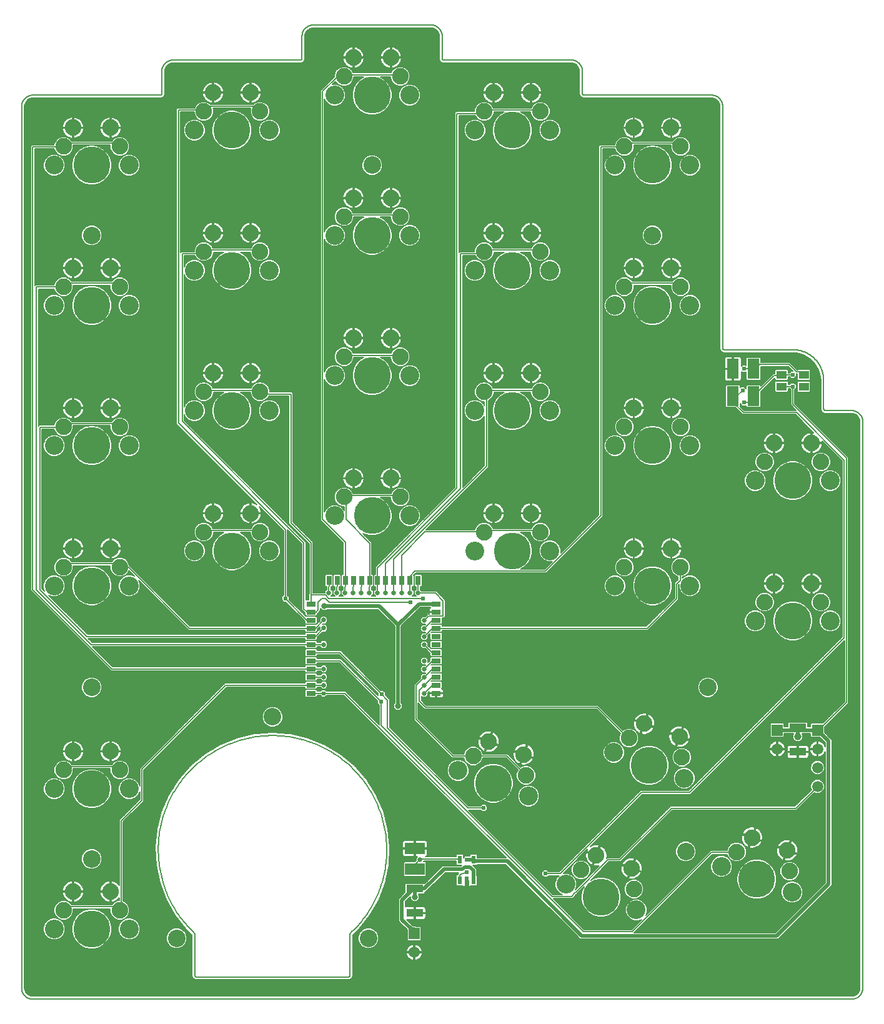
<source format=gtl>
G75*
%MOIN*%
%OFA0B0*%
%FSLAX25Y25*%
%IPPOS*%
%LPD*%
%AMOC8*
5,1,8,0,0,1.08239X$1,22.5*
%
%ADD10C,0.00600*%
%ADD11C,0.08850*%
%ADD12C,0.10050*%
%ADD13C,0.19700*%
%ADD14R,0.02500X0.05000*%
%ADD15R,0.05000X0.02500*%
%ADD16R,0.05512X0.04331*%
%ADD17R,0.05937X0.05937*%
%ADD18C,0.05937*%
%ADD19R,0.02362X0.04331*%
%ADD20R,0.10630X0.06299*%
%ADD21R,0.06299X0.10630*%
%ADD22R,0.09055X0.04331*%
%ADD23R,0.06000X0.06000*%
%ADD24C,0.06000*%
%ADD25C,0.02578*%
%ADD26C,0.02000*%
%ADD27C,0.02362*%
%ADD28C,0.02400*%
%ADD29C,0.03169*%
%ADD30C,0.03937*%
%ADD31C,0.09375*%
D10*
X0089883Y0074135D02*
X0089883Y0544607D01*
X0091483Y0544607D02*
X0091565Y0545447D01*
X0092208Y0546999D01*
X0093396Y0548187D01*
X0094948Y0548830D01*
X0095788Y0548913D01*
X0164394Y0548913D01*
X0165593Y0549605D01*
X0165593Y0549605D01*
X0166286Y0550804D01*
X0166286Y0563308D01*
X0166369Y0564148D01*
X0167011Y0565700D01*
X0168199Y0566888D01*
X0169751Y0567531D01*
X0170591Y0567613D01*
X0239197Y0567613D01*
X0240397Y0568306D01*
X0241089Y0569505D01*
X0241089Y0582009D01*
X0241172Y0582849D01*
X0241815Y0584401D01*
X0243002Y0585589D01*
X0244555Y0586231D01*
X0245394Y0586314D01*
X0308387Y0586314D01*
X0309227Y0586231D01*
X0310779Y0585589D01*
X0311967Y0584401D01*
X0312609Y0582849D01*
X0312692Y0582009D01*
X0312692Y0569505D01*
X0313385Y0568306D01*
X0314584Y0567613D01*
X0383190Y0567613D01*
X0384030Y0567531D01*
X0385582Y0566888D01*
X0386770Y0565700D01*
X0387413Y0564148D01*
X0387495Y0563308D01*
X0387495Y0550804D01*
X0388188Y0549605D01*
X0389387Y0548913D01*
X0457993Y0548913D01*
X0458833Y0548830D01*
X0460385Y0548187D01*
X0461573Y0546999D01*
X0462216Y0545447D01*
X0462298Y0544607D01*
X0462298Y0414978D01*
X0462991Y0413778D01*
X0464190Y0413086D01*
X0501300Y0413086D01*
X0503249Y0412958D01*
X0507016Y0411949D01*
X0510392Y0409999D01*
X0513149Y0407243D01*
X0515099Y0403866D01*
X0516108Y0400100D01*
X0516235Y0398150D01*
X0516235Y0382497D01*
X0516928Y0381298D01*
X0518127Y0380606D01*
X0532796Y0380606D01*
X0533636Y0380523D01*
X0535188Y0379880D01*
X0536376Y0378692D01*
X0537019Y0377140D01*
X0537102Y0376300D01*
X0537102Y0074135D01*
X0537019Y0073295D01*
X0536376Y0071743D01*
X0535188Y0070555D01*
X0533636Y0069912D01*
X0532796Y0069829D01*
X0095788Y0069829D01*
X0094948Y0069912D01*
X0093396Y0070555D01*
X0092208Y0071743D01*
X0091565Y0073295D01*
X0091483Y0074135D01*
X0091483Y0544607D01*
X0091486Y0544644D02*
X0182605Y0544644D01*
X0182658Y0544772D02*
X0182230Y0543739D01*
X0173088Y0543739D01*
X0172444Y0543094D01*
X0172444Y0375057D01*
X0173088Y0374413D01*
X0215506Y0331995D01*
X0215088Y0332299D01*
X0214285Y0332708D01*
X0213428Y0332986D01*
X0212538Y0333127D01*
X0212387Y0333127D01*
X0212387Y0327702D01*
X0217812Y0327702D01*
X0217812Y0327853D01*
X0217671Y0328743D01*
X0217393Y0329600D01*
X0216984Y0330403D01*
X0216680Y0330821D01*
X0229531Y0317970D01*
X0229531Y0283836D01*
X0228532Y0282837D01*
X0228532Y0281180D01*
X0229704Y0280009D01*
X0230791Y0280009D01*
X0240913Y0269971D01*
X0240913Y0268813D01*
X0241382Y0268344D01*
X0247045Y0268344D01*
X0247513Y0268813D01*
X0247513Y0271976D01*
X0247045Y0272444D01*
X0241543Y0272444D01*
X0232532Y0281380D01*
X0232532Y0282837D01*
X0231731Y0283639D01*
X0231731Y0318723D01*
X0239373Y0311081D01*
X0239373Y0276735D01*
X0239359Y0276720D01*
X0239373Y0276282D01*
X0239373Y0275844D01*
X0239388Y0275830D01*
X0239388Y0275809D01*
X0239708Y0275510D01*
X0240018Y0275200D01*
X0240038Y0275200D01*
X0240913Y0274380D01*
X0240913Y0273144D01*
X0241382Y0272675D01*
X0247045Y0272675D01*
X0247513Y0273144D01*
X0247513Y0273714D01*
X0249250Y0275451D01*
X0249250Y0276553D01*
X0250312Y0275491D01*
X0252288Y0275491D01*
X0252872Y0276075D01*
X0279885Y0276075D01*
X0288870Y0267090D01*
X0288870Y0226297D01*
X0288286Y0225713D01*
X0288286Y0223738D01*
X0289682Y0222341D01*
X0291658Y0222341D01*
X0293054Y0223738D01*
X0293054Y0225713D01*
X0292470Y0226297D01*
X0292470Y0267090D01*
X0302636Y0277256D01*
X0308061Y0277256D01*
X0308134Y0277183D01*
X0307844Y0277015D01*
X0307602Y0276773D01*
X0307431Y0276477D01*
X0307343Y0276146D01*
X0307343Y0275025D01*
X0310842Y0275025D01*
X0310842Y0274425D01*
X0307343Y0274425D01*
X0307343Y0273660D01*
X0306651Y0273660D01*
X0305337Y0272346D01*
X0303821Y0272346D01*
X0302597Y0271122D01*
X0302597Y0269391D01*
X0303821Y0268168D01*
X0305372Y0268168D01*
X0305219Y0268015D01*
X0303821Y0268015D01*
X0302597Y0266791D01*
X0302597Y0265061D01*
X0303821Y0263837D01*
X0305372Y0263837D01*
X0305219Y0263684D01*
X0303821Y0263684D01*
X0302597Y0262461D01*
X0302597Y0260730D01*
X0303821Y0259506D01*
X0305551Y0259506D01*
X0306775Y0260730D01*
X0306775Y0262129D01*
X0307843Y0263196D01*
X0307843Y0260152D01*
X0308311Y0259683D01*
X0313974Y0259683D01*
X0314443Y0260152D01*
X0314443Y0263314D01*
X0313974Y0263783D01*
X0308429Y0263783D01*
X0308660Y0264014D01*
X0313974Y0264014D01*
X0314443Y0264482D01*
X0314443Y0264964D01*
X0424000Y0264964D01*
X0439748Y0280712D01*
X0440392Y0281356D01*
X0440392Y0289230D01*
X0440672Y0289510D01*
X0440672Y0287543D01*
X0441559Y0285402D01*
X0443197Y0283763D01*
X0445338Y0282877D01*
X0447656Y0282877D01*
X0449796Y0283763D01*
X0451435Y0285402D01*
X0452322Y0287543D01*
X0452322Y0289860D01*
X0451435Y0292001D01*
X0449796Y0293640D01*
X0447656Y0294527D01*
X0445338Y0294527D01*
X0443197Y0293640D01*
X0442361Y0292803D01*
X0442361Y0293477D01*
X0442536Y0293477D01*
X0444457Y0294272D01*
X0445926Y0295742D01*
X0446722Y0297662D01*
X0446722Y0299741D01*
X0445926Y0301661D01*
X0444457Y0303131D01*
X0442536Y0303927D01*
X0440458Y0303927D01*
X0438537Y0303131D01*
X0437067Y0301661D01*
X0436272Y0299741D01*
X0436272Y0297662D01*
X0437067Y0295742D01*
X0438537Y0294272D01*
X0440161Y0293600D01*
X0440161Y0292110D01*
X0438836Y0290786D01*
X0438192Y0290141D01*
X0438192Y0282267D01*
X0423088Y0267164D01*
X0314443Y0267164D01*
X0314443Y0267645D01*
X0313974Y0268114D01*
X0308429Y0268114D01*
X0308660Y0268344D01*
X0313974Y0268344D01*
X0314443Y0268813D01*
X0314443Y0271460D01*
X0315240Y0271460D01*
X0315884Y0272104D01*
X0315884Y0281185D01*
X0311849Y0285220D01*
X0311204Y0285865D01*
X0303509Y0285865D01*
X0302538Y0286835D01*
X0302538Y0288157D01*
X0303078Y0288157D01*
X0303547Y0288626D01*
X0303547Y0294289D01*
X0303078Y0294757D01*
X0299915Y0294757D01*
X0299447Y0294289D01*
X0299447Y0288626D01*
X0299915Y0288157D01*
X0300338Y0288157D01*
X0300338Y0286835D01*
X0299349Y0285846D01*
X0299349Y0284116D01*
X0300356Y0283109D01*
X0298189Y0283109D01*
X0299196Y0284116D01*
X0299196Y0285846D01*
X0298224Y0286819D01*
X0298236Y0288157D01*
X0298748Y0288157D01*
X0299216Y0288626D01*
X0299216Y0294289D01*
X0299154Y0294351D01*
X0300279Y0295476D01*
X0369866Y0295476D01*
X0400038Y0325648D01*
X0400038Y0521854D01*
X0406362Y0521854D01*
X0407067Y0520151D01*
X0408537Y0518681D01*
X0410458Y0517886D01*
X0412536Y0517886D01*
X0414457Y0518681D01*
X0415926Y0520151D01*
X0416722Y0522072D01*
X0416722Y0523822D01*
X0436272Y0523822D01*
X0436272Y0522072D01*
X0437067Y0520151D01*
X0438537Y0518681D01*
X0440458Y0517886D01*
X0442536Y0517886D01*
X0444457Y0518681D01*
X0445926Y0520151D01*
X0446722Y0522072D01*
X0446722Y0524150D01*
X0445926Y0526071D01*
X0444457Y0527541D01*
X0442536Y0528336D01*
X0440458Y0528336D01*
X0438537Y0527541D01*
X0437067Y0526071D01*
X0437047Y0526022D01*
X0415947Y0526022D01*
X0415926Y0526071D01*
X0414457Y0527541D01*
X0412536Y0528336D01*
X0410458Y0528336D01*
X0408537Y0527541D01*
X0407067Y0526071D01*
X0406272Y0524150D01*
X0406272Y0524054D01*
X0398482Y0524054D01*
X0397838Y0523409D01*
X0397838Y0326559D01*
X0377516Y0306237D01*
X0377519Y0306244D01*
X0377519Y0308561D01*
X0376632Y0310702D01*
X0374993Y0312341D01*
X0372852Y0313227D01*
X0370535Y0313227D01*
X0368394Y0312341D01*
X0366755Y0310702D01*
X0365869Y0308561D01*
X0365869Y0306244D01*
X0366755Y0304103D01*
X0368394Y0302464D01*
X0370535Y0301577D01*
X0372852Y0301577D01*
X0372859Y0301580D01*
X0368955Y0297676D01*
X0356146Y0297676D01*
X0358233Y0298880D01*
X0360216Y0300863D01*
X0361618Y0303292D01*
X0362344Y0306000D01*
X0362344Y0308804D01*
X0361618Y0311513D01*
X0360216Y0313942D01*
X0358233Y0315924D01*
X0356146Y0317129D01*
X0361469Y0317129D01*
X0361469Y0316363D01*
X0362264Y0314443D01*
X0363734Y0312973D01*
X0365654Y0312177D01*
X0367733Y0312177D01*
X0369653Y0312973D01*
X0371123Y0314443D01*
X0371919Y0316363D01*
X0371919Y0318442D01*
X0371123Y0320362D01*
X0369653Y0321832D01*
X0367733Y0322627D01*
X0365654Y0322627D01*
X0363734Y0321832D01*
X0362264Y0320362D01*
X0361836Y0319329D01*
X0341551Y0319329D01*
X0341123Y0320362D01*
X0339653Y0321832D01*
X0337733Y0322627D01*
X0335654Y0322627D01*
X0333734Y0321832D01*
X0332264Y0320362D01*
X0331510Y0318542D01*
X0305592Y0318542D01*
X0305590Y0318544D01*
X0305532Y0318543D01*
X0320313Y0333325D01*
X0320313Y0333329D01*
X0338370Y0351381D01*
X0338724Y0351735D01*
X0339014Y0352025D01*
X0339014Y0352025D01*
X0339014Y0352025D01*
X0339014Y0352482D01*
X0339014Y0352937D01*
X0339014Y0387511D01*
X0339653Y0387776D01*
X0341123Y0389246D01*
X0341919Y0391166D01*
X0341919Y0391932D01*
X0347241Y0391932D01*
X0345154Y0390728D01*
X0343172Y0388745D01*
X0341769Y0386316D01*
X0341044Y0383608D01*
X0341044Y0380803D01*
X0341769Y0378095D01*
X0343172Y0375666D01*
X0345154Y0373683D01*
X0347583Y0372281D01*
X0350292Y0371556D01*
X0353096Y0371556D01*
X0355804Y0372281D01*
X0358233Y0373683D01*
X0360216Y0375666D01*
X0361618Y0378095D01*
X0362344Y0380803D01*
X0362344Y0383608D01*
X0361618Y0386316D01*
X0360216Y0388745D01*
X0358233Y0390728D01*
X0356146Y0391932D01*
X0361469Y0391932D01*
X0361469Y0391166D01*
X0362264Y0389246D01*
X0363734Y0387776D01*
X0365654Y0386981D01*
X0367733Y0386981D01*
X0369653Y0387776D01*
X0371123Y0389246D01*
X0371919Y0391166D01*
X0371919Y0393245D01*
X0371123Y0395165D01*
X0369653Y0396635D01*
X0367733Y0397430D01*
X0365654Y0397430D01*
X0363734Y0396635D01*
X0362264Y0395165D01*
X0361836Y0394132D01*
X0341551Y0394132D01*
X0341123Y0395165D01*
X0339653Y0396635D01*
X0337733Y0397430D01*
X0335654Y0397430D01*
X0333734Y0396635D01*
X0332264Y0395165D01*
X0331469Y0393245D01*
X0331469Y0391166D01*
X0332264Y0389246D01*
X0333734Y0387776D01*
X0335654Y0386981D01*
X0336814Y0386981D01*
X0336814Y0385065D01*
X0336632Y0385505D01*
X0334993Y0387144D01*
X0332852Y0388030D01*
X0330535Y0388030D01*
X0328394Y0387144D01*
X0326755Y0385505D01*
X0325869Y0383364D01*
X0325869Y0381047D01*
X0326755Y0378906D01*
X0328394Y0377267D01*
X0330535Y0376381D01*
X0332852Y0376381D01*
X0334993Y0377267D01*
X0336632Y0378906D01*
X0336814Y0379346D01*
X0336814Y0352937D01*
X0325235Y0341360D01*
X0325235Y0464767D01*
X0331967Y0464767D01*
X0332264Y0464049D01*
X0333734Y0462579D01*
X0335654Y0461784D01*
X0337733Y0461784D01*
X0339653Y0462579D01*
X0341123Y0464049D01*
X0341919Y0465969D01*
X0341919Y0466735D01*
X0347241Y0466735D01*
X0345154Y0465531D01*
X0343172Y0463548D01*
X0341769Y0461119D01*
X0341044Y0458411D01*
X0341044Y0455607D01*
X0341769Y0452898D01*
X0343172Y0450469D01*
X0345154Y0448487D01*
X0347583Y0447084D01*
X0350292Y0446359D01*
X0353096Y0446359D01*
X0355804Y0447084D01*
X0358233Y0448487D01*
X0360216Y0450469D01*
X0361618Y0452898D01*
X0362344Y0455607D01*
X0362344Y0458411D01*
X0361618Y0461119D01*
X0360216Y0463548D01*
X0358233Y0465531D01*
X0356146Y0466735D01*
X0361469Y0466735D01*
X0361469Y0465969D01*
X0362264Y0464049D01*
X0363734Y0462579D01*
X0365654Y0461784D01*
X0367733Y0461784D01*
X0369653Y0462579D01*
X0371123Y0464049D01*
X0371919Y0465969D01*
X0371919Y0468048D01*
X0371123Y0469968D01*
X0369653Y0471438D01*
X0367733Y0472234D01*
X0365654Y0472234D01*
X0363734Y0471438D01*
X0362264Y0469968D01*
X0361836Y0468935D01*
X0341551Y0468935D01*
X0341123Y0469968D01*
X0339653Y0471438D01*
X0337733Y0472234D01*
X0335654Y0472234D01*
X0333734Y0471438D01*
X0332264Y0469968D01*
X0331469Y0468048D01*
X0331469Y0466967D01*
X0323679Y0466967D01*
X0323266Y0466554D01*
X0323266Y0539570D01*
X0331967Y0539570D01*
X0332264Y0538852D01*
X0333734Y0537382D01*
X0335654Y0536587D01*
X0337733Y0536587D01*
X0339653Y0537382D01*
X0341123Y0538852D01*
X0341919Y0540772D01*
X0341919Y0541539D01*
X0347241Y0541539D01*
X0345154Y0540334D01*
X0343172Y0538351D01*
X0341769Y0535923D01*
X0341044Y0533214D01*
X0341044Y0530410D01*
X0341769Y0527701D01*
X0343172Y0525273D01*
X0345154Y0523290D01*
X0347583Y0521888D01*
X0350292Y0521162D01*
X0353096Y0521162D01*
X0355804Y0521888D01*
X0358233Y0523290D01*
X0360216Y0525273D01*
X0361618Y0527701D01*
X0362344Y0530410D01*
X0362344Y0533214D01*
X0361618Y0535923D01*
X0360216Y0538351D01*
X0358233Y0540334D01*
X0356146Y0541539D01*
X0361469Y0541539D01*
X0361469Y0540772D01*
X0362264Y0538852D01*
X0363734Y0537382D01*
X0365654Y0536587D01*
X0367733Y0536587D01*
X0369653Y0537382D01*
X0371123Y0538852D01*
X0371919Y0540772D01*
X0371919Y0542851D01*
X0371123Y0544772D01*
X0369653Y0546241D01*
X0367733Y0547037D01*
X0365654Y0547037D01*
X0363734Y0546241D01*
X0362264Y0544772D01*
X0361836Y0543739D01*
X0341551Y0543739D01*
X0341123Y0544772D01*
X0339653Y0546241D01*
X0337733Y0547037D01*
X0335654Y0547037D01*
X0333734Y0546241D01*
X0332264Y0544772D01*
X0331469Y0542851D01*
X0331469Y0541770D01*
X0321710Y0541770D01*
X0321066Y0541126D01*
X0321066Y0341321D01*
X0279065Y0299124D01*
X0278743Y0298803D01*
X0278743Y0298801D01*
X0278742Y0298800D01*
X0278743Y0298345D01*
X0278743Y0294757D01*
X0278262Y0294757D01*
X0277793Y0294289D01*
X0277793Y0288626D01*
X0278262Y0288157D01*
X0278684Y0288157D01*
X0278684Y0286835D01*
X0277695Y0285846D01*
X0277695Y0284116D01*
X0278702Y0283109D01*
X0276535Y0283109D01*
X0277543Y0284116D01*
X0277543Y0285846D01*
X0276570Y0286819D01*
X0276583Y0288157D01*
X0277094Y0288157D01*
X0277563Y0288626D01*
X0277563Y0294289D01*
X0277094Y0294757D01*
X0276711Y0294757D01*
X0276711Y0311333D01*
X0276716Y0311782D01*
X0276711Y0311787D01*
X0276711Y0311795D01*
X0276393Y0312113D01*
X0271957Y0316654D01*
X0272780Y0316179D01*
X0275488Y0315453D01*
X0278293Y0315453D01*
X0281001Y0316179D01*
X0283430Y0317581D01*
X0285413Y0319564D01*
X0286815Y0321992D01*
X0287541Y0324701D01*
X0287541Y0327505D01*
X0286815Y0330214D01*
X0285413Y0332642D01*
X0283430Y0334625D01*
X0281343Y0335830D01*
X0286666Y0335830D01*
X0286666Y0335064D01*
X0287461Y0333143D01*
X0288931Y0331674D01*
X0290851Y0330878D01*
X0292930Y0330878D01*
X0294850Y0331674D01*
X0296320Y0333143D01*
X0297116Y0335064D01*
X0297116Y0337142D01*
X0296320Y0339063D01*
X0294850Y0340533D01*
X0292930Y0341328D01*
X0290851Y0341328D01*
X0288931Y0340533D01*
X0287461Y0339063D01*
X0287033Y0338030D01*
X0266748Y0338030D01*
X0266320Y0339063D01*
X0264850Y0340533D01*
X0262930Y0341328D01*
X0260851Y0341328D01*
X0258931Y0340533D01*
X0257461Y0339063D01*
X0256666Y0337142D01*
X0256666Y0335064D01*
X0257461Y0333143D01*
X0258931Y0331674D01*
X0260851Y0330878D01*
X0262011Y0330878D01*
X0262011Y0328963D01*
X0261829Y0329403D01*
X0260190Y0331041D01*
X0258049Y0331928D01*
X0255732Y0331928D01*
X0253591Y0331041D01*
X0251952Y0329403D01*
X0251416Y0328107D01*
X0251416Y0398902D01*
X0251952Y0397607D01*
X0253591Y0395968D01*
X0255732Y0395081D01*
X0258049Y0395081D01*
X0260190Y0395968D01*
X0261829Y0397607D01*
X0262716Y0399748D01*
X0262716Y0402065D01*
X0261829Y0404206D01*
X0260190Y0405845D01*
X0258049Y0406731D01*
X0255732Y0406731D01*
X0253591Y0405845D01*
X0251952Y0404206D01*
X0251416Y0402910D01*
X0251416Y0473705D01*
X0251952Y0472410D01*
X0253591Y0470771D01*
X0255732Y0469884D01*
X0258049Y0469884D01*
X0260190Y0470771D01*
X0261829Y0472410D01*
X0262716Y0474551D01*
X0262716Y0476868D01*
X0261829Y0479009D01*
X0260190Y0480648D01*
X0258049Y0481534D01*
X0255732Y0481534D01*
X0253591Y0480648D01*
X0251952Y0479009D01*
X0251416Y0477713D01*
X0251416Y0548509D01*
X0251952Y0547213D01*
X0253591Y0545574D01*
X0255732Y0544688D01*
X0258049Y0544688D01*
X0260190Y0545574D01*
X0261829Y0547213D01*
X0262716Y0549354D01*
X0262716Y0551671D01*
X0261829Y0553812D01*
X0260190Y0555451D01*
X0258049Y0556338D01*
X0255732Y0556338D01*
X0255725Y0556335D01*
X0257309Y0557919D01*
X0257461Y0557553D01*
X0258931Y0556083D01*
X0260851Y0555288D01*
X0262930Y0555288D01*
X0264850Y0556083D01*
X0266320Y0557553D01*
X0267116Y0559473D01*
X0267116Y0560239D01*
X0272438Y0560239D01*
X0270351Y0559035D01*
X0268368Y0557052D01*
X0266966Y0554623D01*
X0266241Y0551915D01*
X0266241Y0549110D01*
X0266966Y0546402D01*
X0268368Y0543973D01*
X0270351Y0541990D01*
X0272780Y0540588D01*
X0275488Y0539863D01*
X0278293Y0539863D01*
X0281001Y0540588D01*
X0283430Y0541990D01*
X0285413Y0543973D01*
X0286815Y0546402D01*
X0287541Y0549110D01*
X0287541Y0551915D01*
X0286815Y0554623D01*
X0285413Y0557052D01*
X0283430Y0559035D01*
X0281343Y0560239D01*
X0286666Y0560239D01*
X0286666Y0559473D01*
X0287461Y0557553D01*
X0288931Y0556083D01*
X0290851Y0555288D01*
X0292930Y0555288D01*
X0294850Y0556083D01*
X0296320Y0557553D01*
X0297116Y0559473D01*
X0297116Y0561552D01*
X0296320Y0563472D01*
X0294850Y0564942D01*
X0292930Y0565738D01*
X0290851Y0565738D01*
X0288931Y0564942D01*
X0287461Y0563472D01*
X0287033Y0562439D01*
X0266748Y0562439D01*
X0266320Y0563472D01*
X0264850Y0564942D01*
X0262930Y0565738D01*
X0260851Y0565738D01*
X0258931Y0564942D01*
X0257461Y0563472D01*
X0256666Y0561552D01*
X0256666Y0560387D01*
X0249216Y0552937D01*
X0249216Y0323679D01*
X0249860Y0323035D01*
X0261420Y0311474D01*
X0261420Y0294757D01*
X0260939Y0294757D01*
X0260470Y0294289D01*
X0260470Y0288626D01*
X0260939Y0288157D01*
X0261390Y0288157D01*
X0261378Y0286852D01*
X0260372Y0285846D01*
X0260372Y0284116D01*
X0261380Y0283109D01*
X0259212Y0283109D01*
X0260220Y0284116D01*
X0260220Y0285846D01*
X0259248Y0286819D01*
X0259260Y0288157D01*
X0259771Y0288157D01*
X0260240Y0288626D01*
X0260240Y0294289D01*
X0259771Y0294757D01*
X0256608Y0294757D01*
X0256140Y0294289D01*
X0256140Y0288626D01*
X0256608Y0288157D01*
X0257060Y0288157D01*
X0257048Y0286852D01*
X0256042Y0285846D01*
X0256042Y0284116D01*
X0257049Y0283109D01*
X0254882Y0283109D01*
X0255889Y0284116D01*
X0255889Y0285846D01*
X0254917Y0286819D01*
X0254929Y0288157D01*
X0255440Y0288157D01*
X0255909Y0288626D01*
X0255909Y0294289D01*
X0255440Y0294757D01*
X0252278Y0294757D01*
X0251809Y0294289D01*
X0251809Y0288626D01*
X0252278Y0288157D01*
X0252729Y0288157D01*
X0252717Y0286852D01*
X0251711Y0285846D01*
X0251711Y0284880D01*
X0245510Y0284880D01*
X0245510Y0311992D01*
X0244866Y0312636D01*
X0234683Y0322819D01*
X0234683Y0391519D01*
X0234039Y0392164D01*
X0222312Y0392164D01*
X0222312Y0393245D01*
X0221517Y0395165D01*
X0220047Y0396635D01*
X0218127Y0397430D01*
X0216048Y0397430D01*
X0214128Y0396635D01*
X0212658Y0395165D01*
X0212230Y0394132D01*
X0191945Y0394132D01*
X0191517Y0395165D01*
X0190047Y0396635D01*
X0188127Y0397430D01*
X0186048Y0397430D01*
X0184128Y0396635D01*
X0182658Y0395165D01*
X0181862Y0393245D01*
X0181862Y0391166D01*
X0182658Y0389246D01*
X0184128Y0387776D01*
X0186048Y0386981D01*
X0188127Y0386981D01*
X0190047Y0387776D01*
X0191517Y0389246D01*
X0192312Y0391166D01*
X0192312Y0391932D01*
X0197635Y0391932D01*
X0195548Y0390728D01*
X0193565Y0388745D01*
X0192163Y0386316D01*
X0191437Y0383608D01*
X0191437Y0380803D01*
X0192163Y0378095D01*
X0193565Y0375666D01*
X0195548Y0373683D01*
X0197977Y0372281D01*
X0200685Y0371556D01*
X0203489Y0371556D01*
X0206198Y0372281D01*
X0208627Y0373683D01*
X0210610Y0375666D01*
X0212012Y0378095D01*
X0212737Y0380803D01*
X0212737Y0383608D01*
X0212012Y0386316D01*
X0210610Y0388745D01*
X0208627Y0390728D01*
X0206540Y0391932D01*
X0211862Y0391932D01*
X0211862Y0391166D01*
X0212658Y0389246D01*
X0214128Y0387776D01*
X0216048Y0386981D01*
X0218127Y0386981D01*
X0220047Y0387776D01*
X0221517Y0389246D01*
X0221814Y0389964D01*
X0232483Y0389964D01*
X0232483Y0321907D01*
X0243310Y0311081D01*
X0243310Y0284433D01*
X0243113Y0284236D01*
X0243113Y0281106D01*
X0241573Y0281106D01*
X0241573Y0311992D01*
X0240929Y0312636D01*
X0176613Y0376952D01*
X0176613Y0380201D01*
X0177149Y0378906D01*
X0178788Y0377267D01*
X0180929Y0376381D01*
X0183246Y0376381D01*
X0185387Y0377267D01*
X0187026Y0378906D01*
X0187912Y0381047D01*
X0187912Y0383364D01*
X0187026Y0385505D01*
X0185387Y0387144D01*
X0183246Y0388030D01*
X0180929Y0388030D01*
X0178788Y0387144D01*
X0177149Y0385505D01*
X0176613Y0384210D01*
X0176613Y0455005D01*
X0177149Y0453709D01*
X0178788Y0452070D01*
X0180929Y0451184D01*
X0183246Y0451184D01*
X0185387Y0452070D01*
X0187026Y0453709D01*
X0187912Y0455850D01*
X0187912Y0458167D01*
X0187026Y0460308D01*
X0185387Y0461947D01*
X0183246Y0462834D01*
X0180929Y0462834D01*
X0178788Y0461947D01*
X0177149Y0460308D01*
X0176613Y0459013D01*
X0176613Y0464767D01*
X0182360Y0464767D01*
X0182658Y0464049D01*
X0184128Y0462579D01*
X0186048Y0461784D01*
X0188127Y0461784D01*
X0190047Y0462579D01*
X0191517Y0464049D01*
X0192312Y0465969D01*
X0192312Y0466735D01*
X0197635Y0466735D01*
X0195548Y0465531D01*
X0193565Y0463548D01*
X0192163Y0461119D01*
X0191437Y0458411D01*
X0191437Y0455607D01*
X0192163Y0452898D01*
X0193565Y0450469D01*
X0195548Y0448487D01*
X0197977Y0447084D01*
X0200685Y0446359D01*
X0203489Y0446359D01*
X0206198Y0447084D01*
X0208627Y0448487D01*
X0210610Y0450469D01*
X0212012Y0452898D01*
X0212737Y0455607D01*
X0212737Y0458411D01*
X0212012Y0461119D01*
X0210610Y0463548D01*
X0208627Y0465531D01*
X0206540Y0466735D01*
X0211862Y0466735D01*
X0211862Y0465969D01*
X0212658Y0464049D01*
X0214128Y0462579D01*
X0216048Y0461784D01*
X0218127Y0461784D01*
X0220047Y0462579D01*
X0221517Y0464049D01*
X0222312Y0465969D01*
X0222312Y0468048D01*
X0221517Y0469968D01*
X0220047Y0471438D01*
X0218127Y0472234D01*
X0216048Y0472234D01*
X0214128Y0471438D01*
X0212658Y0469968D01*
X0212230Y0468935D01*
X0191945Y0468935D01*
X0191517Y0469968D01*
X0190047Y0471438D01*
X0188127Y0472234D01*
X0186048Y0472234D01*
X0184128Y0471438D01*
X0182658Y0469968D01*
X0181862Y0468048D01*
X0181862Y0466967D01*
X0175057Y0466967D01*
X0174644Y0466554D01*
X0174644Y0541539D01*
X0181862Y0541539D01*
X0181862Y0540772D01*
X0182658Y0538852D01*
X0184128Y0537382D01*
X0186048Y0536587D01*
X0188127Y0536587D01*
X0190047Y0537382D01*
X0191517Y0538852D01*
X0192312Y0540772D01*
X0192312Y0542851D01*
X0192041Y0543507D01*
X0212134Y0543507D01*
X0211862Y0542851D01*
X0211862Y0540772D01*
X0212658Y0538852D01*
X0214128Y0537382D01*
X0216048Y0536587D01*
X0218127Y0536587D01*
X0220047Y0537382D01*
X0221517Y0538852D01*
X0222312Y0540772D01*
X0222312Y0542851D01*
X0221517Y0544772D01*
X0220047Y0546241D01*
X0218127Y0547037D01*
X0216048Y0547037D01*
X0214128Y0546241D01*
X0213593Y0545707D01*
X0190581Y0545707D01*
X0190047Y0546241D01*
X0188127Y0547037D01*
X0186048Y0547037D01*
X0184128Y0546241D01*
X0182658Y0544772D01*
X0183129Y0545243D02*
X0091545Y0545243D01*
X0091729Y0545841D02*
X0183727Y0545841D01*
X0184607Y0546440D02*
X0091977Y0546440D01*
X0092247Y0547038D02*
X0188918Y0547038D01*
X0189087Y0546915D02*
X0189890Y0546506D01*
X0190747Y0546228D01*
X0191637Y0546087D01*
X0191787Y0546087D01*
X0191787Y0551512D01*
X0186362Y0551512D01*
X0186362Y0551361D01*
X0186503Y0550471D01*
X0186782Y0549614D01*
X0187191Y0548811D01*
X0187721Y0548082D01*
X0188358Y0547445D01*
X0189087Y0546915D01*
X0189568Y0546440D02*
X0190095Y0546440D01*
X0190447Y0545841D02*
X0213727Y0545841D01*
X0213428Y0546228D02*
X0214285Y0546506D01*
X0215088Y0546915D01*
X0215817Y0547445D01*
X0216454Y0548082D01*
X0216984Y0548811D01*
X0217393Y0549614D01*
X0217671Y0550471D01*
X0217812Y0551361D01*
X0217812Y0551512D01*
X0212387Y0551512D01*
X0212387Y0546087D01*
X0212538Y0546087D01*
X0213428Y0546228D01*
X0214080Y0546440D02*
X0214607Y0546440D01*
X0215257Y0547038D02*
X0249216Y0547038D01*
X0249216Y0546440D02*
X0219568Y0546440D01*
X0220447Y0545841D02*
X0249216Y0545841D01*
X0249216Y0545243D02*
X0221046Y0545243D01*
X0221570Y0544644D02*
X0249216Y0544644D01*
X0249216Y0544046D02*
X0221818Y0544046D01*
X0222066Y0543447D02*
X0249216Y0543447D01*
X0249216Y0542849D02*
X0222312Y0542849D01*
X0222312Y0542250D02*
X0249216Y0542250D01*
X0249216Y0541652D02*
X0222312Y0541652D01*
X0222312Y0541053D02*
X0249216Y0541053D01*
X0249216Y0540455D02*
X0222181Y0540455D01*
X0221933Y0539856D02*
X0249216Y0539856D01*
X0249216Y0539258D02*
X0221685Y0539258D01*
X0221324Y0538659D02*
X0249216Y0538659D01*
X0249216Y0538061D02*
X0220725Y0538061D01*
X0220929Y0537637D02*
X0218788Y0536750D01*
X0217149Y0535111D01*
X0216262Y0532970D01*
X0216262Y0530653D01*
X0217149Y0528512D01*
X0218788Y0526874D01*
X0220929Y0525987D01*
X0223246Y0525987D01*
X0225387Y0526874D01*
X0227026Y0528512D01*
X0227912Y0530653D01*
X0227912Y0532970D01*
X0227026Y0535111D01*
X0225387Y0536750D01*
X0223246Y0537637D01*
X0220929Y0537637D01*
X0220507Y0537462D02*
X0220127Y0537462D01*
X0219062Y0536863D02*
X0218795Y0536863D01*
X0218303Y0536265D02*
X0211814Y0536265D01*
X0212012Y0535923D02*
X0210610Y0538351D01*
X0208627Y0540334D01*
X0206198Y0541736D01*
X0203489Y0542462D01*
X0200685Y0542462D01*
X0197977Y0541736D01*
X0195548Y0540334D01*
X0193565Y0538351D01*
X0192163Y0535923D01*
X0191437Y0533214D01*
X0191437Y0530410D01*
X0192163Y0527701D01*
X0193565Y0525273D01*
X0195548Y0523290D01*
X0197977Y0521888D01*
X0200685Y0521162D01*
X0203489Y0521162D01*
X0206198Y0521888D01*
X0208627Y0523290D01*
X0210610Y0525273D01*
X0212012Y0527701D01*
X0212737Y0530410D01*
X0212737Y0533214D01*
X0212012Y0535923D01*
X0212080Y0535666D02*
X0217704Y0535666D01*
X0217131Y0535068D02*
X0212241Y0535068D01*
X0212401Y0534469D02*
X0216883Y0534469D01*
X0216635Y0533871D02*
X0212561Y0533871D01*
X0212722Y0533272D02*
X0216387Y0533272D01*
X0216262Y0532674D02*
X0212737Y0532674D01*
X0212737Y0532075D02*
X0216262Y0532075D01*
X0216262Y0531477D02*
X0212737Y0531477D01*
X0212737Y0530878D02*
X0216262Y0530878D01*
X0216417Y0530280D02*
X0212703Y0530280D01*
X0212542Y0529681D02*
X0216665Y0529681D01*
X0216913Y0529083D02*
X0212382Y0529083D01*
X0212221Y0528484D02*
X0217177Y0528484D01*
X0217776Y0527886D02*
X0212061Y0527886D01*
X0211773Y0527287D02*
X0218374Y0527287D01*
X0219234Y0526689D02*
X0211427Y0526689D01*
X0211082Y0526090D02*
X0220679Y0526090D01*
X0223496Y0526090D02*
X0249216Y0526090D01*
X0249216Y0525492D02*
X0210736Y0525492D01*
X0210230Y0524893D02*
X0249216Y0524893D01*
X0249216Y0524295D02*
X0209632Y0524295D01*
X0209033Y0523696D02*
X0249216Y0523696D01*
X0249216Y0523098D02*
X0208294Y0523098D01*
X0207258Y0522499D02*
X0249216Y0522499D01*
X0249216Y0521901D02*
X0206221Y0521901D01*
X0204013Y0521302D02*
X0249216Y0521302D01*
X0249216Y0520704D02*
X0174644Y0520704D01*
X0174644Y0521302D02*
X0200161Y0521302D01*
X0197954Y0521901D02*
X0174644Y0521901D01*
X0174644Y0522499D02*
X0196917Y0522499D01*
X0195881Y0523098D02*
X0174644Y0523098D01*
X0174644Y0523696D02*
X0195142Y0523696D01*
X0194543Y0524295D02*
X0174644Y0524295D01*
X0174644Y0524893D02*
X0193945Y0524893D01*
X0193439Y0525492D02*
X0174644Y0525492D01*
X0174644Y0526090D02*
X0180679Y0526090D01*
X0180929Y0525987D02*
X0183246Y0525987D01*
X0185387Y0526874D01*
X0187026Y0528512D01*
X0187912Y0530653D01*
X0187912Y0532970D01*
X0187026Y0535111D01*
X0185387Y0536750D01*
X0183246Y0537637D01*
X0180929Y0537637D01*
X0178788Y0536750D01*
X0177149Y0535111D01*
X0176262Y0532970D01*
X0176262Y0530653D01*
X0177149Y0528512D01*
X0178788Y0526874D01*
X0180929Y0525987D01*
X0179234Y0526689D02*
X0174644Y0526689D01*
X0174644Y0527287D02*
X0178374Y0527287D01*
X0177776Y0527886D02*
X0174644Y0527886D01*
X0174644Y0528484D02*
X0177177Y0528484D01*
X0176913Y0529083D02*
X0174644Y0529083D01*
X0174644Y0529681D02*
X0176665Y0529681D01*
X0176417Y0530280D02*
X0174644Y0530280D01*
X0174644Y0530878D02*
X0176262Y0530878D01*
X0176262Y0531477D02*
X0174644Y0531477D01*
X0174644Y0532075D02*
X0176262Y0532075D01*
X0176262Y0532674D02*
X0174644Y0532674D01*
X0174644Y0533272D02*
X0176387Y0533272D01*
X0176635Y0533871D02*
X0174644Y0533871D01*
X0174644Y0534469D02*
X0176883Y0534469D01*
X0177131Y0535068D02*
X0174644Y0535068D01*
X0174644Y0535666D02*
X0177704Y0535666D01*
X0178303Y0536265D02*
X0174644Y0536265D01*
X0174644Y0536863D02*
X0179062Y0536863D01*
X0180507Y0537462D02*
X0174644Y0537462D01*
X0174644Y0538061D02*
X0183449Y0538061D01*
X0183668Y0537462D02*
X0184048Y0537462D01*
X0185113Y0536863D02*
X0185380Y0536863D01*
X0185872Y0536265D02*
X0192361Y0536265D01*
X0192095Y0535666D02*
X0186471Y0535666D01*
X0187044Y0535068D02*
X0191934Y0535068D01*
X0191774Y0534469D02*
X0187291Y0534469D01*
X0187539Y0533871D02*
X0191613Y0533871D01*
X0191453Y0533272D02*
X0187787Y0533272D01*
X0187912Y0532674D02*
X0191437Y0532674D01*
X0191437Y0532075D02*
X0187912Y0532075D01*
X0187912Y0531477D02*
X0191437Y0531477D01*
X0191437Y0530878D02*
X0187912Y0530878D01*
X0187758Y0530280D02*
X0191472Y0530280D01*
X0191633Y0529681D02*
X0187510Y0529681D01*
X0187262Y0529083D02*
X0191793Y0529083D01*
X0191953Y0528484D02*
X0186998Y0528484D01*
X0186399Y0527886D02*
X0192114Y0527886D01*
X0192402Y0527287D02*
X0185801Y0527287D01*
X0184941Y0526689D02*
X0192748Y0526689D01*
X0193093Y0526090D02*
X0183496Y0526090D01*
X0174644Y0520105D02*
X0249216Y0520105D01*
X0249216Y0519507D02*
X0174644Y0519507D01*
X0174644Y0518908D02*
X0249216Y0518908D01*
X0249216Y0518310D02*
X0174644Y0518310D01*
X0174644Y0517711D02*
X0249216Y0517711D01*
X0249216Y0517113D02*
X0174644Y0517113D01*
X0174644Y0516514D02*
X0249216Y0516514D01*
X0249216Y0515916D02*
X0174644Y0515916D01*
X0174644Y0515317D02*
X0249216Y0515317D01*
X0249216Y0514719D02*
X0174644Y0514719D01*
X0174644Y0514120D02*
X0249216Y0514120D01*
X0249216Y0513522D02*
X0174644Y0513522D01*
X0174644Y0512923D02*
X0249216Y0512923D01*
X0249216Y0512325D02*
X0174644Y0512325D01*
X0174644Y0511726D02*
X0249216Y0511726D01*
X0249216Y0511128D02*
X0174644Y0511128D01*
X0174644Y0510529D02*
X0249216Y0510529D01*
X0249216Y0509930D02*
X0174644Y0509930D01*
X0174644Y0509332D02*
X0249216Y0509332D01*
X0249216Y0508733D02*
X0174644Y0508733D01*
X0174644Y0508135D02*
X0249216Y0508135D01*
X0249216Y0507536D02*
X0174644Y0507536D01*
X0174644Y0506938D02*
X0249216Y0506938D01*
X0249216Y0506339D02*
X0174644Y0506339D01*
X0174644Y0505741D02*
X0249216Y0505741D01*
X0249216Y0505142D02*
X0174644Y0505142D01*
X0174644Y0504544D02*
X0249216Y0504544D01*
X0249216Y0503945D02*
X0174644Y0503945D01*
X0174644Y0503347D02*
X0249216Y0503347D01*
X0249216Y0502748D02*
X0174644Y0502748D01*
X0174644Y0502150D02*
X0249216Y0502150D01*
X0249216Y0501551D02*
X0174644Y0501551D01*
X0174644Y0500953D02*
X0249216Y0500953D01*
X0249216Y0500354D02*
X0174644Y0500354D01*
X0174644Y0499756D02*
X0249216Y0499756D01*
X0249216Y0499157D02*
X0174644Y0499157D01*
X0174644Y0498559D02*
X0249216Y0498559D01*
X0249216Y0497960D02*
X0174644Y0497960D01*
X0174644Y0497362D02*
X0249216Y0497362D01*
X0249216Y0496763D02*
X0174644Y0496763D01*
X0174644Y0496165D02*
X0249216Y0496165D01*
X0249216Y0495566D02*
X0174644Y0495566D01*
X0174644Y0494968D02*
X0249216Y0494968D01*
X0249216Y0494369D02*
X0174644Y0494369D01*
X0174644Y0493771D02*
X0249216Y0493771D01*
X0249216Y0493172D02*
X0174644Y0493172D01*
X0174644Y0492574D02*
X0249216Y0492574D01*
X0249216Y0491975D02*
X0174644Y0491975D01*
X0174644Y0491377D02*
X0249216Y0491377D01*
X0249216Y0490778D02*
X0174644Y0490778D01*
X0174644Y0490180D02*
X0249216Y0490180D01*
X0249216Y0489581D02*
X0174644Y0489581D01*
X0174644Y0488983D02*
X0249216Y0488983D01*
X0249216Y0488384D02*
X0174644Y0488384D01*
X0174644Y0487786D02*
X0249216Y0487786D01*
X0249216Y0487187D02*
X0174644Y0487187D01*
X0174644Y0486589D02*
X0249216Y0486589D01*
X0249216Y0485990D02*
X0174644Y0485990D01*
X0174644Y0485392D02*
X0249216Y0485392D01*
X0249216Y0484793D02*
X0174644Y0484793D01*
X0174644Y0484195D02*
X0249216Y0484195D01*
X0249216Y0483596D02*
X0174644Y0483596D01*
X0174644Y0482997D02*
X0249216Y0482997D01*
X0249216Y0482399D02*
X0214024Y0482399D01*
X0214285Y0482314D02*
X0213428Y0482593D01*
X0212538Y0482734D01*
X0212387Y0482734D01*
X0212387Y0477309D01*
X0211787Y0477309D01*
X0211787Y0482734D01*
X0211637Y0482734D01*
X0210747Y0482593D01*
X0209890Y0482314D01*
X0209087Y0481905D01*
X0208358Y0481375D01*
X0207721Y0480738D01*
X0207191Y0480009D01*
X0206782Y0479206D01*
X0206503Y0478349D01*
X0206362Y0477459D01*
X0206362Y0477309D01*
X0211787Y0477309D01*
X0211787Y0476709D01*
X0206362Y0476709D01*
X0206362Y0476558D01*
X0206503Y0475668D01*
X0206782Y0474811D01*
X0207191Y0474008D01*
X0207721Y0473279D01*
X0208358Y0472642D01*
X0209087Y0472112D01*
X0209890Y0471703D01*
X0210747Y0471425D01*
X0211637Y0471284D01*
X0211787Y0471284D01*
X0211787Y0476709D01*
X0212387Y0476709D01*
X0212387Y0471284D01*
X0212538Y0471284D01*
X0213428Y0471425D01*
X0214285Y0471703D01*
X0215088Y0472112D01*
X0215817Y0472642D01*
X0216454Y0473279D01*
X0216984Y0474008D01*
X0217393Y0474811D01*
X0217671Y0475668D01*
X0217812Y0476558D01*
X0217812Y0476709D01*
X0212387Y0476709D01*
X0212387Y0477309D01*
X0217812Y0477309D01*
X0217812Y0477459D01*
X0217671Y0478349D01*
X0217393Y0479206D01*
X0216984Y0480009D01*
X0216454Y0480738D01*
X0215817Y0481375D01*
X0215088Y0481905D01*
X0214285Y0482314D01*
X0215232Y0481800D02*
X0249216Y0481800D01*
X0249216Y0481202D02*
X0215990Y0481202D01*
X0216552Y0480603D02*
X0249216Y0480603D01*
X0249216Y0480005D02*
X0216986Y0480005D01*
X0217291Y0479406D02*
X0249216Y0479406D01*
X0249216Y0478808D02*
X0217522Y0478808D01*
X0217694Y0478209D02*
X0249216Y0478209D01*
X0249216Y0477611D02*
X0217788Y0477611D01*
X0217790Y0476414D02*
X0249216Y0476414D01*
X0249216Y0477012D02*
X0212387Y0477012D01*
X0212387Y0476414D02*
X0211787Y0476414D01*
X0211787Y0477012D02*
X0192387Y0477012D01*
X0192387Y0477309D02*
X0197812Y0477309D01*
X0197812Y0477459D01*
X0197671Y0478349D01*
X0197393Y0479206D01*
X0196984Y0480009D01*
X0196454Y0480738D01*
X0195817Y0481375D01*
X0195088Y0481905D01*
X0194285Y0482314D01*
X0193428Y0482593D01*
X0192538Y0482734D01*
X0192387Y0482734D01*
X0192387Y0477309D01*
X0191787Y0477309D01*
X0191787Y0482734D01*
X0191637Y0482734D01*
X0190747Y0482593D01*
X0189890Y0482314D01*
X0189087Y0481905D01*
X0188358Y0481375D01*
X0187721Y0480738D01*
X0187191Y0480009D01*
X0186782Y0479206D01*
X0186503Y0478349D01*
X0186362Y0477459D01*
X0186362Y0477309D01*
X0191787Y0477309D01*
X0191787Y0476709D01*
X0186362Y0476709D01*
X0186362Y0476558D01*
X0186503Y0475668D01*
X0186782Y0474811D01*
X0187191Y0474008D01*
X0187721Y0473279D01*
X0188358Y0472642D01*
X0189087Y0472112D01*
X0189890Y0471703D01*
X0190747Y0471425D01*
X0191637Y0471284D01*
X0191787Y0471284D01*
X0191787Y0476709D01*
X0192387Y0476709D01*
X0192387Y0471284D01*
X0192538Y0471284D01*
X0193428Y0471425D01*
X0194285Y0471703D01*
X0195088Y0472112D01*
X0195817Y0472642D01*
X0196454Y0473279D01*
X0196984Y0474008D01*
X0197393Y0474811D01*
X0197671Y0475668D01*
X0197812Y0476558D01*
X0197812Y0476709D01*
X0192387Y0476709D01*
X0192387Y0477309D01*
X0192387Y0477611D02*
X0191787Y0477611D01*
X0191787Y0478209D02*
X0192387Y0478209D01*
X0192387Y0478808D02*
X0191787Y0478808D01*
X0191787Y0479406D02*
X0192387Y0479406D01*
X0192387Y0480005D02*
X0191787Y0480005D01*
X0191787Y0480603D02*
X0192387Y0480603D01*
X0192387Y0481202D02*
X0191787Y0481202D01*
X0191787Y0481800D02*
X0192387Y0481800D01*
X0192387Y0482399D02*
X0191787Y0482399D01*
X0190151Y0482399D02*
X0174644Y0482399D01*
X0174644Y0481800D02*
X0188943Y0481800D01*
X0188184Y0481202D02*
X0174644Y0481202D01*
X0174644Y0480603D02*
X0187623Y0480603D01*
X0187189Y0480005D02*
X0174644Y0480005D01*
X0174644Y0479406D02*
X0186884Y0479406D01*
X0186652Y0478808D02*
X0174644Y0478808D01*
X0174644Y0478209D02*
X0186481Y0478209D01*
X0186386Y0477611D02*
X0174644Y0477611D01*
X0174644Y0477012D02*
X0191787Y0477012D01*
X0191787Y0476414D02*
X0192387Y0476414D01*
X0192387Y0475815D02*
X0191787Y0475815D01*
X0191787Y0475217D02*
X0192387Y0475217D01*
X0192387Y0474618D02*
X0191787Y0474618D01*
X0191787Y0474020D02*
X0192387Y0474020D01*
X0192387Y0473421D02*
X0191787Y0473421D01*
X0191787Y0472823D02*
X0192387Y0472823D01*
X0192387Y0472224D02*
X0191787Y0472224D01*
X0191787Y0471626D02*
X0192387Y0471626D01*
X0194047Y0471626D02*
X0210128Y0471626D01*
X0208933Y0472224D02*
X0195242Y0472224D01*
X0195998Y0472823D02*
X0208177Y0472823D01*
X0207617Y0473421D02*
X0196558Y0473421D01*
X0196990Y0474020D02*
X0207185Y0474020D01*
X0206880Y0474618D02*
X0197295Y0474618D01*
X0197525Y0475217D02*
X0206650Y0475217D01*
X0206480Y0475815D02*
X0197695Y0475815D01*
X0197790Y0476414D02*
X0206385Y0476414D01*
X0206386Y0477611D02*
X0197788Y0477611D01*
X0197694Y0478209D02*
X0206481Y0478209D01*
X0206652Y0478808D02*
X0197522Y0478808D01*
X0197291Y0479406D02*
X0206884Y0479406D01*
X0207189Y0480005D02*
X0196986Y0480005D01*
X0196552Y0480603D02*
X0207623Y0480603D01*
X0208184Y0481202D02*
X0195990Y0481202D01*
X0195232Y0481800D02*
X0208943Y0481800D01*
X0210151Y0482399D02*
X0194024Y0482399D01*
X0186385Y0476414D02*
X0174644Y0476414D01*
X0174644Y0475815D02*
X0186480Y0475815D01*
X0186650Y0475217D02*
X0174644Y0475217D01*
X0174644Y0474618D02*
X0186880Y0474618D01*
X0187185Y0474020D02*
X0174644Y0474020D01*
X0174644Y0473421D02*
X0187617Y0473421D01*
X0188177Y0472823D02*
X0174644Y0472823D01*
X0174644Y0472224D02*
X0186025Y0472224D01*
X0184581Y0471626D02*
X0174644Y0471626D01*
X0174644Y0471027D02*
X0183717Y0471027D01*
X0183118Y0470429D02*
X0174644Y0470429D01*
X0174644Y0469830D02*
X0182601Y0469830D01*
X0182353Y0469232D02*
X0174644Y0469232D01*
X0174644Y0468633D02*
X0182105Y0468633D01*
X0181862Y0468035D02*
X0174644Y0468035D01*
X0174644Y0467436D02*
X0181862Y0467436D01*
X0182494Y0464444D02*
X0176613Y0464444D01*
X0176613Y0463845D02*
X0182862Y0463845D01*
X0183460Y0463247D02*
X0176613Y0463247D01*
X0176613Y0462648D02*
X0180481Y0462648D01*
X0179036Y0462050D02*
X0176613Y0462050D01*
X0176613Y0461451D02*
X0178292Y0461451D01*
X0177694Y0460853D02*
X0176613Y0460853D01*
X0176613Y0460254D02*
X0177127Y0460254D01*
X0176879Y0459656D02*
X0176613Y0459656D01*
X0176613Y0459057D02*
X0176631Y0459057D01*
X0172444Y0459057D02*
X0142962Y0459057D01*
X0143009Y0458758D02*
X0142868Y0459648D01*
X0142590Y0460506D01*
X0142181Y0461308D01*
X0141651Y0462037D01*
X0141014Y0462675D01*
X0140285Y0463204D01*
X0139482Y0463613D01*
X0138625Y0463892D01*
X0137735Y0464033D01*
X0137584Y0464033D01*
X0137584Y0458608D01*
X0136984Y0458608D01*
X0136984Y0458008D01*
X0131559Y0458008D01*
X0131559Y0457857D01*
X0131700Y0456967D01*
X0131979Y0456110D01*
X0132388Y0455307D01*
X0132917Y0454578D01*
X0133555Y0453941D01*
X0134284Y0453411D01*
X0135087Y0453002D01*
X0135944Y0452724D01*
X0136834Y0452583D01*
X0136984Y0452583D01*
X0136984Y0458008D01*
X0137584Y0458008D01*
X0137584Y0452583D01*
X0137735Y0452583D01*
X0138625Y0452724D01*
X0139482Y0453002D01*
X0140285Y0453411D01*
X0141014Y0453941D01*
X0141651Y0454578D01*
X0142181Y0455307D01*
X0142590Y0456110D01*
X0142868Y0456967D01*
X0143009Y0457857D01*
X0143009Y0458008D01*
X0137584Y0458008D01*
X0137584Y0458608D01*
X0143009Y0458608D01*
X0143009Y0458758D01*
X0143009Y0457860D02*
X0172444Y0457860D01*
X0172444Y0458459D02*
X0137584Y0458459D01*
X0137584Y0459057D02*
X0136984Y0459057D01*
X0136984Y0458608D02*
X0136984Y0464033D01*
X0136834Y0464033D01*
X0135944Y0463892D01*
X0135087Y0463613D01*
X0134284Y0463204D01*
X0133555Y0462675D01*
X0132917Y0462037D01*
X0132388Y0461308D01*
X0131979Y0460506D01*
X0131700Y0459648D01*
X0131559Y0458758D01*
X0131559Y0458608D01*
X0136984Y0458608D01*
X0136984Y0458459D02*
X0117584Y0458459D01*
X0117584Y0458608D02*
X0123009Y0458608D01*
X0123009Y0458758D01*
X0122868Y0459648D01*
X0122590Y0460506D01*
X0122181Y0461308D01*
X0121651Y0462037D01*
X0121014Y0462675D01*
X0120285Y0463204D01*
X0119482Y0463613D01*
X0118625Y0463892D01*
X0117735Y0464033D01*
X0117584Y0464033D01*
X0117584Y0458608D01*
X0116984Y0458608D01*
X0116984Y0458008D01*
X0111559Y0458008D01*
X0111559Y0457857D01*
X0111700Y0456967D01*
X0111979Y0456110D01*
X0112388Y0455307D01*
X0112917Y0454578D01*
X0113555Y0453941D01*
X0114284Y0453411D01*
X0115087Y0453002D01*
X0115944Y0452724D01*
X0116834Y0452583D01*
X0116984Y0452583D01*
X0116984Y0458008D01*
X0117584Y0458008D01*
X0117584Y0452583D01*
X0117735Y0452583D01*
X0118625Y0452724D01*
X0119482Y0453002D01*
X0120285Y0453411D01*
X0121014Y0453941D01*
X0121651Y0454578D01*
X0122181Y0455307D01*
X0122590Y0456110D01*
X0122868Y0456967D01*
X0123009Y0457857D01*
X0123009Y0458008D01*
X0117584Y0458008D01*
X0117584Y0458608D01*
X0117584Y0459057D02*
X0116984Y0459057D01*
X0116984Y0458608D02*
X0116984Y0464033D01*
X0116834Y0464033D01*
X0115944Y0463892D01*
X0115087Y0463613D01*
X0114284Y0463204D01*
X0113555Y0462675D01*
X0112917Y0462037D01*
X0112388Y0461308D01*
X0111979Y0460506D01*
X0111700Y0459648D01*
X0111559Y0458758D01*
X0111559Y0458608D01*
X0116984Y0458608D01*
X0116984Y0458459D02*
X0096888Y0458459D01*
X0096888Y0459057D02*
X0111607Y0459057D01*
X0111703Y0459656D02*
X0096888Y0459656D01*
X0096888Y0460254D02*
X0111897Y0460254D01*
X0112156Y0460853D02*
X0096888Y0460853D01*
X0096888Y0461451D02*
X0112491Y0461451D01*
X0112930Y0462050D02*
X0096888Y0462050D01*
X0096888Y0462648D02*
X0113528Y0462648D01*
X0114367Y0463247D02*
X0096888Y0463247D01*
X0096888Y0463845D02*
X0115800Y0463845D01*
X0116984Y0463845D02*
X0117584Y0463845D01*
X0117584Y0463247D02*
X0116984Y0463247D01*
X0116984Y0462648D02*
X0117584Y0462648D01*
X0117584Y0462050D02*
X0116984Y0462050D01*
X0116984Y0461451D02*
X0117584Y0461451D01*
X0117584Y0460853D02*
X0116984Y0460853D01*
X0116984Y0460254D02*
X0117584Y0460254D01*
X0117584Y0459656D02*
X0116984Y0459656D01*
X0116984Y0457860D02*
X0117584Y0457860D01*
X0117584Y0457261D02*
X0116984Y0457261D01*
X0116984Y0456663D02*
X0117584Y0456663D01*
X0117584Y0456064D02*
X0116984Y0456064D01*
X0116984Y0455466D02*
X0117584Y0455466D01*
X0117584Y0454867D02*
X0116984Y0454867D01*
X0116984Y0454269D02*
X0117584Y0454269D01*
X0117584Y0453670D02*
X0116984Y0453670D01*
X0116984Y0453072D02*
X0117584Y0453072D01*
X0116106Y0451875D02*
X0138462Y0451875D01*
X0139061Y0452473D02*
X0115508Y0452473D01*
X0115244Y0452737D02*
X0113324Y0453533D01*
X0111245Y0453533D01*
X0109325Y0452737D01*
X0107855Y0451268D01*
X0107059Y0449347D01*
X0107059Y0449250D01*
X0097301Y0449250D01*
X0096888Y0448837D01*
X0096888Y0521854D01*
X0107150Y0521854D01*
X0107855Y0520151D01*
X0109325Y0518681D01*
X0111245Y0517886D01*
X0113324Y0517886D01*
X0115244Y0518681D01*
X0116714Y0520151D01*
X0117509Y0522072D01*
X0117509Y0523822D01*
X0137059Y0523822D01*
X0137059Y0522072D01*
X0137855Y0520151D01*
X0139325Y0518681D01*
X0141245Y0517886D01*
X0143324Y0517886D01*
X0145244Y0518681D01*
X0146714Y0520151D01*
X0147509Y0522072D01*
X0147509Y0524150D01*
X0146714Y0526071D01*
X0145244Y0527541D01*
X0143324Y0528336D01*
X0141245Y0528336D01*
X0139325Y0527541D01*
X0137855Y0526071D01*
X0137835Y0526022D01*
X0116734Y0526022D01*
X0116714Y0526071D01*
X0115244Y0527541D01*
X0113324Y0528336D01*
X0111245Y0528336D01*
X0109325Y0527541D01*
X0107855Y0526071D01*
X0107059Y0524150D01*
X0107059Y0524054D01*
X0095333Y0524054D01*
X0094688Y0523409D01*
X0094688Y0286735D01*
X0094688Y0286279D01*
X0094688Y0286278D01*
X0094688Y0286277D01*
X0095014Y0285951D01*
X0136913Y0243955D01*
X0136913Y0243955D01*
X0137234Y0243634D01*
X0137556Y0243311D01*
X0137556Y0243311D01*
X0137557Y0243310D01*
X0138011Y0243310D01*
X0138467Y0243310D01*
X0138467Y0243310D01*
X0240913Y0243310D01*
X0240913Y0242829D01*
X0241382Y0242360D01*
X0247045Y0242360D01*
X0247513Y0242829D01*
X0247513Y0243310D01*
X0249229Y0243310D01*
X0250218Y0242321D01*
X0251949Y0242321D01*
X0253172Y0243545D01*
X0253172Y0245276D01*
X0251949Y0246499D01*
X0250218Y0246499D01*
X0249229Y0245510D01*
X0247513Y0245510D01*
X0247513Y0245992D01*
X0247045Y0246460D01*
X0241382Y0246460D01*
X0240913Y0245992D01*
X0240913Y0245510D01*
X0138469Y0245510D01*
X0127702Y0256302D01*
X0240913Y0256302D01*
X0240913Y0255821D01*
X0241382Y0255352D01*
X0247045Y0255352D01*
X0247513Y0255821D01*
X0247513Y0256302D01*
X0249131Y0256302D01*
X0250120Y0255313D01*
X0251850Y0255313D01*
X0253074Y0256537D01*
X0253074Y0258268D01*
X0251850Y0259491D01*
X0250120Y0259491D01*
X0249131Y0258502D01*
X0247513Y0258502D01*
X0247513Y0258984D01*
X0247045Y0259452D01*
X0241382Y0259452D01*
X0240913Y0258984D01*
X0240913Y0258502D01*
X0127543Y0258502D01*
X0125412Y0260633D01*
X0240913Y0260633D01*
X0240913Y0260152D01*
X0241382Y0259683D01*
X0247045Y0259683D01*
X0247513Y0260152D01*
X0247513Y0261115D01*
X0247676Y0261277D01*
X0250452Y0264054D01*
X0251850Y0264054D01*
X0253074Y0265277D01*
X0253074Y0267008D01*
X0251850Y0268231D01*
X0250299Y0268231D01*
X0250452Y0268384D01*
X0251850Y0268384D01*
X0253074Y0269608D01*
X0253074Y0271339D01*
X0251850Y0272562D01*
X0250120Y0272562D01*
X0248896Y0271339D01*
X0248896Y0269940D01*
X0247057Y0268101D01*
X0247045Y0268114D01*
X0241382Y0268114D01*
X0240913Y0267645D01*
X0240913Y0267164D01*
X0179808Y0267164D01*
X0148069Y0298999D01*
X0148069Y0299000D01*
X0147747Y0299322D01*
X0147509Y0299560D01*
X0147509Y0299741D01*
X0146714Y0301661D01*
X0145244Y0303131D01*
X0143324Y0303927D01*
X0141245Y0303927D01*
X0139325Y0303131D01*
X0137855Y0301661D01*
X0137835Y0301613D01*
X0116734Y0301613D01*
X0116714Y0301661D01*
X0115244Y0303131D01*
X0113324Y0303927D01*
X0111245Y0303927D01*
X0109325Y0303131D01*
X0107855Y0301661D01*
X0107059Y0299741D01*
X0107059Y0297662D01*
X0107855Y0295742D01*
X0109325Y0294272D01*
X0111245Y0293477D01*
X0113324Y0293477D01*
X0115244Y0294272D01*
X0116714Y0295742D01*
X0117509Y0297662D01*
X0117509Y0299413D01*
X0137059Y0299413D01*
X0137059Y0297662D01*
X0137855Y0295742D01*
X0139325Y0294272D01*
X0141245Y0293477D01*
X0143324Y0293477D01*
X0145244Y0294272D01*
X0146714Y0295742D01*
X0147153Y0296802D01*
X0150110Y0293836D01*
X0148443Y0294527D01*
X0146126Y0294527D01*
X0143985Y0293640D01*
X0142346Y0292001D01*
X0141459Y0289860D01*
X0141459Y0287543D01*
X0142346Y0285402D01*
X0143985Y0283763D01*
X0146126Y0282877D01*
X0148443Y0282877D01*
X0150584Y0283763D01*
X0152222Y0285402D01*
X0153109Y0287543D01*
X0153109Y0289860D01*
X0152424Y0291515D01*
X0178251Y0265609D01*
X0178251Y0265608D01*
X0178574Y0265285D01*
X0178894Y0264964D01*
X0178895Y0264964D01*
X0178896Y0264964D01*
X0179349Y0264964D01*
X0179805Y0264963D01*
X0179806Y0264964D01*
X0240913Y0264964D01*
X0240913Y0264482D01*
X0241382Y0264014D01*
X0247045Y0264014D01*
X0247513Y0264482D01*
X0247513Y0265446D01*
X0247676Y0265608D01*
X0248896Y0266829D01*
X0248896Y0265609D01*
X0247057Y0263770D01*
X0247045Y0263783D01*
X0241382Y0263783D01*
X0240913Y0263314D01*
X0240913Y0262833D01*
X0125181Y0262833D01*
X0104438Y0283575D01*
X0106126Y0282877D01*
X0108443Y0282877D01*
X0110584Y0283763D01*
X0112222Y0285402D01*
X0113109Y0287543D01*
X0113109Y0289860D01*
X0112222Y0292001D01*
X0110584Y0293640D01*
X0108443Y0294527D01*
X0106126Y0294527D01*
X0103985Y0293640D01*
X0102346Y0292001D01*
X0101459Y0289860D01*
X0101459Y0287543D01*
X0102158Y0285856D01*
X0100825Y0287189D01*
X0100825Y0372247D01*
X0107150Y0372247D01*
X0107855Y0370545D01*
X0109325Y0369075D01*
X0111245Y0368280D01*
X0113324Y0368280D01*
X0115244Y0369075D01*
X0116714Y0370545D01*
X0117509Y0372465D01*
X0117509Y0374216D01*
X0137059Y0374216D01*
X0137059Y0372465D01*
X0137855Y0370545D01*
X0139325Y0369075D01*
X0141245Y0368280D01*
X0143324Y0368280D01*
X0145244Y0369075D01*
X0146714Y0370545D01*
X0147509Y0372465D01*
X0147509Y0374544D01*
X0146714Y0376464D01*
X0145244Y0377934D01*
X0143324Y0378730D01*
X0141245Y0378730D01*
X0139325Y0377934D01*
X0137855Y0376464D01*
X0137835Y0376416D01*
X0116734Y0376416D01*
X0116714Y0376464D01*
X0115244Y0377934D01*
X0113324Y0378730D01*
X0111245Y0378730D01*
X0109325Y0377934D01*
X0107855Y0376464D01*
X0107059Y0374544D01*
X0107059Y0374447D01*
X0099270Y0374447D01*
X0098857Y0374034D01*
X0098857Y0447050D01*
X0107150Y0447050D01*
X0107855Y0445348D01*
X0109325Y0443878D01*
X0111245Y0443083D01*
X0113324Y0443083D01*
X0115244Y0443878D01*
X0116714Y0445348D01*
X0117509Y0447269D01*
X0117509Y0449019D01*
X0137059Y0449019D01*
X0137059Y0447269D01*
X0137855Y0445348D01*
X0139325Y0443878D01*
X0141245Y0443083D01*
X0143324Y0443083D01*
X0145244Y0443878D01*
X0146714Y0445348D01*
X0147509Y0447269D01*
X0147509Y0449347D01*
X0146714Y0451268D01*
X0145244Y0452737D01*
X0143324Y0453533D01*
X0141245Y0453533D01*
X0139325Y0452737D01*
X0137855Y0451268D01*
X0137835Y0451219D01*
X0116734Y0451219D01*
X0116714Y0451268D01*
X0115244Y0452737D01*
X0114950Y0453072D02*
X0114436Y0453072D01*
X0113927Y0453670D02*
X0096888Y0453670D01*
X0096888Y0453072D02*
X0110132Y0453072D01*
X0109061Y0452473D02*
X0096888Y0452473D01*
X0096888Y0451875D02*
X0108462Y0451875D01*
X0107863Y0451276D02*
X0096888Y0451276D01*
X0096888Y0450678D02*
X0107610Y0450678D01*
X0107363Y0450079D02*
X0096888Y0450079D01*
X0096888Y0449481D02*
X0107115Y0449481D01*
X0107382Y0446488D02*
X0098857Y0446488D01*
X0098857Y0445890D02*
X0107630Y0445890D01*
X0107912Y0445291D02*
X0098857Y0445291D01*
X0098857Y0444693D02*
X0108510Y0444693D01*
X0108443Y0444133D02*
X0106126Y0444133D01*
X0103985Y0443246D01*
X0102346Y0441607D01*
X0101459Y0439467D01*
X0101459Y0437149D01*
X0102346Y0435008D01*
X0103985Y0433370D01*
X0106126Y0432483D01*
X0108443Y0432483D01*
X0110584Y0433370D01*
X0112222Y0435008D01*
X0113109Y0437149D01*
X0113109Y0439467D01*
X0112222Y0441607D01*
X0110584Y0443246D01*
X0108443Y0444133D01*
X0108536Y0444094D02*
X0109109Y0444094D01*
X0109981Y0443496D02*
X0110248Y0443496D01*
X0110933Y0442897D02*
X0117636Y0442897D01*
X0117360Y0442419D02*
X0116634Y0439710D01*
X0116634Y0436906D01*
X0117360Y0434197D01*
X0118762Y0431769D01*
X0120745Y0429786D01*
X0123173Y0428384D01*
X0125882Y0427658D01*
X0128686Y0427658D01*
X0131395Y0428384D01*
X0133823Y0429786D01*
X0135806Y0431769D01*
X0137208Y0434197D01*
X0137934Y0436906D01*
X0137934Y0439710D01*
X0137208Y0442419D01*
X0135806Y0444847D01*
X0133823Y0446830D01*
X0131395Y0448232D01*
X0128686Y0448958D01*
X0125882Y0448958D01*
X0123173Y0448232D01*
X0120745Y0446830D01*
X0118762Y0444847D01*
X0117360Y0442419D01*
X0117328Y0442299D02*
X0111531Y0442299D01*
X0112130Y0441700D02*
X0117168Y0441700D01*
X0117007Y0441102D02*
X0112432Y0441102D01*
X0112680Y0440503D02*
X0116847Y0440503D01*
X0116686Y0439905D02*
X0112928Y0439905D01*
X0113109Y0439306D02*
X0116634Y0439306D01*
X0116634Y0438708D02*
X0113109Y0438708D01*
X0113109Y0438109D02*
X0116634Y0438109D01*
X0116634Y0437511D02*
X0113109Y0437511D01*
X0113011Y0436912D02*
X0116634Y0436912D01*
X0116793Y0436314D02*
X0112763Y0436314D01*
X0112515Y0435715D02*
X0116953Y0435715D01*
X0117114Y0435117D02*
X0112267Y0435117D01*
X0111732Y0434518D02*
X0117274Y0434518D01*
X0117520Y0433920D02*
X0111134Y0433920D01*
X0110466Y0433321D02*
X0117866Y0433321D01*
X0118211Y0432723D02*
X0109021Y0432723D01*
X0105547Y0432723D02*
X0098857Y0432723D01*
X0098857Y0433321D02*
X0104102Y0433321D01*
X0103435Y0433920D02*
X0098857Y0433920D01*
X0098857Y0434518D02*
X0102836Y0434518D01*
X0102301Y0435117D02*
X0098857Y0435117D01*
X0098857Y0435715D02*
X0102053Y0435715D01*
X0101805Y0436314D02*
X0098857Y0436314D01*
X0098857Y0436912D02*
X0101557Y0436912D01*
X0101459Y0437511D02*
X0098857Y0437511D01*
X0098857Y0438109D02*
X0101459Y0438109D01*
X0101459Y0438708D02*
X0098857Y0438708D01*
X0098857Y0439306D02*
X0101459Y0439306D01*
X0101641Y0439905D02*
X0098857Y0439905D01*
X0098857Y0440503D02*
X0101889Y0440503D01*
X0102137Y0441102D02*
X0098857Y0441102D01*
X0098857Y0441700D02*
X0102439Y0441700D01*
X0103037Y0442299D02*
X0098857Y0442299D01*
X0098857Y0442897D02*
X0103636Y0442897D01*
X0104587Y0443496D02*
X0098857Y0443496D01*
X0098857Y0444094D02*
X0106032Y0444094D01*
X0111536Y0448150D02*
X0097757Y0448150D01*
X0097757Y0286733D01*
X0127087Y0257402D01*
X0244213Y0257402D01*
X0244213Y0258190D01*
X0244213Y0257402D02*
X0250985Y0257402D01*
X0253074Y0257359D02*
X0288870Y0257359D01*
X0288870Y0257957D02*
X0253074Y0257957D01*
X0252786Y0258556D02*
X0288870Y0258556D01*
X0288870Y0259154D02*
X0252187Y0259154D01*
X0249783Y0259154D02*
X0247343Y0259154D01*
X0247513Y0258556D02*
X0249184Y0258556D01*
X0247114Y0259753D02*
X0288870Y0259753D01*
X0288870Y0260351D02*
X0247513Y0260351D01*
X0247513Y0260950D02*
X0288870Y0260950D01*
X0288870Y0261548D02*
X0247946Y0261548D01*
X0248545Y0262147D02*
X0288870Y0262147D01*
X0288870Y0262745D02*
X0249143Y0262745D01*
X0249742Y0263344D02*
X0288870Y0263344D01*
X0288870Y0263942D02*
X0250340Y0263942D01*
X0252338Y0264541D02*
X0288870Y0264541D01*
X0288870Y0265139D02*
X0252936Y0265139D01*
X0253074Y0265738D02*
X0288870Y0265738D01*
X0288870Y0266336D02*
X0253074Y0266336D01*
X0253074Y0266935D02*
X0288870Y0266935D01*
X0288427Y0267533D02*
X0252548Y0267533D01*
X0251950Y0268132D02*
X0287828Y0268132D01*
X0287229Y0268730D02*
X0252196Y0268730D01*
X0252795Y0269329D02*
X0286631Y0269329D01*
X0286032Y0269927D02*
X0253074Y0269927D01*
X0253074Y0270526D02*
X0285434Y0270526D01*
X0284835Y0271124D02*
X0253074Y0271124D01*
X0252690Y0271723D02*
X0284237Y0271723D01*
X0283638Y0272321D02*
X0252091Y0272321D01*
X0250985Y0270473D02*
X0246576Y0266064D01*
X0244213Y0266064D01*
X0179351Y0266064D01*
X0146969Y0298544D01*
X0143032Y0298544D01*
X0142284Y0298702D01*
X0141064Y0300513D01*
X0113505Y0300513D01*
X0112284Y0298702D01*
X0107059Y0298656D02*
X0100825Y0298656D01*
X0100825Y0299255D02*
X0107059Y0299255D01*
X0107106Y0299853D02*
X0100825Y0299853D01*
X0100825Y0300452D02*
X0107354Y0300452D01*
X0107602Y0301050D02*
X0100825Y0301050D01*
X0100825Y0301649D02*
X0107849Y0301649D01*
X0108440Y0302247D02*
X0100825Y0302247D01*
X0100825Y0302846D02*
X0109039Y0302846D01*
X0110080Y0303444D02*
X0100825Y0303444D01*
X0100825Y0304043D02*
X0113957Y0304043D01*
X0114284Y0303805D02*
X0115087Y0303396D01*
X0115944Y0303118D01*
X0116834Y0302977D01*
X0116984Y0302977D01*
X0116984Y0308402D01*
X0111559Y0308402D01*
X0111559Y0308251D01*
X0111700Y0307361D01*
X0111979Y0306504D01*
X0112388Y0305701D01*
X0112917Y0304972D01*
X0113555Y0304335D01*
X0114284Y0303805D01*
X0114488Y0303444D02*
X0114992Y0303444D01*
X0115530Y0302846D02*
X0139039Y0302846D01*
X0138625Y0303118D02*
X0139482Y0303396D01*
X0140285Y0303805D01*
X0141014Y0304335D01*
X0141651Y0304972D01*
X0142181Y0305701D01*
X0142590Y0306504D01*
X0142868Y0307361D01*
X0143009Y0308251D01*
X0143009Y0308402D01*
X0137584Y0308402D01*
X0137584Y0309002D01*
X0136984Y0309002D01*
X0136984Y0314427D01*
X0136834Y0314427D01*
X0135944Y0314286D01*
X0135087Y0314007D01*
X0134284Y0313598D01*
X0133555Y0313068D01*
X0132917Y0312431D01*
X0132388Y0311702D01*
X0131979Y0310899D01*
X0131700Y0310042D01*
X0131559Y0309152D01*
X0131559Y0309002D01*
X0136984Y0309002D01*
X0136984Y0308402D01*
X0131559Y0308402D01*
X0131559Y0308251D01*
X0131700Y0307361D01*
X0131979Y0306504D01*
X0132388Y0305701D01*
X0132917Y0304972D01*
X0133555Y0304335D01*
X0134284Y0303805D01*
X0135087Y0303396D01*
X0135944Y0303118D01*
X0136834Y0302977D01*
X0136984Y0302977D01*
X0136984Y0308402D01*
X0137584Y0308402D01*
X0137584Y0302977D01*
X0137735Y0302977D01*
X0138625Y0303118D01*
X0138440Y0302247D02*
X0116128Y0302247D01*
X0116719Y0301649D02*
X0137849Y0301649D01*
X0137584Y0303444D02*
X0136984Y0303444D01*
X0136984Y0304043D02*
X0137584Y0304043D01*
X0137584Y0304641D02*
X0136984Y0304641D01*
X0136984Y0305240D02*
X0137584Y0305240D01*
X0137584Y0305838D02*
X0136984Y0305838D01*
X0136984Y0306437D02*
X0137584Y0306437D01*
X0137584Y0307035D02*
X0136984Y0307035D01*
X0136984Y0307634D02*
X0137584Y0307634D01*
X0137584Y0308232D02*
X0136984Y0308232D01*
X0136984Y0308831D02*
X0117584Y0308831D01*
X0117584Y0309002D02*
X0123009Y0309002D01*
X0123009Y0309152D01*
X0122868Y0310042D01*
X0122590Y0310899D01*
X0122181Y0311702D01*
X0121651Y0312431D01*
X0121014Y0313068D01*
X0120285Y0313598D01*
X0119482Y0314007D01*
X0118625Y0314286D01*
X0117735Y0314427D01*
X0117584Y0314427D01*
X0117584Y0309002D01*
X0116984Y0309002D01*
X0116984Y0314427D01*
X0116834Y0314427D01*
X0115944Y0314286D01*
X0115087Y0314007D01*
X0114284Y0313598D01*
X0113555Y0313068D01*
X0112917Y0312431D01*
X0112388Y0311702D01*
X0111979Y0310899D01*
X0111700Y0310042D01*
X0111559Y0309152D01*
X0111559Y0309002D01*
X0116984Y0309002D01*
X0116984Y0308402D01*
X0117584Y0308402D01*
X0117584Y0309002D01*
X0117584Y0309429D02*
X0116984Y0309429D01*
X0116984Y0308831D02*
X0100825Y0308831D01*
X0100825Y0309429D02*
X0111603Y0309429D01*
X0111698Y0310028D02*
X0100825Y0310028D01*
X0100825Y0310626D02*
X0111890Y0310626D01*
X0112145Y0311225D02*
X0100825Y0311225D01*
X0100825Y0311823D02*
X0112476Y0311823D01*
X0112911Y0312422D02*
X0100825Y0312422D01*
X0100825Y0313020D02*
X0113507Y0313020D01*
X0114324Y0313619D02*
X0100825Y0313619D01*
X0100825Y0314217D02*
X0115733Y0314217D01*
X0116984Y0314217D02*
X0117584Y0314217D01*
X0117584Y0313619D02*
X0116984Y0313619D01*
X0116984Y0313020D02*
X0117584Y0313020D01*
X0117584Y0312422D02*
X0116984Y0312422D01*
X0116984Y0311823D02*
X0117584Y0311823D01*
X0117584Y0311225D02*
X0116984Y0311225D01*
X0116984Y0310626D02*
X0117584Y0310626D01*
X0117584Y0310028D02*
X0116984Y0310028D01*
X0117584Y0308402D02*
X0123009Y0308402D01*
X0123009Y0308251D01*
X0122868Y0307361D01*
X0122590Y0306504D01*
X0122181Y0305701D01*
X0121651Y0304972D01*
X0121014Y0304335D01*
X0120285Y0303805D01*
X0119482Y0303396D01*
X0118625Y0303118D01*
X0117735Y0302977D01*
X0117584Y0302977D01*
X0117584Y0308402D01*
X0117584Y0308232D02*
X0116984Y0308232D01*
X0116984Y0307634D02*
X0117584Y0307634D01*
X0117584Y0307035D02*
X0116984Y0307035D01*
X0116984Y0306437D02*
X0117584Y0306437D01*
X0117584Y0305838D02*
X0116984Y0305838D01*
X0116984Y0305240D02*
X0117584Y0305240D01*
X0117584Y0304641D02*
X0116984Y0304641D01*
X0116984Y0304043D02*
X0117584Y0304043D01*
X0117584Y0303444D02*
X0116984Y0303444D01*
X0119576Y0303444D02*
X0134992Y0303444D01*
X0133957Y0304043D02*
X0120612Y0304043D01*
X0121320Y0304641D02*
X0133248Y0304641D01*
X0132723Y0305240D02*
X0121845Y0305240D01*
X0122251Y0305838D02*
X0132318Y0305838D01*
X0132013Y0306437D02*
X0122556Y0306437D01*
X0122762Y0307035D02*
X0131806Y0307035D01*
X0131657Y0307634D02*
X0122911Y0307634D01*
X0123006Y0308232D02*
X0131562Y0308232D01*
X0131603Y0309429D02*
X0122965Y0309429D01*
X0122871Y0310028D02*
X0131698Y0310028D01*
X0131890Y0310626D02*
X0122679Y0310626D01*
X0122424Y0311225D02*
X0132145Y0311225D01*
X0132476Y0311823D02*
X0122093Y0311823D01*
X0121658Y0312422D02*
X0132911Y0312422D01*
X0133507Y0313020D02*
X0121062Y0313020D01*
X0120244Y0313619D02*
X0134324Y0313619D01*
X0135733Y0314217D02*
X0118835Y0314217D01*
X0111562Y0308232D02*
X0100825Y0308232D01*
X0100825Y0307634D02*
X0111657Y0307634D01*
X0111806Y0307035D02*
X0100825Y0307035D01*
X0100825Y0306437D02*
X0112013Y0306437D01*
X0112318Y0305838D02*
X0100825Y0305838D01*
X0100825Y0305240D02*
X0112723Y0305240D01*
X0113248Y0304641D02*
X0100825Y0304641D01*
X0094688Y0304641D02*
X0091483Y0304641D01*
X0091483Y0304043D02*
X0094688Y0304043D01*
X0094688Y0303444D02*
X0091483Y0303444D01*
X0091483Y0302846D02*
X0094688Y0302846D01*
X0094688Y0302247D02*
X0091483Y0302247D01*
X0091483Y0301649D02*
X0094688Y0301649D01*
X0094688Y0301050D02*
X0091483Y0301050D01*
X0091483Y0300452D02*
X0094688Y0300452D01*
X0094688Y0299853D02*
X0091483Y0299853D01*
X0091483Y0299255D02*
X0094688Y0299255D01*
X0094688Y0298656D02*
X0091483Y0298656D01*
X0091483Y0298057D02*
X0094688Y0298057D01*
X0094688Y0297459D02*
X0091483Y0297459D01*
X0091483Y0296860D02*
X0094688Y0296860D01*
X0094688Y0296262D02*
X0091483Y0296262D01*
X0091483Y0295663D02*
X0094688Y0295663D01*
X0094688Y0295065D02*
X0091483Y0295065D01*
X0091483Y0294466D02*
X0094688Y0294466D01*
X0094688Y0293868D02*
X0091483Y0293868D01*
X0091483Y0293269D02*
X0094688Y0293269D01*
X0094688Y0292671D02*
X0091483Y0292671D01*
X0091483Y0292072D02*
X0094688Y0292072D01*
X0094688Y0291474D02*
X0091483Y0291474D01*
X0091483Y0290875D02*
X0094688Y0290875D01*
X0094688Y0290277D02*
X0091483Y0290277D01*
X0091483Y0289678D02*
X0094688Y0289678D01*
X0094688Y0289080D02*
X0091483Y0289080D01*
X0091483Y0288481D02*
X0094688Y0288481D01*
X0094688Y0287883D02*
X0091483Y0287883D01*
X0091483Y0287284D02*
X0094688Y0287284D01*
X0094688Y0286686D02*
X0091483Y0286686D01*
X0091483Y0286087D02*
X0094878Y0286087D01*
X0095476Y0285489D02*
X0091483Y0285489D01*
X0091483Y0284890D02*
X0096073Y0284890D01*
X0096670Y0284292D02*
X0091483Y0284292D01*
X0091483Y0283693D02*
X0097267Y0283693D01*
X0097864Y0283095D02*
X0091483Y0283095D01*
X0091483Y0282496D02*
X0098461Y0282496D01*
X0099059Y0281898D02*
X0091483Y0281898D01*
X0091483Y0281299D02*
X0099656Y0281299D01*
X0100253Y0280701D02*
X0091483Y0280701D01*
X0091483Y0280102D02*
X0100850Y0280102D01*
X0101447Y0279504D02*
X0091483Y0279504D01*
X0091483Y0278905D02*
X0102044Y0278905D01*
X0102641Y0278307D02*
X0091483Y0278307D01*
X0091483Y0277708D02*
X0103238Y0277708D01*
X0103835Y0277110D02*
X0091483Y0277110D01*
X0091483Y0276511D02*
X0104433Y0276511D01*
X0105030Y0275913D02*
X0091483Y0275913D01*
X0091483Y0275314D02*
X0105627Y0275314D01*
X0106224Y0274716D02*
X0091483Y0274716D01*
X0091483Y0274117D02*
X0106821Y0274117D01*
X0107418Y0273519D02*
X0091483Y0273519D01*
X0091483Y0272920D02*
X0108015Y0272920D01*
X0108612Y0272321D02*
X0091483Y0272321D01*
X0091483Y0271723D02*
X0109210Y0271723D01*
X0109807Y0271124D02*
X0091483Y0271124D01*
X0091483Y0270526D02*
X0110404Y0270526D01*
X0111001Y0269927D02*
X0091483Y0269927D01*
X0091483Y0269329D02*
X0111598Y0269329D01*
X0112195Y0268730D02*
X0091483Y0268730D01*
X0091483Y0268132D02*
X0112792Y0268132D01*
X0113389Y0267533D02*
X0091483Y0267533D01*
X0091483Y0266935D02*
X0113986Y0266935D01*
X0114584Y0266336D02*
X0091483Y0266336D01*
X0091483Y0265738D02*
X0115181Y0265738D01*
X0115778Y0265139D02*
X0091483Y0265139D01*
X0091483Y0264541D02*
X0116375Y0264541D01*
X0116972Y0263942D02*
X0091483Y0263942D01*
X0091483Y0263344D02*
X0117569Y0263344D01*
X0118166Y0262745D02*
X0091483Y0262745D01*
X0091483Y0262147D02*
X0118763Y0262147D01*
X0119361Y0261548D02*
X0091483Y0261548D01*
X0091483Y0260950D02*
X0119958Y0260950D01*
X0120555Y0260351D02*
X0091483Y0260351D01*
X0091483Y0259753D02*
X0121152Y0259753D01*
X0121749Y0259154D02*
X0091483Y0259154D01*
X0091483Y0258556D02*
X0122346Y0258556D01*
X0122943Y0257957D02*
X0091483Y0257957D01*
X0091483Y0257359D02*
X0123540Y0257359D01*
X0124138Y0256760D02*
X0091483Y0256760D01*
X0091483Y0256162D02*
X0124735Y0256162D01*
X0125332Y0255563D02*
X0091483Y0255563D01*
X0091483Y0254965D02*
X0125929Y0254965D01*
X0126526Y0254366D02*
X0091483Y0254366D01*
X0091483Y0253768D02*
X0127123Y0253768D01*
X0127720Y0253169D02*
X0091483Y0253169D01*
X0091483Y0252571D02*
X0128317Y0252571D01*
X0128914Y0251972D02*
X0091483Y0251972D01*
X0091483Y0251374D02*
X0129512Y0251374D01*
X0130109Y0250775D02*
X0091483Y0250775D01*
X0091483Y0250177D02*
X0130706Y0250177D01*
X0131303Y0249578D02*
X0091483Y0249578D01*
X0091483Y0248980D02*
X0131900Y0248980D01*
X0132497Y0248381D02*
X0091483Y0248381D01*
X0091483Y0247783D02*
X0133094Y0247783D01*
X0133691Y0247184D02*
X0091483Y0247184D01*
X0091483Y0246586D02*
X0134289Y0246586D01*
X0134886Y0245987D02*
X0091483Y0245987D01*
X0091483Y0245388D02*
X0135483Y0245388D01*
X0136080Y0244790D02*
X0091483Y0244790D01*
X0091483Y0244191D02*
X0136677Y0244191D01*
X0137274Y0243593D02*
X0091483Y0243593D01*
X0091483Y0242994D02*
X0240913Y0242994D01*
X0241346Y0242396D02*
X0091483Y0242396D01*
X0091483Y0241797D02*
X0241050Y0241797D01*
X0240913Y0241661D02*
X0240913Y0238498D01*
X0241382Y0238030D01*
X0247045Y0238030D01*
X0247513Y0238498D01*
X0247513Y0238975D01*
X0249221Y0238968D01*
X0250218Y0237971D01*
X0251949Y0237971D01*
X0253172Y0239195D01*
X0253172Y0240925D01*
X0251949Y0242149D01*
X0250218Y0242149D01*
X0249237Y0241168D01*
X0247513Y0241175D01*
X0247513Y0241661D01*
X0247045Y0242130D01*
X0241382Y0242130D01*
X0240913Y0241661D01*
X0240913Y0241199D02*
X0091483Y0241199D01*
X0091483Y0240600D02*
X0240913Y0240600D01*
X0240913Y0240002D02*
X0128505Y0240002D01*
X0128376Y0240055D02*
X0126193Y0240055D01*
X0124176Y0239220D01*
X0122632Y0237676D01*
X0121797Y0235659D01*
X0121797Y0233476D01*
X0122632Y0231459D01*
X0124176Y0229916D01*
X0126193Y0229080D01*
X0128376Y0229080D01*
X0130393Y0229916D01*
X0131936Y0231459D01*
X0132772Y0233476D01*
X0132772Y0235659D01*
X0131936Y0237676D01*
X0130393Y0239220D01*
X0128376Y0240055D01*
X0129949Y0239403D02*
X0240913Y0239403D01*
X0240913Y0238805D02*
X0130808Y0238805D01*
X0131406Y0238206D02*
X0241205Y0238206D01*
X0241382Y0237799D02*
X0240913Y0237330D01*
X0240913Y0236849D01*
X0199294Y0236849D01*
X0199294Y0236849D01*
X0198838Y0236849D01*
X0198384Y0236849D01*
X0198383Y0236848D01*
X0198383Y0236848D01*
X0198064Y0236529D01*
X0197739Y0236204D01*
X0153280Y0191647D01*
X0152956Y0191323D01*
X0152956Y0191322D01*
X0152955Y0191321D01*
X0152956Y0190866D01*
X0152956Y0181963D01*
X0152222Y0183733D01*
X0150584Y0185372D01*
X0148443Y0186259D01*
X0146126Y0186259D01*
X0143985Y0185372D01*
X0142346Y0183733D01*
X0141459Y0181593D01*
X0141459Y0179275D01*
X0142346Y0177134D01*
X0143985Y0175496D01*
X0146126Y0174609D01*
X0148443Y0174609D01*
X0150584Y0175496D01*
X0152222Y0177134D01*
X0152956Y0178905D01*
X0152956Y0174787D01*
X0141932Y0163764D01*
X0141932Y0128973D01*
X0141651Y0129360D01*
X0141014Y0129997D01*
X0140285Y0130527D01*
X0139482Y0130936D01*
X0138625Y0131215D01*
X0137735Y0131356D01*
X0137584Y0131356D01*
X0137584Y0125931D01*
X0136984Y0125931D01*
X0136984Y0131356D01*
X0136834Y0131356D01*
X0135944Y0131215D01*
X0135087Y0130936D01*
X0134284Y0130527D01*
X0133555Y0129997D01*
X0132917Y0129360D01*
X0132388Y0128631D01*
X0131979Y0127828D01*
X0131700Y0126971D01*
X0131559Y0126081D01*
X0131559Y0125931D01*
X0136984Y0125931D01*
X0136984Y0125331D01*
X0131559Y0125331D01*
X0131559Y0125180D01*
X0131700Y0124290D01*
X0131979Y0123433D01*
X0132388Y0122630D01*
X0132917Y0121901D01*
X0133555Y0121264D01*
X0134284Y0120734D01*
X0135087Y0120325D01*
X0135944Y0120047D01*
X0136834Y0119906D01*
X0136984Y0119906D01*
X0136984Y0125331D01*
X0137584Y0125331D01*
X0137584Y0119906D01*
X0137735Y0119906D01*
X0138625Y0120047D01*
X0139482Y0120325D01*
X0140285Y0120734D01*
X0141014Y0121264D01*
X0141651Y0121901D01*
X0141932Y0122288D01*
X0141932Y0120856D01*
X0141245Y0120856D01*
X0139325Y0120060D01*
X0137855Y0118590D01*
X0137835Y0118542D01*
X0116734Y0118542D01*
X0116714Y0118590D01*
X0115244Y0120060D01*
X0113324Y0120856D01*
X0111245Y0120856D01*
X0109325Y0120060D01*
X0107855Y0118590D01*
X0107059Y0116670D01*
X0107059Y0114591D01*
X0107855Y0112671D01*
X0109325Y0111201D01*
X0111245Y0110406D01*
X0113324Y0110406D01*
X0115244Y0111201D01*
X0116714Y0112671D01*
X0117509Y0114591D01*
X0117509Y0116342D01*
X0137059Y0116342D01*
X0137059Y0114591D01*
X0137855Y0112671D01*
X0139325Y0111201D01*
X0141245Y0110406D01*
X0143324Y0110406D01*
X0145244Y0111201D01*
X0146714Y0112671D01*
X0147509Y0114591D01*
X0147509Y0116670D01*
X0146714Y0118590D01*
X0145244Y0120060D01*
X0144132Y0120521D01*
X0144132Y0162852D01*
X0154512Y0173231D01*
X0155156Y0173876D01*
X0155156Y0190412D01*
X0199296Y0234649D01*
X0240913Y0234649D01*
X0240913Y0234167D01*
X0241382Y0233699D01*
X0247045Y0233699D01*
X0247513Y0234167D01*
X0247513Y0234649D01*
X0249229Y0234649D01*
X0250218Y0233660D01*
X0251949Y0233660D01*
X0253172Y0234884D01*
X0253172Y0236614D01*
X0251949Y0237838D01*
X0250218Y0237838D01*
X0249229Y0236849D01*
X0247513Y0236849D01*
X0247513Y0237330D01*
X0247045Y0237799D01*
X0241382Y0237799D01*
X0241191Y0237608D02*
X0131965Y0237608D01*
X0132213Y0237009D02*
X0240913Y0237009D01*
X0240913Y0234615D02*
X0199262Y0234615D01*
X0198665Y0234017D02*
X0241064Y0234017D01*
X0241382Y0233468D02*
X0240913Y0232999D01*
X0240913Y0229837D01*
X0241382Y0229368D01*
X0247045Y0229368D01*
X0247513Y0229837D01*
X0247513Y0230318D01*
X0249276Y0230318D01*
X0250176Y0229418D01*
X0251833Y0229418D01*
X0252733Y0230318D01*
X0261770Y0230318D01*
X0348503Y0143652D01*
X0348180Y0143652D01*
X0348179Y0143651D01*
X0333005Y0143651D01*
X0333005Y0145135D01*
X0332537Y0145604D01*
X0329512Y0145604D01*
X0329043Y0145135D01*
X0329043Y0144439D01*
X0328313Y0144439D01*
X0328113Y0144639D01*
X0326456Y0144639D01*
X0325525Y0143708D01*
X0325525Y0145135D01*
X0325057Y0145604D01*
X0322032Y0145604D01*
X0321563Y0145135D01*
X0321563Y0144132D01*
X0305352Y0144132D01*
X0305542Y0144183D01*
X0305838Y0144354D01*
X0306080Y0144596D01*
X0306252Y0144893D01*
X0306340Y0145223D01*
X0306340Y0148244D01*
X0300025Y0148244D01*
X0300025Y0144094D01*
X0300983Y0144094D01*
X0300392Y0143504D01*
X0300392Y0142105D01*
X0299757Y0141470D01*
X0294079Y0141470D01*
X0293610Y0141001D01*
X0293610Y0134039D01*
X0294079Y0133571D01*
X0305372Y0133571D01*
X0305840Y0134039D01*
X0305840Y0141001D01*
X0305372Y0141470D01*
X0304267Y0141470D01*
X0304570Y0141773D01*
X0304570Y0141932D01*
X0321563Y0141932D01*
X0321563Y0140142D01*
X0322032Y0139673D01*
X0324628Y0139673D01*
X0324275Y0139320D01*
X0314432Y0139320D01*
X0313378Y0138266D01*
X0304874Y0129762D01*
X0304584Y0130053D01*
X0294866Y0130053D01*
X0294398Y0129584D01*
X0294398Y0125093D01*
X0291035Y0121731D01*
X0291035Y0109806D01*
X0292090Y0108752D01*
X0295531Y0105310D01*
X0295531Y0099819D01*
X0296000Y0099350D01*
X0302663Y0099350D01*
X0303131Y0099819D01*
X0303131Y0106482D01*
X0302663Y0106950D01*
X0300459Y0106950D01*
X0300077Y0107332D01*
X0298601Y0107332D01*
X0295303Y0110630D01*
X0299425Y0110630D01*
X0299425Y0113795D01*
X0300025Y0113795D01*
X0300025Y0110630D01*
X0304424Y0110630D01*
X0304755Y0110719D01*
X0305051Y0110890D01*
X0305293Y0111132D01*
X0305464Y0111428D01*
X0305553Y0111759D01*
X0305553Y0113795D01*
X0300025Y0113795D01*
X0300025Y0114395D01*
X0305553Y0114395D01*
X0305553Y0116432D01*
X0305464Y0116762D01*
X0305293Y0117059D01*
X0305051Y0117301D01*
X0304755Y0117472D01*
X0304424Y0117561D01*
X0300025Y0117561D01*
X0300025Y0114395D01*
X0299425Y0114395D01*
X0299425Y0117561D01*
X0295026Y0117561D01*
X0294696Y0117472D01*
X0294635Y0117437D01*
X0294635Y0120239D01*
X0297341Y0122945D01*
X0297341Y0121572D01*
X0298738Y0120176D01*
X0300713Y0120176D01*
X0302109Y0121572D01*
X0302109Y0123547D01*
X0301535Y0124122D01*
X0304584Y0124122D01*
X0305053Y0124591D01*
X0305053Y0125287D01*
X0305490Y0125287D01*
X0315924Y0135720D01*
X0323108Y0135720D01*
X0323057Y0135671D01*
X0322861Y0135604D01*
X0322744Y0135366D01*
X0322553Y0135180D01*
X0322550Y0134973D01*
X0322458Y0134787D01*
X0322529Y0134580D01*
X0322032Y0134580D01*
X0321563Y0134112D01*
X0321563Y0129118D01*
X0322032Y0128650D01*
X0325057Y0128650D01*
X0325061Y0128654D01*
X0325063Y0128651D01*
X0325305Y0128409D01*
X0325601Y0128238D01*
X0325932Y0128150D01*
X0326994Y0128150D01*
X0326994Y0131324D01*
X0327575Y0131324D01*
X0327575Y0128150D01*
X0328637Y0128150D01*
X0328967Y0128238D01*
X0329264Y0128409D01*
X0329506Y0128651D01*
X0329507Y0128654D01*
X0329512Y0128650D01*
X0332537Y0128650D01*
X0333005Y0129118D01*
X0333005Y0134112D01*
X0332824Y0134293D01*
X0332824Y0137577D01*
X0330728Y0139673D01*
X0332537Y0139673D01*
X0332915Y0140051D01*
X0348177Y0140051D01*
X0386964Y0101168D01*
X0386964Y0101167D01*
X0387491Y0100640D01*
X0388016Y0100113D01*
X0388018Y0100113D01*
X0388019Y0100112D01*
X0388759Y0100112D01*
X0389507Y0100111D01*
X0389508Y0100112D01*
X0492661Y0100112D01*
X0493403Y0100111D01*
X0493404Y0100112D01*
X0493406Y0100112D01*
X0493933Y0100639D01*
X0521138Y0127748D01*
X0521140Y0127748D01*
X0521666Y0128274D01*
X0522193Y0128799D01*
X0522193Y0128801D01*
X0522194Y0128802D01*
X0522194Y0129548D01*
X0522196Y0130290D01*
X0522194Y0130292D01*
X0522194Y0205086D01*
X0522197Y0205088D01*
X0522194Y0205831D01*
X0522194Y0206573D01*
X0522192Y0206576D01*
X0522192Y0206579D01*
X0521665Y0207103D01*
X0521140Y0207628D01*
X0521137Y0207628D01*
X0518297Y0210448D01*
X0518297Y0213198D01*
X0531140Y0226041D01*
X0531140Y0357267D01*
X0530496Y0357912D01*
X0502400Y0386008D01*
X0502400Y0393272D01*
X0503300Y0394172D01*
X0503300Y0395829D01*
X0502128Y0397001D01*
X0500472Y0397001D01*
X0499572Y0396101D01*
X0498950Y0396101D01*
X0498950Y0397498D01*
X0498482Y0397966D01*
X0492307Y0397966D01*
X0491839Y0397498D01*
X0491839Y0392504D01*
X0492307Y0392035D01*
X0498482Y0392035D01*
X0498950Y0392504D01*
X0498950Y0393901D01*
X0499572Y0393901D01*
X0500200Y0393272D01*
X0500200Y0385096D01*
X0502975Y0382322D01*
X0502815Y0382322D01*
X0502814Y0382321D01*
X0475378Y0382321D01*
X0473360Y0384339D01*
X0473360Y0385861D01*
X0474487Y0384733D01*
X0476144Y0384733D01*
X0476484Y0385073D01*
X0476484Y0384236D01*
X0476953Y0383768D01*
X0483915Y0383768D01*
X0484383Y0384236D01*
X0484383Y0392277D01*
X0491839Y0399732D01*
X0491839Y0398803D01*
X0492307Y0398335D01*
X0498482Y0398335D01*
X0498950Y0398803D01*
X0498950Y0400200D01*
X0499572Y0400200D01*
X0500472Y0399300D01*
X0502128Y0399300D01*
X0503300Y0400472D01*
X0503300Y0401775D01*
X0503650Y0401775D01*
X0503650Y0398803D01*
X0504118Y0398335D01*
X0510293Y0398335D01*
X0510761Y0398803D01*
X0510761Y0403797D01*
X0510293Y0404265D01*
X0504118Y0404265D01*
X0503828Y0403975D01*
X0503724Y0403975D01*
X0500431Y0407267D01*
X0499787Y0407912D01*
X0484383Y0407912D01*
X0484383Y0410096D01*
X0483915Y0410565D01*
X0476953Y0410565D01*
X0476484Y0410096D01*
X0476484Y0406109D01*
X0476144Y0406450D01*
X0474487Y0406450D01*
X0473860Y0405822D01*
X0473860Y0409936D01*
X0473771Y0410266D01*
X0473600Y0410563D01*
X0473358Y0410805D01*
X0473062Y0410976D01*
X0472731Y0411065D01*
X0469710Y0411065D01*
X0469710Y0404750D01*
X0469110Y0404750D01*
X0469110Y0411065D01*
X0466089Y0411065D01*
X0465759Y0410976D01*
X0465462Y0410805D01*
X0465220Y0410563D01*
X0465049Y0410266D01*
X0464961Y0409936D01*
X0464961Y0404750D01*
X0469110Y0404750D01*
X0469110Y0404150D01*
X0464961Y0404150D01*
X0464961Y0398963D01*
X0465049Y0398633D01*
X0465220Y0398336D01*
X0465462Y0398094D01*
X0465759Y0397923D01*
X0466089Y0397835D01*
X0469110Y0397835D01*
X0469110Y0404150D01*
X0469710Y0404150D01*
X0469710Y0397835D01*
X0472731Y0397835D01*
X0473062Y0397923D01*
X0473358Y0398094D01*
X0473600Y0398336D01*
X0473771Y0398633D01*
X0473860Y0398963D01*
X0473860Y0403077D01*
X0474487Y0402450D01*
X0476144Y0402450D01*
X0476484Y0402790D01*
X0476484Y0398803D01*
X0476953Y0398335D01*
X0483915Y0398335D01*
X0484383Y0398803D01*
X0484383Y0405712D01*
X0498876Y0405712D01*
X0501288Y0403300D01*
X0500472Y0403300D01*
X0499572Y0402400D01*
X0498950Y0402400D01*
X0498950Y0403797D01*
X0498482Y0404265D01*
X0492307Y0404265D01*
X0491839Y0403797D01*
X0491839Y0402006D01*
X0491002Y0402006D01*
X0484383Y0395388D01*
X0484383Y0395529D01*
X0483915Y0395998D01*
X0476953Y0395998D01*
X0476484Y0395529D01*
X0476484Y0393905D01*
X0475357Y0395032D01*
X0473700Y0395032D01*
X0473360Y0394692D01*
X0473360Y0395529D01*
X0472891Y0395998D01*
X0465929Y0395998D01*
X0465461Y0395529D01*
X0465461Y0384236D01*
X0465929Y0383768D01*
X0470820Y0383768D01*
X0474466Y0380121D01*
X0502812Y0380121D01*
X0512483Y0370413D01*
X0511751Y0370529D01*
X0511600Y0370529D01*
X0511600Y0365104D01*
X0511000Y0365104D01*
X0511000Y0370529D01*
X0510849Y0370529D01*
X0509959Y0370388D01*
X0509102Y0370109D01*
X0508299Y0369700D01*
X0507570Y0369171D01*
X0506933Y0368534D01*
X0506404Y0367804D01*
X0505994Y0367002D01*
X0505716Y0366145D01*
X0505575Y0365255D01*
X0505575Y0365104D01*
X0511000Y0365104D01*
X0511000Y0364504D01*
X0505575Y0364504D01*
X0505575Y0364353D01*
X0505716Y0363463D01*
X0505994Y0362606D01*
X0506404Y0361803D01*
X0506933Y0361074D01*
X0507570Y0360437D01*
X0508299Y0359907D01*
X0509102Y0359498D01*
X0509959Y0359220D01*
X0510849Y0359079D01*
X0511000Y0359079D01*
X0511000Y0364504D01*
X0511600Y0364504D01*
X0511600Y0365104D01*
X0517025Y0365104D01*
X0517025Y0365255D01*
X0516912Y0365966D01*
X0527661Y0355176D01*
X0527661Y0261500D01*
X0445726Y0179565D01*
X0420136Y0179565D01*
X0419491Y0178921D01*
X0376829Y0136258D01*
X0371139Y0136258D01*
X0370239Y0137158D01*
X0368582Y0137158D01*
X0367410Y0135987D01*
X0367410Y0134330D01*
X0368582Y0133158D01*
X0370239Y0133158D01*
X0371139Y0134058D01*
X0376603Y0134058D01*
X0375311Y0132766D01*
X0374424Y0130625D01*
X0374424Y0128308D01*
X0375311Y0126167D01*
X0376949Y0124528D01*
X0378333Y0123955D01*
X0373409Y0123955D01*
X0328365Y0168999D01*
X0334709Y0168999D01*
X0335609Y0168099D01*
X0337266Y0168099D01*
X0338438Y0169271D01*
X0338438Y0170928D01*
X0337266Y0172099D01*
X0335609Y0172099D01*
X0334709Y0171199D01*
X0328429Y0171199D01*
X0286258Y0213370D01*
X0286258Y0228134D01*
X0283910Y0230482D01*
X0283910Y0231754D01*
X0282739Y0232926D01*
X0281466Y0232926D01*
X0260220Y0254172D01*
X0247513Y0254172D01*
X0247513Y0254653D01*
X0247045Y0255122D01*
X0241382Y0255122D01*
X0240913Y0254653D01*
X0240913Y0251490D01*
X0241382Y0251022D01*
X0247045Y0251022D01*
X0247513Y0251490D01*
X0247513Y0251972D01*
X0259309Y0251972D01*
X0279910Y0231370D01*
X0279910Y0230151D01*
X0260220Y0249841D01*
X0247513Y0249841D01*
X0247513Y0250322D01*
X0247045Y0250791D01*
X0241382Y0250791D01*
X0240913Y0250322D01*
X0240913Y0247160D01*
X0241382Y0246691D01*
X0247045Y0246691D01*
X0247513Y0247160D01*
X0247513Y0247641D01*
X0259309Y0247641D01*
X0279713Y0227236D01*
X0279713Y0225964D01*
X0280600Y0225077D01*
X0280519Y0214694D01*
X0263016Y0232183D01*
X0262681Y0232518D01*
X0262681Y0232518D01*
X0262680Y0232518D01*
X0262224Y0232518D01*
X0252733Y0232518D01*
X0251833Y0233418D01*
X0250176Y0233418D01*
X0249276Y0232518D01*
X0247513Y0232518D01*
X0247513Y0232999D01*
X0247045Y0233468D01*
X0241382Y0233468D01*
X0241332Y0233418D02*
X0198068Y0233418D01*
X0197471Y0232820D02*
X0240913Y0232820D01*
X0240913Y0232221D02*
X0196873Y0232221D01*
X0196276Y0231623D02*
X0240913Y0231623D01*
X0240913Y0231024D02*
X0195679Y0231024D01*
X0195082Y0230426D02*
X0240913Y0230426D01*
X0240923Y0229827D02*
X0194485Y0229827D01*
X0193887Y0229229D02*
X0262860Y0229229D01*
X0262261Y0229827D02*
X0252242Y0229827D01*
X0251005Y0231418D02*
X0262225Y0231418D01*
X0389587Y0104154D01*
X0392540Y0104154D01*
X0415670Y0104154D01*
X0457993Y0146477D01*
X0471280Y0146477D01*
X0471452Y0146715D01*
X0475169Y0143043D02*
X0494843Y0143043D01*
X0494635Y0143195D02*
X0495364Y0142665D01*
X0496122Y0142278D01*
X0497980Y0147382D01*
X0498544Y0147177D01*
X0498749Y0147741D01*
X0498185Y0147946D01*
X0500038Y0153037D01*
X0499705Y0153145D01*
X0498815Y0153286D01*
X0497914Y0153286D01*
X0497024Y0153145D01*
X0496167Y0152867D01*
X0495364Y0152458D01*
X0494635Y0151928D01*
X0493998Y0151291D01*
X0493468Y0150562D01*
X0493081Y0149803D01*
X0498185Y0147946D01*
X0497980Y0147382D01*
X0492889Y0149235D01*
X0492780Y0148902D01*
X0492639Y0148012D01*
X0492639Y0147111D01*
X0492780Y0146221D01*
X0493059Y0145364D01*
X0493468Y0144561D01*
X0493998Y0143832D01*
X0494635Y0143195D01*
X0494188Y0143642D02*
X0475768Y0143642D01*
X0475881Y0143755D02*
X0476677Y0145676D01*
X0476677Y0147754D01*
X0475881Y0149675D01*
X0474412Y0151145D01*
X0472491Y0151940D01*
X0470412Y0151940D01*
X0468492Y0151145D01*
X0467022Y0149675D01*
X0466227Y0147754D01*
X0466227Y0147577D01*
X0457537Y0147577D01*
X0423007Y0113047D01*
X0423662Y0114627D01*
X0423662Y0116944D01*
X0422775Y0119085D01*
X0421136Y0120724D01*
X0418995Y0121611D01*
X0416678Y0121611D01*
X0414537Y0120724D01*
X0412899Y0119085D01*
X0412012Y0116944D01*
X0412012Y0114627D01*
X0412899Y0112486D01*
X0414537Y0110847D01*
X0416678Y0109961D01*
X0418995Y0109961D01*
X0420575Y0110615D01*
X0415214Y0105254D01*
X0392996Y0105254D01*
X0392996Y0105254D01*
X0392495Y0105254D01*
X0392085Y0105254D01*
X0392084Y0105254D01*
X0390042Y0105254D01*
X0373529Y0121755D01*
X0383645Y0121755D01*
X0384290Y0122399D01*
X0385663Y0123773D01*
X0385733Y0123781D01*
X0385979Y0124089D01*
X0386258Y0124368D01*
X0386258Y0124438D01*
X0386373Y0124581D01*
X0389925Y0128133D01*
X0389119Y0126737D01*
X0388393Y0124028D01*
X0388393Y0121224D01*
X0389119Y0118515D01*
X0390521Y0116087D01*
X0392504Y0114104D01*
X0394932Y0112702D01*
X0397641Y0111976D01*
X0400445Y0111976D01*
X0403154Y0112702D01*
X0405582Y0114104D01*
X0407565Y0116087D01*
X0408967Y0118515D01*
X0409693Y0121224D01*
X0409693Y0124028D01*
X0408967Y0126737D01*
X0407565Y0129165D01*
X0405582Y0131148D01*
X0403154Y0132550D01*
X0400445Y0133276D01*
X0397641Y0133276D01*
X0394932Y0132550D01*
X0393536Y0131744D01*
X0403232Y0141440D01*
X0409531Y0141440D01*
X0410176Y0142085D01*
X0436992Y0168901D01*
X0503330Y0168901D01*
X0512744Y0178314D01*
X0513779Y0177886D01*
X0515278Y0177886D01*
X0516663Y0178460D01*
X0517723Y0179520D01*
X0518297Y0180905D01*
X0518297Y0182404D01*
X0517723Y0183789D01*
X0516663Y0184849D01*
X0515278Y0185423D01*
X0513779Y0185423D01*
X0512394Y0184849D01*
X0511334Y0183789D01*
X0510760Y0182404D01*
X0510760Y0180905D01*
X0511188Y0179870D01*
X0502419Y0171101D01*
X0436081Y0171101D01*
X0408620Y0143640D01*
X0402321Y0143640D01*
X0402018Y0143337D01*
X0402070Y0143499D01*
X0402211Y0144389D01*
X0402211Y0145291D01*
X0402070Y0146181D01*
X0401792Y0147038D01*
X0401383Y0147841D01*
X0400853Y0148570D01*
X0400216Y0149207D01*
X0399487Y0149736D01*
X0398728Y0150123D01*
X0396871Y0145019D01*
X0396307Y0145225D01*
X0398160Y0150316D01*
X0397827Y0150424D01*
X0396937Y0150565D01*
X0396036Y0150565D01*
X0395146Y0150424D01*
X0394289Y0150146D01*
X0393486Y0149736D01*
X0393238Y0149556D01*
X0421047Y0177365D01*
X0446638Y0177365D01*
X0528940Y0259668D01*
X0528940Y0226952D01*
X0517410Y0215423D01*
X0511228Y0215423D01*
X0510760Y0214954D01*
X0510760Y0213454D01*
X0509383Y0213454D01*
X0509383Y0215608D01*
X0508915Y0216076D01*
X0499197Y0216076D01*
X0498728Y0215608D01*
X0498728Y0213454D01*
X0496832Y0213454D01*
X0496832Y0214986D01*
X0496364Y0215454D01*
X0489701Y0215454D01*
X0489232Y0214986D01*
X0489232Y0208323D01*
X0489701Y0207854D01*
X0496364Y0207854D01*
X0496832Y0208323D01*
X0496832Y0209854D01*
X0501805Y0209854D01*
X0501709Y0209758D01*
X0501287Y0208740D01*
X0501287Y0207639D01*
X0501709Y0206622D01*
X0502488Y0205843D01*
X0503505Y0205421D01*
X0504607Y0205421D01*
X0505624Y0205843D01*
X0506403Y0206622D01*
X0506824Y0207639D01*
X0506824Y0208740D01*
X0506403Y0209758D01*
X0506307Y0209854D01*
X0510760Y0209854D01*
X0510760Y0208354D01*
X0511228Y0207886D01*
X0515768Y0207886D01*
X0518594Y0205078D01*
X0518594Y0202953D01*
X0518484Y0203293D01*
X0518179Y0203892D01*
X0517784Y0204435D01*
X0517309Y0204910D01*
X0516766Y0205305D01*
X0516167Y0205610D01*
X0515528Y0205818D01*
X0514864Y0205923D01*
X0514828Y0205923D01*
X0514828Y0201954D01*
X0514228Y0201954D01*
X0514228Y0201354D01*
X0514828Y0201354D01*
X0514828Y0197386D01*
X0514864Y0197386D01*
X0515528Y0197491D01*
X0516167Y0197699D01*
X0516766Y0198004D01*
X0517309Y0198398D01*
X0517784Y0198874D01*
X0518179Y0199417D01*
X0518484Y0200016D01*
X0518594Y0200356D01*
X0518594Y0130295D01*
X0491917Y0103712D01*
X0416784Y0103712D01*
X0458449Y0145377D01*
X0466350Y0145377D01*
X0467022Y0143755D01*
X0468492Y0142285D01*
X0470412Y0141490D01*
X0472491Y0141490D01*
X0474412Y0142285D01*
X0475881Y0143755D01*
X0476082Y0144240D02*
X0493701Y0144240D01*
X0493326Y0144839D02*
X0476330Y0144839D01*
X0476578Y0145437D02*
X0493035Y0145437D01*
X0492840Y0146036D02*
X0476677Y0146036D01*
X0476677Y0146634D02*
X0492715Y0146634D01*
X0492639Y0147233D02*
X0476677Y0147233D01*
X0476645Y0147831D02*
X0492639Y0147831D01*
X0492705Y0148430D02*
X0476397Y0148430D01*
X0476149Y0149028D02*
X0477934Y0149028D01*
X0477897Y0148926D02*
X0478230Y0148818D01*
X0479120Y0148677D01*
X0480021Y0148677D01*
X0480911Y0148818D01*
X0481768Y0149096D01*
X0482571Y0149505D01*
X0483300Y0150035D01*
X0483937Y0150672D01*
X0484467Y0151401D01*
X0484853Y0152160D01*
X0479750Y0154017D01*
X0479955Y0154581D01*
X0485046Y0152728D01*
X0485154Y0153061D01*
X0485295Y0153951D01*
X0485295Y0154852D01*
X0485154Y0155742D01*
X0484876Y0156599D01*
X0484467Y0157402D01*
X0483937Y0158131D01*
X0483300Y0158769D01*
X0482571Y0159298D01*
X0481812Y0159685D01*
X0479955Y0154581D01*
X0479391Y0154786D01*
X0479186Y0154223D01*
X0474095Y0156076D01*
X0473986Y0155742D01*
X0473845Y0154852D01*
X0473845Y0153951D01*
X0473986Y0153061D01*
X0474265Y0152204D01*
X0474674Y0151401D01*
X0475204Y0150672D01*
X0475841Y0150035D01*
X0476570Y0149505D01*
X0477328Y0149119D01*
X0479186Y0154222D01*
X0479750Y0154017D01*
X0477897Y0148926D01*
X0478152Y0149627D02*
X0477513Y0149627D01*
X0477731Y0150225D02*
X0478370Y0150225D01*
X0478587Y0150824D02*
X0477949Y0150824D01*
X0478167Y0151422D02*
X0478805Y0151422D01*
X0479023Y0152021D02*
X0478385Y0152021D01*
X0478602Y0152619D02*
X0479241Y0152619D01*
X0479459Y0153218D02*
X0478820Y0153218D01*
X0479038Y0153816D02*
X0479677Y0153816D01*
X0480302Y0153816D02*
X0482056Y0153816D01*
X0481947Y0153218D02*
X0483701Y0153218D01*
X0483591Y0152619D02*
X0495680Y0152619D01*
X0494762Y0152021D02*
X0484783Y0152021D01*
X0484478Y0151422D02*
X0494129Y0151422D01*
X0493658Y0150824D02*
X0484047Y0150824D01*
X0483490Y0150225D02*
X0493296Y0150225D01*
X0493567Y0149627D02*
X0482738Y0149627D01*
X0481559Y0149028D02*
X0492821Y0149028D01*
X0493457Y0149028D02*
X0495211Y0149028D01*
X0495102Y0148430D02*
X0496856Y0148430D01*
X0496746Y0147831D02*
X0498143Y0147831D01*
X0498500Y0147831D02*
X0498782Y0147831D01*
X0498749Y0147741D02*
X0500606Y0152844D01*
X0501365Y0152458D01*
X0502094Y0151928D01*
X0502731Y0151291D01*
X0503261Y0150562D01*
X0503670Y0149759D01*
X0503948Y0148902D01*
X0504089Y0148012D01*
X0504089Y0147111D01*
X0503948Y0146221D01*
X0503840Y0145888D01*
X0498749Y0147741D01*
X0498564Y0147233D02*
X0500145Y0147233D01*
X0500035Y0146634D02*
X0501789Y0146634D01*
X0501679Y0146036D02*
X0503433Y0146036D01*
X0503888Y0146036D02*
X0518594Y0146036D01*
X0518594Y0146634D02*
X0504014Y0146634D01*
X0504089Y0147233D02*
X0518594Y0147233D01*
X0518594Y0147831D02*
X0504089Y0147831D01*
X0504023Y0148430D02*
X0518594Y0148430D01*
X0518594Y0149028D02*
X0503907Y0149028D01*
X0503713Y0149627D02*
X0518594Y0149627D01*
X0518594Y0150225D02*
X0503432Y0150225D01*
X0503071Y0150824D02*
X0518594Y0150824D01*
X0518594Y0151422D02*
X0502600Y0151422D01*
X0501967Y0152021D02*
X0518594Y0152021D01*
X0518594Y0152619D02*
X0501048Y0152619D01*
X0500524Y0152619D02*
X0499886Y0152619D01*
X0499668Y0152021D02*
X0500307Y0152021D01*
X0500089Y0151422D02*
X0499450Y0151422D01*
X0499232Y0150824D02*
X0499871Y0150824D01*
X0499653Y0150225D02*
X0499015Y0150225D01*
X0498797Y0149627D02*
X0499435Y0149627D01*
X0499217Y0149028D02*
X0498579Y0149028D01*
X0498361Y0148430D02*
X0499000Y0148430D01*
X0498544Y0147177D02*
X0503647Y0145319D01*
X0503261Y0144561D01*
X0502731Y0143832D01*
X0502094Y0143195D01*
X0501365Y0142665D01*
X0500562Y0142256D01*
X0499705Y0141977D01*
X0498815Y0141836D01*
X0497914Y0141836D01*
X0497024Y0141977D01*
X0496691Y0142086D01*
X0498544Y0147177D01*
X0498390Y0147233D02*
X0497925Y0147233D01*
X0497708Y0146634D02*
X0498346Y0146634D01*
X0498128Y0146036D02*
X0497490Y0146036D01*
X0497272Y0145437D02*
X0497910Y0145437D01*
X0497693Y0144839D02*
X0497054Y0144839D01*
X0496836Y0144240D02*
X0497475Y0144240D01*
X0497257Y0143642D02*
X0496618Y0143642D01*
X0496401Y0143043D02*
X0497039Y0143043D01*
X0496821Y0142445D02*
X0496183Y0142445D01*
X0495796Y0142445D02*
X0484997Y0142445D01*
X0486238Y0142112D02*
X0483529Y0142838D01*
X0480725Y0142838D01*
X0478016Y0142112D01*
X0475588Y0140710D01*
X0473605Y0138727D01*
X0472203Y0136298D01*
X0471477Y0133590D01*
X0471477Y0130786D01*
X0472203Y0128077D01*
X0473605Y0125648D01*
X0475588Y0123666D01*
X0478016Y0122264D01*
X0480725Y0121538D01*
X0483529Y0121538D01*
X0486238Y0122264D01*
X0488666Y0123666D01*
X0490649Y0125648D01*
X0492051Y0128077D01*
X0492777Y0130786D01*
X0492777Y0133590D01*
X0492051Y0136298D01*
X0490649Y0138727D01*
X0488666Y0140710D01*
X0486238Y0142112D01*
X0486698Y0141846D02*
X0497853Y0141846D01*
X0497561Y0141248D02*
X0487735Y0141248D01*
X0488727Y0140649D02*
X0496448Y0140649D01*
X0496683Y0140884D02*
X0495213Y0139414D01*
X0494418Y0137494D01*
X0494418Y0135415D01*
X0495213Y0133495D01*
X0496683Y0132025D01*
X0498603Y0131229D01*
X0500682Y0131229D01*
X0502602Y0132025D01*
X0504072Y0133495D01*
X0504868Y0135415D01*
X0504868Y0137494D01*
X0504072Y0139414D01*
X0502602Y0140884D01*
X0500682Y0141679D01*
X0498603Y0141679D01*
X0496683Y0140884D01*
X0495849Y0140050D02*
X0489326Y0140050D01*
X0489924Y0139452D02*
X0495251Y0139452D01*
X0494981Y0138853D02*
X0490523Y0138853D01*
X0490922Y0138255D02*
X0494733Y0138255D01*
X0494485Y0137656D02*
X0491267Y0137656D01*
X0491613Y0137058D02*
X0494418Y0137058D01*
X0494418Y0136459D02*
X0491958Y0136459D01*
X0492168Y0135861D02*
X0494418Y0135861D01*
X0494481Y0135262D02*
X0492329Y0135262D01*
X0492489Y0134664D02*
X0494729Y0134664D01*
X0494977Y0134065D02*
X0492650Y0134065D01*
X0492777Y0133467D02*
X0495241Y0133467D01*
X0495839Y0132868D02*
X0492777Y0132868D01*
X0492777Y0132270D02*
X0496438Y0132270D01*
X0497536Y0131671D02*
X0492777Y0131671D01*
X0492777Y0131073D02*
X0499522Y0131073D01*
X0499762Y0131172D02*
X0497621Y0130286D01*
X0495983Y0128647D01*
X0495096Y0126506D01*
X0495096Y0124189D01*
X0495983Y0122048D01*
X0497621Y0120409D01*
X0499762Y0119522D01*
X0502079Y0119522D01*
X0504220Y0120409D01*
X0505859Y0122048D01*
X0506746Y0124189D01*
X0506746Y0126506D01*
X0505859Y0128647D01*
X0504220Y0130286D01*
X0502079Y0131172D01*
X0499762Y0131172D01*
X0498077Y0130474D02*
X0492694Y0130474D01*
X0492533Y0129876D02*
X0497211Y0129876D01*
X0496613Y0129277D02*
X0492373Y0129277D01*
X0492212Y0128679D02*
X0496014Y0128679D01*
X0495748Y0128080D02*
X0492052Y0128080D01*
X0491708Y0127482D02*
X0495500Y0127482D01*
X0495252Y0126883D02*
X0491362Y0126883D01*
X0491016Y0126285D02*
X0495096Y0126285D01*
X0495096Y0125686D02*
X0490671Y0125686D01*
X0490088Y0125088D02*
X0495096Y0125088D01*
X0495096Y0124489D02*
X0489490Y0124489D01*
X0488891Y0123891D02*
X0495219Y0123891D01*
X0495467Y0123292D02*
X0488019Y0123292D01*
X0486983Y0122694D02*
X0495715Y0122694D01*
X0495963Y0122095D02*
X0485609Y0122095D01*
X0478645Y0122095D02*
X0435167Y0122095D01*
X0435765Y0122694D02*
X0477271Y0122694D01*
X0476235Y0123292D02*
X0436364Y0123292D01*
X0436962Y0123891D02*
X0475363Y0123891D01*
X0474764Y0124489D02*
X0437561Y0124489D01*
X0438159Y0125088D02*
X0474166Y0125088D01*
X0473583Y0125686D02*
X0438758Y0125686D01*
X0439356Y0126285D02*
X0473238Y0126285D01*
X0472892Y0126883D02*
X0439955Y0126883D01*
X0440553Y0127482D02*
X0472546Y0127482D01*
X0472202Y0128080D02*
X0441152Y0128080D01*
X0441750Y0128679D02*
X0472042Y0128679D01*
X0471881Y0129277D02*
X0442349Y0129277D01*
X0442947Y0129876D02*
X0471721Y0129876D01*
X0471560Y0130474D02*
X0443546Y0130474D01*
X0444144Y0131073D02*
X0471477Y0131073D01*
X0471477Y0131671D02*
X0444743Y0131671D01*
X0445341Y0132270D02*
X0471477Y0132270D01*
X0471477Y0132868D02*
X0445940Y0132868D01*
X0446538Y0133467D02*
X0461538Y0133467D01*
X0462174Y0133203D02*
X0464492Y0133203D01*
X0466633Y0134090D01*
X0468271Y0135729D01*
X0469158Y0137869D01*
X0469158Y0140187D01*
X0468271Y0142328D01*
X0466633Y0143966D01*
X0464492Y0144853D01*
X0462174Y0144853D01*
X0460034Y0143966D01*
X0458395Y0142328D01*
X0457508Y0140187D01*
X0457508Y0137869D01*
X0458395Y0135729D01*
X0460034Y0134090D01*
X0462174Y0133203D01*
X0460093Y0134065D02*
X0447137Y0134065D01*
X0447735Y0134664D02*
X0459460Y0134664D01*
X0458861Y0135262D02*
X0448334Y0135262D01*
X0448932Y0135861D02*
X0458340Y0135861D01*
X0458092Y0136459D02*
X0449531Y0136459D01*
X0450129Y0137058D02*
X0457844Y0137058D01*
X0457596Y0137656D02*
X0450728Y0137656D01*
X0451326Y0138255D02*
X0457508Y0138255D01*
X0457508Y0138853D02*
X0451925Y0138853D01*
X0452523Y0139452D02*
X0457508Y0139452D01*
X0457508Y0140050D02*
X0453122Y0140050D01*
X0453720Y0140649D02*
X0457700Y0140649D01*
X0457947Y0141248D02*
X0454319Y0141248D01*
X0454917Y0141846D02*
X0458195Y0141846D01*
X0458512Y0142445D02*
X0455516Y0142445D01*
X0456114Y0143043D02*
X0459110Y0143043D01*
X0459709Y0143642D02*
X0456713Y0143642D01*
X0457311Y0144240D02*
X0460694Y0144240D01*
X0462139Y0144839D02*
X0457910Y0144839D01*
X0456594Y0146634D02*
X0449701Y0146634D01*
X0449701Y0146036D02*
X0455996Y0146036D01*
X0455397Y0145437D02*
X0449518Y0145437D01*
X0449701Y0145878D02*
X0448865Y0143861D01*
X0447322Y0142317D01*
X0445305Y0141482D01*
X0443122Y0141482D01*
X0441105Y0142317D01*
X0439561Y0143861D01*
X0438726Y0145878D01*
X0438726Y0148061D01*
X0439561Y0150078D01*
X0441105Y0151621D01*
X0443122Y0152457D01*
X0445305Y0152457D01*
X0447322Y0151621D01*
X0448865Y0150078D01*
X0449701Y0148061D01*
X0449701Y0145878D01*
X0449270Y0144839D02*
X0454799Y0144839D01*
X0454200Y0144240D02*
X0449023Y0144240D01*
X0448646Y0143642D02*
X0453602Y0143642D01*
X0453003Y0143043D02*
X0448048Y0143043D01*
X0447449Y0142445D02*
X0452405Y0142445D01*
X0451806Y0141846D02*
X0446184Y0141846D01*
X0442242Y0141846D02*
X0419530Y0141846D01*
X0419647Y0141729D02*
X0419010Y0142366D01*
X0418281Y0142896D01*
X0417522Y0143283D01*
X0415665Y0138179D01*
X0420756Y0136326D01*
X0420864Y0136659D01*
X0421005Y0137549D01*
X0421005Y0138450D01*
X0420864Y0139340D01*
X0420586Y0140197D01*
X0420177Y0141000D01*
X0419647Y0141729D01*
X0419997Y0141248D02*
X0451208Y0141248D01*
X0450609Y0140649D02*
X0420356Y0140649D01*
X0420633Y0140050D02*
X0450011Y0140050D01*
X0449412Y0139452D02*
X0420828Y0139452D01*
X0420941Y0138853D02*
X0448814Y0138853D01*
X0448215Y0138255D02*
X0421005Y0138255D01*
X0421005Y0137656D02*
X0447617Y0137656D01*
X0447018Y0137058D02*
X0420927Y0137058D01*
X0420799Y0136459D02*
X0446420Y0136459D01*
X0445821Y0135861D02*
X0420279Y0135861D01*
X0420563Y0135758D02*
X0415460Y0137615D01*
X0415665Y0138179D01*
X0415101Y0138384D01*
X0414896Y0137820D01*
X0415460Y0137615D01*
X0413606Y0132524D01*
X0413940Y0132416D01*
X0414830Y0132275D01*
X0415731Y0132275D01*
X0416621Y0132416D01*
X0417478Y0132694D01*
X0418281Y0133103D01*
X0419010Y0133633D01*
X0419647Y0134270D01*
X0420177Y0134999D01*
X0420563Y0135758D01*
X0420311Y0135262D02*
X0445223Y0135262D01*
X0444624Y0134664D02*
X0419933Y0134664D01*
X0419442Y0134065D02*
X0444026Y0134065D01*
X0443427Y0133467D02*
X0418781Y0133467D01*
X0417820Y0132868D02*
X0442828Y0132868D01*
X0442230Y0132270D02*
X0403639Y0132270D01*
X0404676Y0131671D02*
X0414442Y0131671D01*
X0413599Y0131322D02*
X0412129Y0129852D01*
X0411334Y0127932D01*
X0411334Y0125853D01*
X0412129Y0123933D01*
X0413599Y0122463D01*
X0415519Y0121668D01*
X0417598Y0121668D01*
X0419518Y0122463D01*
X0420988Y0123933D01*
X0421783Y0125853D01*
X0421783Y0127932D01*
X0420988Y0129852D01*
X0419518Y0131322D01*
X0417598Y0132118D01*
X0415519Y0132118D01*
X0413599Y0131322D01*
X0413349Y0131073D02*
X0405657Y0131073D01*
X0406256Y0130474D02*
X0412751Y0130474D01*
X0412152Y0129876D02*
X0406854Y0129876D01*
X0407453Y0129277D02*
X0411891Y0129277D01*
X0411643Y0128679D02*
X0407846Y0128679D01*
X0408191Y0128080D02*
X0411395Y0128080D01*
X0411334Y0127482D02*
X0408537Y0127482D01*
X0408883Y0126883D02*
X0411334Y0126883D01*
X0411334Y0126285D02*
X0409088Y0126285D01*
X0409249Y0125686D02*
X0411403Y0125686D01*
X0411651Y0125088D02*
X0409409Y0125088D01*
X0409569Y0124489D02*
X0411899Y0124489D01*
X0412171Y0123891D02*
X0409693Y0123891D01*
X0409693Y0123292D02*
X0412770Y0123292D01*
X0413368Y0122694D02*
X0409693Y0122694D01*
X0409693Y0122095D02*
X0414487Y0122095D01*
X0414958Y0120898D02*
X0409606Y0120898D01*
X0409693Y0121497D02*
X0416403Y0121497D01*
X0418630Y0122095D02*
X0432055Y0122095D01*
X0431457Y0121497D02*
X0419270Y0121497D01*
X0419749Y0122694D02*
X0432654Y0122694D01*
X0433252Y0123292D02*
X0420347Y0123292D01*
X0420946Y0123891D02*
X0433851Y0123891D01*
X0434449Y0124489D02*
X0421218Y0124489D01*
X0421466Y0125088D02*
X0435048Y0125088D01*
X0435646Y0125686D02*
X0421714Y0125686D01*
X0421783Y0126285D02*
X0436245Y0126285D01*
X0436843Y0126883D02*
X0421783Y0126883D01*
X0421783Y0127482D02*
X0437442Y0127482D01*
X0438040Y0128080D02*
X0421722Y0128080D01*
X0421474Y0128679D02*
X0438639Y0128679D01*
X0439237Y0129277D02*
X0421226Y0129277D01*
X0420965Y0129876D02*
X0439836Y0129876D01*
X0440434Y0130474D02*
X0420366Y0130474D01*
X0419768Y0131073D02*
X0441033Y0131073D01*
X0441631Y0131671D02*
X0418675Y0131671D01*
X0418635Y0136459D02*
X0420389Y0136459D01*
X0418745Y0137058D02*
X0416990Y0137058D01*
X0417100Y0137656D02*
X0415475Y0137656D01*
X0415346Y0137656D02*
X0414836Y0137656D01*
X0414896Y0137820D02*
X0413038Y0132717D01*
X0412280Y0133103D01*
X0411551Y0133633D01*
X0410913Y0134270D01*
X0410384Y0134999D01*
X0409975Y0135802D01*
X0409696Y0136659D01*
X0409555Y0137549D01*
X0409555Y0138450D01*
X0409696Y0139340D01*
X0409804Y0139673D01*
X0414896Y0137820D01*
X0415054Y0138255D02*
X0413702Y0138255D01*
X0413811Y0138853D02*
X0412057Y0138853D01*
X0412167Y0139452D02*
X0410413Y0139452D01*
X0410522Y0140050D02*
X0401842Y0140050D01*
X0401244Y0139452D02*
X0409733Y0139452D01*
X0409619Y0138853D02*
X0400645Y0138853D01*
X0400047Y0138255D02*
X0409555Y0138255D01*
X0409555Y0137656D02*
X0399448Y0137656D01*
X0398850Y0137058D02*
X0409633Y0137058D01*
X0409761Y0136459D02*
X0398251Y0136459D01*
X0397653Y0135861D02*
X0409956Y0135861D01*
X0410250Y0135262D02*
X0397054Y0135262D01*
X0396456Y0134664D02*
X0410627Y0134664D01*
X0411118Y0134065D02*
X0395857Y0134065D01*
X0395259Y0133467D02*
X0411779Y0133467D01*
X0412740Y0132868D02*
X0401966Y0132868D01*
X0396120Y0132868D02*
X0394660Y0132868D01*
X0394447Y0132270D02*
X0394062Y0132270D01*
X0392746Y0134065D02*
X0392669Y0134065D01*
X0392797Y0134193D02*
X0393593Y0136114D01*
X0393593Y0138192D01*
X0392797Y0140113D01*
X0391327Y0141583D01*
X0389407Y0142378D01*
X0387328Y0142378D01*
X0385408Y0141583D01*
X0383938Y0140113D01*
X0383143Y0138192D01*
X0383143Y0136114D01*
X0383938Y0134193D01*
X0385408Y0132724D01*
X0387328Y0131928D01*
X0389407Y0131928D01*
X0391327Y0132724D01*
X0392797Y0134193D01*
X0392992Y0134664D02*
X0393344Y0134664D01*
X0393240Y0135262D02*
X0393943Y0135262D01*
X0393488Y0135861D02*
X0394542Y0135861D01*
X0395140Y0136459D02*
X0393593Y0136459D01*
X0393593Y0137058D02*
X0395739Y0137058D01*
X0396337Y0137656D02*
X0393593Y0137656D01*
X0393567Y0138255D02*
X0396936Y0138255D01*
X0397534Y0138853D02*
X0393319Y0138853D01*
X0393071Y0139452D02*
X0394845Y0139452D01*
X0394813Y0139364D02*
X0395146Y0139256D01*
X0396036Y0139115D01*
X0396937Y0139115D01*
X0397827Y0139256D01*
X0397989Y0139309D01*
X0385428Y0126747D01*
X0386074Y0128308D01*
X0386074Y0130625D01*
X0385187Y0132766D01*
X0383549Y0134405D01*
X0381408Y0135291D01*
X0379090Y0135291D01*
X0378890Y0135208D01*
X0391770Y0148088D01*
X0391590Y0147841D01*
X0391203Y0147082D01*
X0396307Y0145225D01*
X0396102Y0144661D01*
X0391011Y0146514D01*
X0390902Y0146181D01*
X0390761Y0145291D01*
X0390761Y0144389D01*
X0390902Y0143499D01*
X0391181Y0142642D01*
X0391590Y0141839D01*
X0392120Y0141110D01*
X0392757Y0140473D01*
X0393486Y0139944D01*
X0394244Y0139557D01*
X0396102Y0144661D01*
X0396666Y0144455D01*
X0394813Y0139364D01*
X0395062Y0140050D02*
X0394424Y0140050D01*
X0394642Y0140649D02*
X0395280Y0140649D01*
X0395498Y0141248D02*
X0394860Y0141248D01*
X0395077Y0141846D02*
X0395716Y0141846D01*
X0395934Y0142445D02*
X0395295Y0142445D01*
X0395513Y0143043D02*
X0396152Y0143043D01*
X0396369Y0143642D02*
X0395731Y0143642D01*
X0395949Y0144240D02*
X0396587Y0144240D01*
X0396167Y0144839D02*
X0395613Y0144839D01*
X0395723Y0145437D02*
X0393969Y0145437D01*
X0394079Y0146036D02*
X0392324Y0146036D01*
X0392434Y0146634D02*
X0390316Y0146634D01*
X0390879Y0146036D02*
X0389717Y0146036D01*
X0389119Y0145437D02*
X0390785Y0145437D01*
X0390761Y0144839D02*
X0388520Y0144839D01*
X0387922Y0144240D02*
X0390785Y0144240D01*
X0390880Y0143642D02*
X0387323Y0143642D01*
X0386725Y0143043D02*
X0391051Y0143043D01*
X0391282Y0142445D02*
X0386126Y0142445D01*
X0386044Y0141846D02*
X0385528Y0141846D01*
X0385073Y0141248D02*
X0384929Y0141248D01*
X0384474Y0140649D02*
X0384331Y0140649D01*
X0383912Y0140050D02*
X0383732Y0140050D01*
X0383664Y0139452D02*
X0383134Y0139452D01*
X0383417Y0138853D02*
X0382535Y0138853D01*
X0381937Y0138255D02*
X0383169Y0138255D01*
X0383143Y0137656D02*
X0381338Y0137656D01*
X0380740Y0137058D02*
X0383143Y0137058D01*
X0383143Y0136459D02*
X0380141Y0136459D01*
X0379543Y0135861D02*
X0383247Y0135861D01*
X0383495Y0135262D02*
X0381478Y0135262D01*
X0382923Y0134664D02*
X0383743Y0134664D01*
X0383888Y0134065D02*
X0384066Y0134065D01*
X0384486Y0133467D02*
X0384665Y0133467D01*
X0385085Y0132868D02*
X0385263Y0132868D01*
X0385393Y0132270D02*
X0386504Y0132270D01*
X0385641Y0131671D02*
X0390352Y0131671D01*
X0390232Y0132270D02*
X0390950Y0132270D01*
X0391472Y0132868D02*
X0391549Y0132868D01*
X0392071Y0133467D02*
X0392147Y0133467D01*
X0389753Y0131073D02*
X0385889Y0131073D01*
X0386074Y0130474D02*
X0389155Y0130474D01*
X0388556Y0129876D02*
X0386074Y0129876D01*
X0386074Y0129277D02*
X0387958Y0129277D01*
X0387359Y0128679D02*
X0386074Y0128679D01*
X0385980Y0128080D02*
X0386761Y0128080D01*
X0386162Y0127482D02*
X0385732Y0127482D01*
X0385564Y0126883D02*
X0385484Y0126883D01*
X0385552Y0125316D02*
X0385158Y0124824D01*
X0383190Y0122855D01*
X0372954Y0122855D01*
X0281615Y0214194D01*
X0281713Y0226792D01*
X0259765Y0248741D01*
X0244213Y0248741D01*
X0244213Y0248347D01*
X0242245Y0248938D01*
X0240913Y0248980D02*
X0135008Y0248980D01*
X0134411Y0249578D02*
X0240913Y0249578D01*
X0240913Y0250177D02*
X0133813Y0250177D01*
X0133216Y0250775D02*
X0241366Y0250775D01*
X0241030Y0251374D02*
X0132619Y0251374D01*
X0132022Y0251972D02*
X0240913Y0251972D01*
X0240913Y0252571D02*
X0131425Y0252571D01*
X0130828Y0253169D02*
X0240913Y0253169D01*
X0240913Y0253768D02*
X0130231Y0253768D01*
X0129634Y0254366D02*
X0240913Y0254366D01*
X0241225Y0254965D02*
X0129037Y0254965D01*
X0128439Y0255563D02*
X0241171Y0255563D01*
X0240913Y0256162D02*
X0127842Y0256162D01*
X0127490Y0258556D02*
X0240913Y0258556D01*
X0241084Y0259154D02*
X0126891Y0259154D01*
X0126293Y0259753D02*
X0241312Y0259753D01*
X0240913Y0260351D02*
X0125694Y0260351D01*
X0124725Y0261733D02*
X0099725Y0286733D01*
X0099725Y0373347D01*
X0111536Y0373347D01*
X0112284Y0373505D01*
X0113505Y0375316D01*
X0141064Y0375316D01*
X0142284Y0373505D01*
X0137059Y0373470D02*
X0131242Y0373470D01*
X0131395Y0373429D02*
X0128686Y0374155D01*
X0125882Y0374155D01*
X0123173Y0373429D01*
X0120745Y0372027D01*
X0118762Y0370044D01*
X0117360Y0367615D01*
X0116634Y0364907D01*
X0116634Y0362103D01*
X0117360Y0359394D01*
X0118762Y0356965D01*
X0120745Y0354983D01*
X0123173Y0353580D01*
X0125882Y0352855D01*
X0128686Y0352855D01*
X0131395Y0353580D01*
X0133823Y0354983D01*
X0135806Y0356965D01*
X0137208Y0359394D01*
X0137934Y0362103D01*
X0137934Y0364907D01*
X0137208Y0367615D01*
X0135806Y0370044D01*
X0133823Y0372027D01*
X0131395Y0373429D01*
X0132361Y0372871D02*
X0137059Y0372871D01*
X0137139Y0372273D02*
X0133397Y0372273D01*
X0134176Y0371674D02*
X0137387Y0371674D01*
X0137635Y0371076D02*
X0134774Y0371076D01*
X0135373Y0370477D02*
X0137922Y0370477D01*
X0138521Y0369879D02*
X0135902Y0369879D01*
X0136247Y0369280D02*
X0139119Y0369280D01*
X0140274Y0368682D02*
X0136593Y0368682D01*
X0136938Y0368083D02*
X0143625Y0368083D01*
X0143985Y0368443D02*
X0142346Y0366804D01*
X0141459Y0364663D01*
X0141459Y0362346D01*
X0142346Y0360205D01*
X0143985Y0358567D01*
X0146126Y0357680D01*
X0148443Y0357680D01*
X0150584Y0358567D01*
X0152222Y0360205D01*
X0153109Y0362346D01*
X0153109Y0364663D01*
X0152222Y0366804D01*
X0150584Y0368443D01*
X0148443Y0369330D01*
X0146126Y0369330D01*
X0143985Y0368443D01*
X0144294Y0368682D02*
X0144561Y0368682D01*
X0145449Y0369280D02*
X0146006Y0369280D01*
X0146048Y0369879D02*
X0177622Y0369879D01*
X0177024Y0370477D02*
X0146646Y0370477D01*
X0146934Y0371076D02*
X0176425Y0371076D01*
X0175827Y0371674D02*
X0147182Y0371674D01*
X0147429Y0372273D02*
X0175228Y0372273D01*
X0174630Y0372871D02*
X0147509Y0372871D01*
X0147509Y0373470D02*
X0174031Y0373470D01*
X0173433Y0374068D02*
X0147509Y0374068D01*
X0147458Y0374667D02*
X0172834Y0374667D01*
X0172444Y0375265D02*
X0147210Y0375265D01*
X0146963Y0375864D02*
X0172444Y0375864D01*
X0172444Y0376462D02*
X0146715Y0376462D01*
X0146117Y0377061D02*
X0172444Y0377061D01*
X0172444Y0377659D02*
X0145519Y0377659D01*
X0144462Y0378258D02*
X0172444Y0378258D01*
X0172444Y0378857D02*
X0140626Y0378857D01*
X0140285Y0378608D02*
X0141014Y0379138D01*
X0141651Y0379775D01*
X0142181Y0380504D01*
X0142590Y0381307D01*
X0142868Y0382164D01*
X0143009Y0383054D01*
X0143009Y0383205D01*
X0137584Y0383205D01*
X0137584Y0383805D01*
X0136984Y0383805D01*
X0136984Y0389230D01*
X0136834Y0389230D01*
X0135944Y0389089D01*
X0135087Y0388810D01*
X0134284Y0388401D01*
X0133555Y0387872D01*
X0132917Y0387234D01*
X0132388Y0386505D01*
X0131979Y0385702D01*
X0131700Y0384845D01*
X0131559Y0383955D01*
X0131559Y0383805D01*
X0136984Y0383805D01*
X0136984Y0383205D01*
X0131559Y0383205D01*
X0131559Y0383054D01*
X0131700Y0382164D01*
X0131979Y0381307D01*
X0132388Y0380504D01*
X0132917Y0379775D01*
X0133555Y0379138D01*
X0134284Y0378608D01*
X0135087Y0378199D01*
X0135944Y0377921D01*
X0136834Y0377780D01*
X0136984Y0377780D01*
X0136984Y0383205D01*
X0137584Y0383205D01*
X0137584Y0377780D01*
X0137735Y0377780D01*
X0138625Y0377921D01*
X0139482Y0378199D01*
X0140285Y0378608D01*
X0140106Y0378258D02*
X0139597Y0378258D01*
X0139050Y0377659D02*
X0115519Y0377659D01*
X0115944Y0377921D02*
X0116834Y0377780D01*
X0116984Y0377780D01*
X0116984Y0383205D01*
X0111559Y0383205D01*
X0111559Y0383054D01*
X0111700Y0382164D01*
X0111979Y0381307D01*
X0112388Y0380504D01*
X0112917Y0379775D01*
X0113555Y0379138D01*
X0114284Y0378608D01*
X0115087Y0378199D01*
X0115944Y0377921D01*
X0116117Y0377061D02*
X0138451Y0377061D01*
X0137854Y0376462D02*
X0116715Y0376462D01*
X0117584Y0377780D02*
X0117735Y0377780D01*
X0118625Y0377921D01*
X0119482Y0378199D01*
X0120285Y0378608D01*
X0121014Y0379138D01*
X0121651Y0379775D01*
X0122181Y0380504D01*
X0122590Y0381307D01*
X0122868Y0382164D01*
X0123009Y0383054D01*
X0123009Y0383205D01*
X0117584Y0383205D01*
X0117584Y0383805D01*
X0116984Y0383805D01*
X0116984Y0389230D01*
X0116834Y0389230D01*
X0115944Y0389089D01*
X0115087Y0388810D01*
X0114284Y0388401D01*
X0113555Y0387872D01*
X0112917Y0387234D01*
X0112388Y0386505D01*
X0111979Y0385702D01*
X0111700Y0384845D01*
X0111559Y0383955D01*
X0111559Y0383805D01*
X0116984Y0383805D01*
X0116984Y0383205D01*
X0117584Y0383205D01*
X0117584Y0377780D01*
X0117584Y0378258D02*
X0116984Y0378258D01*
X0116984Y0378857D02*
X0117584Y0378857D01*
X0117584Y0379455D02*
X0116984Y0379455D01*
X0116984Y0380054D02*
X0117584Y0380054D01*
X0117584Y0380652D02*
X0116984Y0380652D01*
X0116984Y0381251D02*
X0117584Y0381251D01*
X0117584Y0381849D02*
X0116984Y0381849D01*
X0116984Y0382448D02*
X0117584Y0382448D01*
X0117584Y0383046D02*
X0116984Y0383046D01*
X0116984Y0383645D02*
X0098857Y0383645D01*
X0098857Y0384243D02*
X0111605Y0384243D01*
X0111700Y0384842D02*
X0098857Y0384842D01*
X0098857Y0385440D02*
X0111893Y0385440D01*
X0112150Y0386039D02*
X0098857Y0386039D01*
X0098857Y0386637D02*
X0112484Y0386637D01*
X0112919Y0387236D02*
X0098857Y0387236D01*
X0098857Y0387834D02*
X0113517Y0387834D01*
X0114346Y0388433D02*
X0098857Y0388433D01*
X0098857Y0389031D02*
X0115767Y0389031D01*
X0116984Y0389031D02*
X0117584Y0389031D01*
X0117584Y0389230D02*
X0117735Y0389230D01*
X0118625Y0389089D01*
X0119482Y0388810D01*
X0120285Y0388401D01*
X0121014Y0387872D01*
X0121651Y0387234D01*
X0122181Y0386505D01*
X0122590Y0385702D01*
X0122868Y0384845D01*
X0123009Y0383955D01*
X0123009Y0383805D01*
X0117584Y0383805D01*
X0117584Y0389230D01*
X0117584Y0388433D02*
X0116984Y0388433D01*
X0116984Y0387834D02*
X0117584Y0387834D01*
X0117584Y0387236D02*
X0116984Y0387236D01*
X0116984Y0386637D02*
X0117584Y0386637D01*
X0117584Y0386039D02*
X0116984Y0386039D01*
X0116984Y0385440D02*
X0117584Y0385440D01*
X0117584Y0384842D02*
X0116984Y0384842D01*
X0116984Y0384243D02*
X0117584Y0384243D01*
X0117584Y0383645D02*
X0136984Y0383645D01*
X0136984Y0384243D02*
X0137584Y0384243D01*
X0137584Y0383805D02*
X0137584Y0389230D01*
X0137735Y0389230D01*
X0138625Y0389089D01*
X0139482Y0388810D01*
X0140285Y0388401D01*
X0141014Y0387872D01*
X0141651Y0387234D01*
X0142181Y0386505D01*
X0142590Y0385702D01*
X0142868Y0384845D01*
X0143009Y0383955D01*
X0143009Y0383805D01*
X0137584Y0383805D01*
X0137584Y0383645D02*
X0172444Y0383645D01*
X0172444Y0384243D02*
X0142964Y0384243D01*
X0142869Y0384842D02*
X0172444Y0384842D01*
X0172444Y0385440D02*
X0142675Y0385440D01*
X0142418Y0386039D02*
X0172444Y0386039D01*
X0172444Y0386637D02*
X0142085Y0386637D01*
X0141650Y0387236D02*
X0172444Y0387236D01*
X0172444Y0387834D02*
X0141051Y0387834D01*
X0140223Y0388433D02*
X0172444Y0388433D01*
X0172444Y0389031D02*
X0138802Y0389031D01*
X0137584Y0389031D02*
X0136984Y0389031D01*
X0136984Y0388433D02*
X0137584Y0388433D01*
X0137584Y0387834D02*
X0136984Y0387834D01*
X0136984Y0387236D02*
X0137584Y0387236D01*
X0137584Y0386637D02*
X0136984Y0386637D01*
X0136984Y0386039D02*
X0137584Y0386039D01*
X0137584Y0385440D02*
X0136984Y0385440D01*
X0136984Y0384842D02*
X0137584Y0384842D01*
X0137584Y0383046D02*
X0136984Y0383046D01*
X0136984Y0382448D02*
X0137584Y0382448D01*
X0137584Y0381849D02*
X0136984Y0381849D01*
X0136984Y0381251D02*
X0137584Y0381251D01*
X0137584Y0380652D02*
X0136984Y0380652D01*
X0136984Y0380054D02*
X0137584Y0380054D01*
X0137584Y0379455D02*
X0136984Y0379455D01*
X0136984Y0378857D02*
X0137584Y0378857D01*
X0137584Y0378258D02*
X0136984Y0378258D01*
X0134971Y0378258D02*
X0119597Y0378258D01*
X0120626Y0378857D02*
X0133942Y0378857D01*
X0133238Y0379455D02*
X0121331Y0379455D01*
X0121853Y0380054D02*
X0132715Y0380054D01*
X0132312Y0380652D02*
X0122256Y0380652D01*
X0122561Y0381251D02*
X0132007Y0381251D01*
X0131803Y0381849D02*
X0122766Y0381849D01*
X0122913Y0382448D02*
X0131655Y0382448D01*
X0131561Y0383046D02*
X0123008Y0383046D01*
X0122964Y0384243D02*
X0131605Y0384243D01*
X0131700Y0384842D02*
X0122869Y0384842D01*
X0122675Y0385440D02*
X0131893Y0385440D01*
X0132150Y0386039D02*
X0122418Y0386039D01*
X0122085Y0386637D02*
X0132484Y0386637D01*
X0132919Y0387236D02*
X0121650Y0387236D01*
X0121051Y0387834D02*
X0133517Y0387834D01*
X0134346Y0388433D02*
X0120223Y0388433D01*
X0118802Y0389031D02*
X0135767Y0389031D01*
X0143008Y0383046D02*
X0172444Y0383046D01*
X0172444Y0382448D02*
X0142913Y0382448D01*
X0142766Y0381849D02*
X0172444Y0381849D01*
X0172444Y0381251D02*
X0142561Y0381251D01*
X0142256Y0380652D02*
X0172444Y0380652D01*
X0172444Y0380054D02*
X0141853Y0380054D01*
X0141331Y0379455D02*
X0172444Y0379455D01*
X0173544Y0375513D02*
X0173544Y0542639D01*
X0188308Y0542639D01*
X0187087Y0541812D01*
X0190276Y0544607D01*
X0217835Y0544607D01*
X0217087Y0541812D01*
X0212242Y0539856D02*
X0209105Y0539856D01*
X0209703Y0539258D02*
X0212490Y0539258D01*
X0212851Y0538659D02*
X0210302Y0538659D01*
X0210777Y0538061D02*
X0213449Y0538061D01*
X0214048Y0537462D02*
X0211123Y0537462D01*
X0211468Y0536863D02*
X0215380Y0536863D01*
X0211994Y0540455D02*
X0208418Y0540455D01*
X0207381Y0541053D02*
X0211862Y0541053D01*
X0211862Y0541652D02*
X0206344Y0541652D01*
X0204280Y0542250D02*
X0211862Y0542250D01*
X0211862Y0542849D02*
X0192312Y0542849D01*
X0192312Y0542250D02*
X0199895Y0542250D01*
X0197830Y0541652D02*
X0192312Y0541652D01*
X0192312Y0541053D02*
X0196794Y0541053D01*
X0195757Y0540455D02*
X0192181Y0540455D01*
X0191933Y0539856D02*
X0195070Y0539856D01*
X0194472Y0539258D02*
X0191685Y0539258D01*
X0191324Y0538659D02*
X0193873Y0538659D01*
X0193398Y0538061D02*
X0190725Y0538061D01*
X0190127Y0537462D02*
X0193052Y0537462D01*
X0192706Y0536863D02*
X0188795Y0536863D01*
X0182851Y0538659D02*
X0174644Y0538659D01*
X0174644Y0539258D02*
X0182490Y0539258D01*
X0182242Y0539856D02*
X0174644Y0539856D01*
X0174644Y0540455D02*
X0181994Y0540455D01*
X0181862Y0541053D02*
X0174644Y0541053D01*
X0172444Y0541053D02*
X0091483Y0541053D01*
X0091483Y0540455D02*
X0172444Y0540455D01*
X0172444Y0539856D02*
X0091483Y0539856D01*
X0091483Y0539258D02*
X0172444Y0539258D01*
X0172444Y0538659D02*
X0138736Y0538659D01*
X0138625Y0538695D02*
X0137735Y0538836D01*
X0137584Y0538836D01*
X0137584Y0533411D01*
X0136984Y0533411D01*
X0136984Y0532811D01*
X0131559Y0532811D01*
X0131559Y0532660D01*
X0131700Y0531770D01*
X0131979Y0530913D01*
X0132388Y0530110D01*
X0132917Y0529381D01*
X0133555Y0528744D01*
X0134284Y0528215D01*
X0135087Y0527805D01*
X0135944Y0527527D01*
X0136834Y0527386D01*
X0136984Y0527386D01*
X0136984Y0532811D01*
X0137584Y0532811D01*
X0137584Y0527386D01*
X0137735Y0527386D01*
X0138625Y0527527D01*
X0139482Y0527805D01*
X0140285Y0528215D01*
X0141014Y0528744D01*
X0141651Y0529381D01*
X0142181Y0530110D01*
X0142590Y0530913D01*
X0142868Y0531770D01*
X0143009Y0532660D01*
X0143009Y0532811D01*
X0137584Y0532811D01*
X0137584Y0533411D01*
X0143009Y0533411D01*
X0143009Y0533562D01*
X0142868Y0534452D01*
X0142590Y0535309D01*
X0142181Y0536112D01*
X0141651Y0536841D01*
X0141014Y0537478D01*
X0140285Y0538007D01*
X0139482Y0538417D01*
X0138625Y0538695D01*
X0137584Y0538659D02*
X0136984Y0538659D01*
X0136984Y0538836D02*
X0136834Y0538836D01*
X0135944Y0538695D01*
X0135087Y0538417D01*
X0134284Y0538007D01*
X0133555Y0537478D01*
X0132917Y0536841D01*
X0132388Y0536112D01*
X0131979Y0535309D01*
X0131700Y0534452D01*
X0131559Y0533562D01*
X0131559Y0533411D01*
X0136984Y0533411D01*
X0136984Y0538836D01*
X0136984Y0538061D02*
X0137584Y0538061D01*
X0137584Y0537462D02*
X0136984Y0537462D01*
X0136984Y0536863D02*
X0137584Y0536863D01*
X0137584Y0536265D02*
X0136984Y0536265D01*
X0136984Y0535666D02*
X0137584Y0535666D01*
X0137584Y0535068D02*
X0136984Y0535068D01*
X0136984Y0534469D02*
X0137584Y0534469D01*
X0137584Y0533871D02*
X0136984Y0533871D01*
X0136984Y0533272D02*
X0117584Y0533272D01*
X0117584Y0533411D02*
X0123009Y0533411D01*
X0123009Y0533562D01*
X0122868Y0534452D01*
X0122590Y0535309D01*
X0122181Y0536112D01*
X0121651Y0536841D01*
X0121014Y0537478D01*
X0120285Y0538007D01*
X0119482Y0538417D01*
X0118625Y0538695D01*
X0117735Y0538836D01*
X0117584Y0538836D01*
X0117584Y0533411D01*
X0116984Y0533411D01*
X0116984Y0532811D01*
X0111559Y0532811D01*
X0111559Y0532660D01*
X0111700Y0531770D01*
X0111979Y0530913D01*
X0112388Y0530110D01*
X0112917Y0529381D01*
X0113555Y0528744D01*
X0114284Y0528215D01*
X0115087Y0527805D01*
X0115944Y0527527D01*
X0116834Y0527386D01*
X0116984Y0527386D01*
X0116984Y0532811D01*
X0117584Y0532811D01*
X0117584Y0527386D01*
X0117735Y0527386D01*
X0118625Y0527527D01*
X0119482Y0527805D01*
X0120285Y0528215D01*
X0121014Y0528744D01*
X0121651Y0529381D01*
X0122181Y0530110D01*
X0122590Y0530913D01*
X0122868Y0531770D01*
X0123009Y0532660D01*
X0123009Y0532811D01*
X0117584Y0532811D01*
X0117584Y0533411D01*
X0117584Y0533871D02*
X0116984Y0533871D01*
X0116984Y0533411D02*
X0116984Y0538836D01*
X0116834Y0538836D01*
X0115944Y0538695D01*
X0115087Y0538417D01*
X0114284Y0538007D01*
X0113555Y0537478D01*
X0112917Y0536841D01*
X0112388Y0536112D01*
X0111979Y0535309D01*
X0111700Y0534452D01*
X0111559Y0533562D01*
X0111559Y0533411D01*
X0116984Y0533411D01*
X0116984Y0533272D02*
X0091483Y0533272D01*
X0091483Y0532674D02*
X0111559Y0532674D01*
X0111652Y0532075D02*
X0091483Y0532075D01*
X0091483Y0531477D02*
X0111796Y0531477D01*
X0111997Y0530878D02*
X0091483Y0530878D01*
X0091483Y0530280D02*
X0112301Y0530280D01*
X0112700Y0529681D02*
X0091483Y0529681D01*
X0091483Y0529083D02*
X0113216Y0529083D01*
X0113912Y0528484D02*
X0091483Y0528484D01*
X0091483Y0527886D02*
X0110158Y0527886D01*
X0109071Y0527287D02*
X0091483Y0527287D01*
X0091483Y0526689D02*
X0108473Y0526689D01*
X0107874Y0526090D02*
X0091483Y0526090D01*
X0091483Y0525492D02*
X0107615Y0525492D01*
X0107367Y0524893D02*
X0091483Y0524893D01*
X0091483Y0524295D02*
X0107119Y0524295D01*
X0107378Y0521302D02*
X0096888Y0521302D01*
X0096888Y0520704D02*
X0107626Y0520704D01*
X0107901Y0520105D02*
X0096888Y0520105D01*
X0096888Y0519507D02*
X0108499Y0519507D01*
X0108443Y0518936D02*
X0106126Y0518936D01*
X0103985Y0518049D01*
X0102346Y0516411D01*
X0101459Y0514270D01*
X0101459Y0511952D01*
X0102346Y0509811D01*
X0103985Y0508173D01*
X0106126Y0507286D01*
X0108443Y0507286D01*
X0110584Y0508173D01*
X0112222Y0509811D01*
X0113109Y0511952D01*
X0113109Y0514270D01*
X0112222Y0516411D01*
X0110584Y0518049D01*
X0108443Y0518936D01*
X0108510Y0518908D02*
X0109098Y0518908D01*
X0109955Y0518310D02*
X0110222Y0518310D01*
X0110922Y0517711D02*
X0117643Y0517711D01*
X0117360Y0517222D02*
X0118762Y0519650D01*
X0120745Y0521633D01*
X0123173Y0523035D01*
X0125882Y0523761D01*
X0128686Y0523761D01*
X0131395Y0523035D01*
X0133823Y0521633D01*
X0135806Y0519650D01*
X0137208Y0517222D01*
X0137934Y0514513D01*
X0137934Y0511709D01*
X0137208Y0509000D01*
X0135806Y0506572D01*
X0133823Y0504589D01*
X0131395Y0503187D01*
X0128686Y0502461D01*
X0125882Y0502461D01*
X0123173Y0503187D01*
X0120745Y0504589D01*
X0118762Y0506572D01*
X0117360Y0509000D01*
X0116634Y0511709D01*
X0116634Y0514513D01*
X0117360Y0517222D01*
X0117331Y0517113D02*
X0111520Y0517113D01*
X0112119Y0516514D02*
X0117170Y0516514D01*
X0117010Y0515916D02*
X0112427Y0515916D01*
X0112675Y0515317D02*
X0116850Y0515317D01*
X0116689Y0514719D02*
X0112923Y0514719D01*
X0113109Y0514120D02*
X0116634Y0514120D01*
X0116634Y0513522D02*
X0113109Y0513522D01*
X0113109Y0512923D02*
X0116634Y0512923D01*
X0116634Y0512325D02*
X0113109Y0512325D01*
X0113015Y0511726D02*
X0116634Y0511726D01*
X0116790Y0511128D02*
X0112768Y0511128D01*
X0112520Y0510529D02*
X0116950Y0510529D01*
X0117111Y0509930D02*
X0112272Y0509930D01*
X0111743Y0509332D02*
X0117271Y0509332D01*
X0117514Y0508733D02*
X0111144Y0508733D01*
X0110492Y0508135D02*
X0117860Y0508135D01*
X0118205Y0507536D02*
X0109047Y0507536D01*
X0105521Y0507536D02*
X0096888Y0507536D01*
X0096888Y0506938D02*
X0118551Y0506938D01*
X0118994Y0506339D02*
X0096888Y0506339D01*
X0096888Y0505741D02*
X0119593Y0505741D01*
X0120191Y0505142D02*
X0096888Y0505142D01*
X0096888Y0504544D02*
X0120823Y0504544D01*
X0121860Y0503945D02*
X0096888Y0503945D01*
X0096888Y0503347D02*
X0122896Y0503347D01*
X0124810Y0502748D02*
X0096888Y0502748D01*
X0096888Y0502150D02*
X0172444Y0502150D01*
X0172444Y0502748D02*
X0129759Y0502748D01*
X0131672Y0503347D02*
X0172444Y0503347D01*
X0172444Y0503945D02*
X0132709Y0503945D01*
X0133746Y0504544D02*
X0172444Y0504544D01*
X0172444Y0505142D02*
X0134377Y0505142D01*
X0134976Y0505741D02*
X0172444Y0505741D01*
X0172444Y0506339D02*
X0135574Y0506339D01*
X0136018Y0506938D02*
X0172444Y0506938D01*
X0172444Y0507536D02*
X0149047Y0507536D01*
X0148443Y0507286D02*
X0150584Y0508173D01*
X0152222Y0509811D01*
X0153109Y0511952D01*
X0153109Y0514270D01*
X0152222Y0516411D01*
X0150584Y0518049D01*
X0148443Y0518936D01*
X0146126Y0518936D01*
X0143985Y0518049D01*
X0142346Y0516411D01*
X0141459Y0514270D01*
X0141459Y0511952D01*
X0142346Y0509811D01*
X0143985Y0508173D01*
X0146126Y0507286D01*
X0148443Y0507286D01*
X0150492Y0508135D02*
X0172444Y0508135D01*
X0172444Y0508733D02*
X0151144Y0508733D01*
X0151743Y0509332D02*
X0172444Y0509332D01*
X0172444Y0509930D02*
X0152272Y0509930D01*
X0152520Y0510529D02*
X0172444Y0510529D01*
X0172444Y0511128D02*
X0152768Y0511128D01*
X0153015Y0511726D02*
X0172444Y0511726D01*
X0172444Y0512325D02*
X0153109Y0512325D01*
X0153109Y0512923D02*
X0172444Y0512923D01*
X0172444Y0513522D02*
X0153109Y0513522D01*
X0153109Y0514120D02*
X0172444Y0514120D01*
X0172444Y0514719D02*
X0152923Y0514719D01*
X0152675Y0515317D02*
X0172444Y0515317D01*
X0172444Y0515916D02*
X0152427Y0515916D01*
X0152119Y0516514D02*
X0172444Y0516514D01*
X0172444Y0517113D02*
X0151520Y0517113D01*
X0150922Y0517711D02*
X0172444Y0517711D01*
X0172444Y0518310D02*
X0149955Y0518310D01*
X0148510Y0518908D02*
X0172444Y0518908D01*
X0172444Y0519507D02*
X0146069Y0519507D01*
X0146058Y0518908D02*
X0145471Y0518908D01*
X0144613Y0518310D02*
X0144346Y0518310D01*
X0143647Y0517711D02*
X0136926Y0517711D01*
X0137238Y0517113D02*
X0143048Y0517113D01*
X0142450Y0516514D02*
X0137398Y0516514D01*
X0137558Y0515916D02*
X0142141Y0515916D01*
X0141893Y0515317D02*
X0137719Y0515317D01*
X0137879Y0514719D02*
X0141645Y0514719D01*
X0141459Y0514120D02*
X0137934Y0514120D01*
X0137934Y0513522D02*
X0141459Y0513522D01*
X0141459Y0512923D02*
X0137934Y0512923D01*
X0137934Y0512325D02*
X0141459Y0512325D01*
X0141553Y0511726D02*
X0137934Y0511726D01*
X0137778Y0511128D02*
X0141801Y0511128D01*
X0142049Y0510529D02*
X0137618Y0510529D01*
X0137458Y0509930D02*
X0142297Y0509930D01*
X0142825Y0509332D02*
X0137297Y0509332D01*
X0137054Y0508733D02*
X0143424Y0508733D01*
X0144076Y0508135D02*
X0136709Y0508135D01*
X0136363Y0507536D02*
X0145521Y0507536D01*
X0140222Y0518310D02*
X0136580Y0518310D01*
X0136235Y0518908D02*
X0139098Y0518908D01*
X0138499Y0519507D02*
X0135889Y0519507D01*
X0135351Y0520105D02*
X0137901Y0520105D01*
X0137626Y0520704D02*
X0134753Y0520704D01*
X0134154Y0521302D02*
X0137378Y0521302D01*
X0137130Y0521901D02*
X0133360Y0521901D01*
X0132323Y0522499D02*
X0137059Y0522499D01*
X0137059Y0523098D02*
X0131162Y0523098D01*
X0128928Y0523696D02*
X0137059Y0523696D01*
X0137874Y0526090D02*
X0116694Y0526090D01*
X0116096Y0526689D02*
X0138473Y0526689D01*
X0139071Y0527287D02*
X0115497Y0527287D01*
X0114929Y0527886D02*
X0114410Y0527886D01*
X0116984Y0527886D02*
X0117584Y0527886D01*
X0117584Y0528484D02*
X0116984Y0528484D01*
X0116984Y0529083D02*
X0117584Y0529083D01*
X0117584Y0529681D02*
X0116984Y0529681D01*
X0116984Y0530280D02*
X0117584Y0530280D01*
X0117584Y0530878D02*
X0116984Y0530878D01*
X0116984Y0531477D02*
X0117584Y0531477D01*
X0117584Y0532075D02*
X0116984Y0532075D01*
X0116984Y0532674D02*
X0117584Y0532674D01*
X0117584Y0534469D02*
X0116984Y0534469D01*
X0116984Y0535068D02*
X0117584Y0535068D01*
X0117584Y0535666D02*
X0116984Y0535666D01*
X0116984Y0536265D02*
X0117584Y0536265D01*
X0117584Y0536863D02*
X0116984Y0536863D01*
X0116984Y0537462D02*
X0117584Y0537462D01*
X0117584Y0538061D02*
X0116984Y0538061D01*
X0116984Y0538659D02*
X0117584Y0538659D01*
X0118736Y0538659D02*
X0135833Y0538659D01*
X0134388Y0538061D02*
X0120181Y0538061D01*
X0121030Y0537462D02*
X0133539Y0537462D01*
X0132940Y0536863D02*
X0121628Y0536863D01*
X0122069Y0536265D02*
X0132499Y0536265D01*
X0132161Y0535666D02*
X0122407Y0535666D01*
X0122668Y0535068D02*
X0131900Y0535068D01*
X0131706Y0534469D02*
X0122862Y0534469D01*
X0122960Y0533871D02*
X0131608Y0533871D01*
X0131559Y0532674D02*
X0123009Y0532674D01*
X0122917Y0532075D02*
X0131652Y0532075D01*
X0131796Y0531477D02*
X0122773Y0531477D01*
X0122572Y0530878D02*
X0131997Y0530878D01*
X0132301Y0530280D02*
X0122267Y0530280D01*
X0121869Y0529681D02*
X0132700Y0529681D01*
X0133216Y0529083D02*
X0121352Y0529083D01*
X0120656Y0528484D02*
X0133912Y0528484D01*
X0134929Y0527886D02*
X0119640Y0527886D01*
X0117509Y0523696D02*
X0125640Y0523696D01*
X0123407Y0523098D02*
X0117509Y0523098D01*
X0117509Y0522499D02*
X0122245Y0522499D01*
X0121208Y0521901D02*
X0117438Y0521901D01*
X0117191Y0521302D02*
X0120414Y0521302D01*
X0119816Y0520704D02*
X0116943Y0520704D01*
X0116668Y0520105D02*
X0119217Y0520105D01*
X0118679Y0519507D02*
X0116069Y0519507D01*
X0115471Y0518908D02*
X0118334Y0518908D01*
X0117988Y0518310D02*
X0114346Y0518310D01*
X0112284Y0523111D02*
X0113505Y0524922D01*
X0141064Y0524922D01*
X0142284Y0523111D01*
X0147509Y0523098D02*
X0172444Y0523098D01*
X0172444Y0523696D02*
X0147509Y0523696D01*
X0147449Y0524295D02*
X0172444Y0524295D01*
X0172444Y0524893D02*
X0147202Y0524893D01*
X0146954Y0525492D02*
X0172444Y0525492D01*
X0172444Y0526090D02*
X0146694Y0526090D01*
X0146096Y0526689D02*
X0172444Y0526689D01*
X0172444Y0527287D02*
X0145497Y0527287D01*
X0144410Y0527886D02*
X0172444Y0527886D01*
X0172444Y0528484D02*
X0140656Y0528484D01*
X0140158Y0527886D02*
X0139640Y0527886D01*
X0137584Y0527886D02*
X0136984Y0527886D01*
X0136984Y0528484D02*
X0137584Y0528484D01*
X0137584Y0529083D02*
X0136984Y0529083D01*
X0136984Y0529681D02*
X0137584Y0529681D01*
X0137584Y0530280D02*
X0136984Y0530280D01*
X0136984Y0530878D02*
X0137584Y0530878D01*
X0137584Y0531477D02*
X0136984Y0531477D01*
X0136984Y0532075D02*
X0137584Y0532075D01*
X0137584Y0532674D02*
X0136984Y0532674D01*
X0137584Y0533272D02*
X0172444Y0533272D01*
X0172444Y0532674D02*
X0143009Y0532674D01*
X0142917Y0532075D02*
X0172444Y0532075D01*
X0172444Y0531477D02*
X0142773Y0531477D01*
X0142572Y0530878D02*
X0172444Y0530878D01*
X0172444Y0530280D02*
X0142267Y0530280D01*
X0141869Y0529681D02*
X0172444Y0529681D01*
X0172444Y0529083D02*
X0141352Y0529083D01*
X0142960Y0533871D02*
X0172444Y0533871D01*
X0172444Y0534469D02*
X0142862Y0534469D01*
X0142668Y0535068D02*
X0172444Y0535068D01*
X0172444Y0535666D02*
X0142407Y0535666D01*
X0142069Y0536265D02*
X0172444Y0536265D01*
X0172444Y0536863D02*
X0141628Y0536863D01*
X0141030Y0537462D02*
X0172444Y0537462D01*
X0172444Y0538061D02*
X0140181Y0538061D01*
X0147509Y0522499D02*
X0172444Y0522499D01*
X0172444Y0521901D02*
X0147438Y0521901D01*
X0147191Y0521302D02*
X0172444Y0521302D01*
X0172444Y0520704D02*
X0146943Y0520704D01*
X0146668Y0520105D02*
X0172444Y0520105D01*
X0172444Y0501551D02*
X0096888Y0501551D01*
X0096888Y0500953D02*
X0172444Y0500953D01*
X0172444Y0500354D02*
X0096888Y0500354D01*
X0096888Y0499756D02*
X0172444Y0499756D01*
X0172444Y0499157D02*
X0096888Y0499157D01*
X0096888Y0498559D02*
X0172444Y0498559D01*
X0172444Y0497960D02*
X0096888Y0497960D01*
X0096888Y0497362D02*
X0172444Y0497362D01*
X0172444Y0496763D02*
X0096888Y0496763D01*
X0096888Y0496165D02*
X0172444Y0496165D01*
X0172444Y0495566D02*
X0096888Y0495566D01*
X0096888Y0494968D02*
X0172444Y0494968D01*
X0172444Y0494369D02*
X0096888Y0494369D01*
X0096888Y0493771D02*
X0172444Y0493771D01*
X0172444Y0493172D02*
X0096888Y0493172D01*
X0096888Y0492574D02*
X0172444Y0492574D01*
X0172444Y0491975D02*
X0096888Y0491975D01*
X0096888Y0491377D02*
X0172444Y0491377D01*
X0172444Y0490778D02*
X0096888Y0490778D01*
X0096888Y0490180D02*
X0172444Y0490180D01*
X0172444Y0489581D02*
X0096888Y0489581D01*
X0096888Y0488983D02*
X0172444Y0488983D01*
X0172444Y0488384D02*
X0096888Y0488384D01*
X0096888Y0487786D02*
X0172444Y0487786D01*
X0172444Y0487187D02*
X0096888Y0487187D01*
X0096888Y0486589D02*
X0172444Y0486589D01*
X0172444Y0485990D02*
X0096888Y0485990D01*
X0096888Y0485392D02*
X0172444Y0485392D01*
X0172444Y0484793D02*
X0096888Y0484793D01*
X0096888Y0484195D02*
X0172444Y0484195D01*
X0172444Y0483596D02*
X0096888Y0483596D01*
X0096888Y0482997D02*
X0172444Y0482997D01*
X0172444Y0482399D02*
X0096888Y0482399D01*
X0096888Y0481800D02*
X0172444Y0481800D01*
X0172444Y0481202D02*
X0096888Y0481202D01*
X0096888Y0480603D02*
X0124760Y0480603D01*
X0124176Y0480362D02*
X0122632Y0478818D01*
X0121797Y0476801D01*
X0121797Y0474618D01*
X0122632Y0472601D01*
X0124176Y0471057D01*
X0126193Y0470222D01*
X0128376Y0470222D01*
X0130393Y0471057D01*
X0131936Y0472601D01*
X0132772Y0474618D01*
X0132772Y0476801D01*
X0131936Y0478818D01*
X0130393Y0480362D01*
X0128376Y0481197D01*
X0126193Y0481197D01*
X0124176Y0480362D01*
X0123819Y0480005D02*
X0096888Y0480005D01*
X0096888Y0479406D02*
X0123221Y0479406D01*
X0122628Y0478808D02*
X0096888Y0478808D01*
X0096888Y0478209D02*
X0122380Y0478209D01*
X0122132Y0477611D02*
X0096888Y0477611D01*
X0096888Y0477012D02*
X0121884Y0477012D01*
X0121797Y0476414D02*
X0096888Y0476414D01*
X0096888Y0475815D02*
X0121797Y0475815D01*
X0121797Y0475217D02*
X0096888Y0475217D01*
X0096888Y0474618D02*
X0121797Y0474618D01*
X0122044Y0474020D02*
X0096888Y0474020D01*
X0096888Y0473421D02*
X0122292Y0473421D01*
X0122540Y0472823D02*
X0096888Y0472823D01*
X0096888Y0472224D02*
X0123009Y0472224D01*
X0123607Y0471626D02*
X0096888Y0471626D01*
X0096888Y0471027D02*
X0124249Y0471027D01*
X0125693Y0470429D02*
X0096888Y0470429D01*
X0096888Y0469830D02*
X0172444Y0469830D01*
X0172444Y0469232D02*
X0096888Y0469232D01*
X0096888Y0468633D02*
X0172444Y0468633D01*
X0172444Y0468035D02*
X0096888Y0468035D01*
X0096888Y0467436D02*
X0172444Y0467436D01*
X0172444Y0466838D02*
X0096888Y0466838D01*
X0096888Y0466239D02*
X0172444Y0466239D01*
X0172444Y0465641D02*
X0096888Y0465641D01*
X0096888Y0465042D02*
X0172444Y0465042D01*
X0172444Y0464444D02*
X0096888Y0464444D01*
X0094688Y0464444D02*
X0091483Y0464444D01*
X0091483Y0465042D02*
X0094688Y0465042D01*
X0094688Y0465641D02*
X0091483Y0465641D01*
X0091483Y0466239D02*
X0094688Y0466239D01*
X0094688Y0466838D02*
X0091483Y0466838D01*
X0091483Y0467436D02*
X0094688Y0467436D01*
X0094688Y0468035D02*
X0091483Y0468035D01*
X0091483Y0468633D02*
X0094688Y0468633D01*
X0094688Y0469232D02*
X0091483Y0469232D01*
X0091483Y0469830D02*
X0094688Y0469830D01*
X0094688Y0470429D02*
X0091483Y0470429D01*
X0091483Y0471027D02*
X0094688Y0471027D01*
X0094688Y0471626D02*
X0091483Y0471626D01*
X0091483Y0472224D02*
X0094688Y0472224D01*
X0094688Y0472823D02*
X0091483Y0472823D01*
X0091483Y0473421D02*
X0094688Y0473421D01*
X0094688Y0474020D02*
X0091483Y0474020D01*
X0091483Y0474618D02*
X0094688Y0474618D01*
X0094688Y0475217D02*
X0091483Y0475217D01*
X0091483Y0475815D02*
X0094688Y0475815D01*
X0094688Y0476414D02*
X0091483Y0476414D01*
X0091483Y0477012D02*
X0094688Y0477012D01*
X0094688Y0477611D02*
X0091483Y0477611D01*
X0091483Y0478209D02*
X0094688Y0478209D01*
X0094688Y0478808D02*
X0091483Y0478808D01*
X0091483Y0479406D02*
X0094688Y0479406D01*
X0094688Y0480005D02*
X0091483Y0480005D01*
X0091483Y0480603D02*
X0094688Y0480603D01*
X0094688Y0481202D02*
X0091483Y0481202D01*
X0091483Y0481800D02*
X0094688Y0481800D01*
X0094688Y0482399D02*
X0091483Y0482399D01*
X0091483Y0482997D02*
X0094688Y0482997D01*
X0094688Y0483596D02*
X0091483Y0483596D01*
X0091483Y0484195D02*
X0094688Y0484195D01*
X0094688Y0484793D02*
X0091483Y0484793D01*
X0091483Y0485392D02*
X0094688Y0485392D01*
X0094688Y0485990D02*
X0091483Y0485990D01*
X0091483Y0486589D02*
X0094688Y0486589D01*
X0094688Y0487187D02*
X0091483Y0487187D01*
X0091483Y0487786D02*
X0094688Y0487786D01*
X0094688Y0488384D02*
X0091483Y0488384D01*
X0091483Y0488983D02*
X0094688Y0488983D01*
X0094688Y0489581D02*
X0091483Y0489581D01*
X0091483Y0490180D02*
X0094688Y0490180D01*
X0094688Y0490778D02*
X0091483Y0490778D01*
X0091483Y0491377D02*
X0094688Y0491377D01*
X0094688Y0491975D02*
X0091483Y0491975D01*
X0091483Y0492574D02*
X0094688Y0492574D01*
X0094688Y0493172D02*
X0091483Y0493172D01*
X0091483Y0493771D02*
X0094688Y0493771D01*
X0094688Y0494369D02*
X0091483Y0494369D01*
X0091483Y0494968D02*
X0094688Y0494968D01*
X0094688Y0495566D02*
X0091483Y0495566D01*
X0091483Y0496165D02*
X0094688Y0496165D01*
X0094688Y0496763D02*
X0091483Y0496763D01*
X0091483Y0497362D02*
X0094688Y0497362D01*
X0094688Y0497960D02*
X0091483Y0497960D01*
X0091483Y0498559D02*
X0094688Y0498559D01*
X0094688Y0499157D02*
X0091483Y0499157D01*
X0091483Y0499756D02*
X0094688Y0499756D01*
X0094688Y0500354D02*
X0091483Y0500354D01*
X0091483Y0500953D02*
X0094688Y0500953D01*
X0094688Y0501551D02*
X0091483Y0501551D01*
X0091483Y0502150D02*
X0094688Y0502150D01*
X0094688Y0502748D02*
X0091483Y0502748D01*
X0091483Y0503347D02*
X0094688Y0503347D01*
X0094688Y0503945D02*
X0091483Y0503945D01*
X0091483Y0504544D02*
X0094688Y0504544D01*
X0094688Y0505142D02*
X0091483Y0505142D01*
X0091483Y0505741D02*
X0094688Y0505741D01*
X0094688Y0506339D02*
X0091483Y0506339D01*
X0091483Y0506938D02*
X0094688Y0506938D01*
X0094688Y0507536D02*
X0091483Y0507536D01*
X0091483Y0508135D02*
X0094688Y0508135D01*
X0094688Y0508733D02*
X0091483Y0508733D01*
X0091483Y0509332D02*
X0094688Y0509332D01*
X0094688Y0509930D02*
X0091483Y0509930D01*
X0091483Y0510529D02*
X0094688Y0510529D01*
X0094688Y0511128D02*
X0091483Y0511128D01*
X0091483Y0511726D02*
X0094688Y0511726D01*
X0094688Y0512325D02*
X0091483Y0512325D01*
X0091483Y0512923D02*
X0094688Y0512923D01*
X0094688Y0513522D02*
X0091483Y0513522D01*
X0091483Y0514120D02*
X0094688Y0514120D01*
X0094688Y0514719D02*
X0091483Y0514719D01*
X0091483Y0515317D02*
X0094688Y0515317D01*
X0094688Y0515916D02*
X0091483Y0515916D01*
X0091483Y0516514D02*
X0094688Y0516514D01*
X0094688Y0517113D02*
X0091483Y0517113D01*
X0091483Y0517711D02*
X0094688Y0517711D01*
X0094688Y0518310D02*
X0091483Y0518310D01*
X0091483Y0518908D02*
X0094688Y0518908D01*
X0094688Y0519507D02*
X0091483Y0519507D01*
X0091483Y0520105D02*
X0094688Y0520105D01*
X0094688Y0520704D02*
X0091483Y0520704D01*
X0091483Y0521302D02*
X0094688Y0521302D01*
X0094688Y0521901D02*
X0091483Y0521901D01*
X0091483Y0522499D02*
X0094688Y0522499D01*
X0094688Y0523098D02*
X0091483Y0523098D01*
X0091483Y0523696D02*
X0094975Y0523696D01*
X0095788Y0522954D02*
X0111536Y0522954D01*
X0112284Y0523111D01*
X0106058Y0518908D02*
X0096888Y0518908D01*
X0096888Y0518310D02*
X0104613Y0518310D01*
X0103647Y0517711D02*
X0096888Y0517711D01*
X0096888Y0517113D02*
X0103048Y0517113D01*
X0102450Y0516514D02*
X0096888Y0516514D01*
X0096888Y0515916D02*
X0102141Y0515916D01*
X0101893Y0515317D02*
X0096888Y0515317D01*
X0096888Y0514719D02*
X0101645Y0514719D01*
X0101459Y0514120D02*
X0096888Y0514120D01*
X0096888Y0513522D02*
X0101459Y0513522D01*
X0101459Y0512923D02*
X0096888Y0512923D01*
X0096888Y0512325D02*
X0101459Y0512325D01*
X0101553Y0511726D02*
X0096888Y0511726D01*
X0096888Y0511128D02*
X0101801Y0511128D01*
X0102049Y0510529D02*
X0096888Y0510529D01*
X0096888Y0509930D02*
X0102297Y0509930D01*
X0102825Y0509332D02*
X0096888Y0509332D01*
X0096888Y0508733D02*
X0103424Y0508733D01*
X0104076Y0508135D02*
X0096888Y0508135D01*
X0095788Y0522954D02*
X0095788Y0286733D01*
X0138013Y0244410D01*
X0244213Y0244410D01*
X0251083Y0244410D01*
X0249545Y0242994D02*
X0247513Y0242994D01*
X0247080Y0242396D02*
X0250144Y0242396D01*
X0249867Y0241797D02*
X0247377Y0241797D01*
X0247513Y0241199D02*
X0249268Y0241199D01*
X0251083Y0240060D02*
X0246576Y0240080D01*
X0244213Y0240080D01*
X0247513Y0238805D02*
X0249384Y0238805D01*
X0249983Y0238206D02*
X0247222Y0238206D01*
X0247236Y0237608D02*
X0249988Y0237608D01*
X0249390Y0237009D02*
X0247513Y0237009D01*
X0247513Y0234615D02*
X0249263Y0234615D01*
X0249861Y0234017D02*
X0247363Y0234017D01*
X0247095Y0233418D02*
X0273532Y0233418D01*
X0274130Y0232820D02*
X0252431Y0232820D01*
X0252306Y0234017D02*
X0272933Y0234017D01*
X0272335Y0234615D02*
X0252904Y0234615D01*
X0253172Y0235214D02*
X0271736Y0235214D01*
X0271138Y0235812D02*
X0253172Y0235812D01*
X0253172Y0236411D02*
X0270539Y0236411D01*
X0269941Y0237009D02*
X0252777Y0237009D01*
X0252179Y0237608D02*
X0269342Y0237608D01*
X0268744Y0238206D02*
X0252184Y0238206D01*
X0252783Y0238805D02*
X0268145Y0238805D01*
X0267546Y0239403D02*
X0253172Y0239403D01*
X0253172Y0240002D02*
X0266948Y0240002D01*
X0266349Y0240600D02*
X0253172Y0240600D01*
X0252899Y0241199D02*
X0265751Y0241199D01*
X0265152Y0241797D02*
X0252300Y0241797D01*
X0252023Y0242396D02*
X0264554Y0242396D01*
X0263955Y0242994D02*
X0252622Y0242994D01*
X0253172Y0243593D02*
X0263357Y0243593D01*
X0262758Y0244191D02*
X0253172Y0244191D01*
X0253172Y0244790D02*
X0262160Y0244790D01*
X0261561Y0245388D02*
X0253059Y0245388D01*
X0252461Y0245987D02*
X0260963Y0245987D01*
X0260364Y0246586D02*
X0137396Y0246586D01*
X0136799Y0247184D02*
X0240913Y0247184D01*
X0240913Y0247783D02*
X0136202Y0247783D01*
X0135605Y0248381D02*
X0240913Y0248381D01*
X0240913Y0245987D02*
X0137993Y0245987D01*
X0132460Y0236411D02*
X0197946Y0236411D01*
X0197739Y0236204D02*
X0197739Y0236204D01*
X0197349Y0235812D02*
X0132708Y0235812D01*
X0132772Y0235214D02*
X0196752Y0235214D01*
X0196154Y0234615D02*
X0132772Y0234615D01*
X0132772Y0234017D02*
X0195557Y0234017D01*
X0194960Y0233418D02*
X0132748Y0233418D01*
X0132500Y0232820D02*
X0194363Y0232820D01*
X0193766Y0232221D02*
X0132252Y0232221D01*
X0132004Y0231623D02*
X0193168Y0231623D01*
X0192571Y0231024D02*
X0131501Y0231024D01*
X0130903Y0230426D02*
X0191974Y0230426D01*
X0191377Y0229827D02*
X0130179Y0229827D01*
X0128734Y0229229D02*
X0190780Y0229229D01*
X0190182Y0228630D02*
X0091483Y0228630D01*
X0091483Y0228032D02*
X0189585Y0228032D01*
X0188988Y0227433D02*
X0091483Y0227433D01*
X0091483Y0226835D02*
X0188391Y0226835D01*
X0187794Y0226236D02*
X0091483Y0226236D01*
X0091483Y0225638D02*
X0187196Y0225638D01*
X0186599Y0225039D02*
X0091483Y0225039D01*
X0091483Y0224441D02*
X0186002Y0224441D01*
X0185405Y0223842D02*
X0091483Y0223842D01*
X0091483Y0223244D02*
X0184808Y0223244D01*
X0184210Y0222645D02*
X0091483Y0222645D01*
X0091483Y0222047D02*
X0183613Y0222047D01*
X0183016Y0221448D02*
X0091483Y0221448D01*
X0091483Y0220850D02*
X0182419Y0220850D01*
X0181822Y0220251D02*
X0091483Y0220251D01*
X0091483Y0219652D02*
X0181224Y0219652D01*
X0180627Y0219054D02*
X0091483Y0219054D01*
X0091483Y0218455D02*
X0180030Y0218455D01*
X0179433Y0217857D02*
X0091483Y0217857D01*
X0091483Y0217258D02*
X0178836Y0217258D01*
X0178238Y0216660D02*
X0091483Y0216660D01*
X0091483Y0216061D02*
X0177641Y0216061D01*
X0177044Y0215463D02*
X0091483Y0215463D01*
X0091483Y0214864D02*
X0176447Y0214864D01*
X0175850Y0214266D02*
X0091483Y0214266D01*
X0091483Y0213667D02*
X0175252Y0213667D01*
X0174655Y0213069D02*
X0091483Y0213069D01*
X0091483Y0212470D02*
X0174058Y0212470D01*
X0173461Y0211872D02*
X0091483Y0211872D01*
X0091483Y0211273D02*
X0172864Y0211273D01*
X0172266Y0210675D02*
X0091483Y0210675D01*
X0091483Y0210076D02*
X0171669Y0210076D01*
X0171072Y0209478D02*
X0091483Y0209478D01*
X0091483Y0208879D02*
X0170475Y0208879D01*
X0169878Y0208281D02*
X0091483Y0208281D01*
X0091483Y0207682D02*
X0169280Y0207682D01*
X0168683Y0207084D02*
X0091483Y0207084D01*
X0091483Y0206485D02*
X0168086Y0206485D01*
X0167489Y0205887D02*
X0139028Y0205887D01*
X0138625Y0206018D02*
X0137735Y0206159D01*
X0137584Y0206159D01*
X0137584Y0200734D01*
X0136984Y0200734D01*
X0136984Y0200134D01*
X0131559Y0200134D01*
X0131559Y0199983D01*
X0131700Y0199093D01*
X0131979Y0198236D01*
X0132388Y0197433D01*
X0132917Y0196704D01*
X0133555Y0196067D01*
X0134284Y0195537D01*
X0135087Y0195128D01*
X0135944Y0194850D01*
X0136834Y0194709D01*
X0136984Y0194709D01*
X0136984Y0200134D01*
X0137584Y0200134D01*
X0137584Y0194709D01*
X0137735Y0194709D01*
X0138625Y0194850D01*
X0139482Y0195128D01*
X0140285Y0195537D01*
X0141014Y0196067D01*
X0141651Y0196704D01*
X0142181Y0197433D01*
X0142590Y0198236D01*
X0142868Y0199093D01*
X0143009Y0199983D01*
X0143009Y0200134D01*
X0137584Y0200134D01*
X0137584Y0200734D01*
X0143009Y0200734D01*
X0143009Y0200884D01*
X0142868Y0201774D01*
X0142590Y0202631D01*
X0142181Y0203434D01*
X0141651Y0204163D01*
X0141014Y0204801D01*
X0140285Y0205330D01*
X0139482Y0205739D01*
X0138625Y0206018D01*
X0137584Y0205887D02*
X0136984Y0205887D01*
X0136984Y0206159D02*
X0136834Y0206159D01*
X0135944Y0206018D01*
X0135087Y0205739D01*
X0134284Y0205330D01*
X0133555Y0204801D01*
X0132917Y0204163D01*
X0132388Y0203434D01*
X0131979Y0202631D01*
X0131700Y0201774D01*
X0131559Y0200884D01*
X0131559Y0200734D01*
X0136984Y0200734D01*
X0136984Y0206159D01*
X0136984Y0205288D02*
X0137584Y0205288D01*
X0137584Y0204690D02*
X0136984Y0204690D01*
X0136984Y0204091D02*
X0137584Y0204091D01*
X0137584Y0203493D02*
X0136984Y0203493D01*
X0136984Y0202894D02*
X0137584Y0202894D01*
X0137584Y0202296D02*
X0136984Y0202296D01*
X0136984Y0201697D02*
X0137584Y0201697D01*
X0137584Y0201099D02*
X0136984Y0201099D01*
X0136984Y0200500D02*
X0117584Y0200500D01*
X0117584Y0200734D02*
X0123009Y0200734D01*
X0123009Y0200884D01*
X0122868Y0201774D01*
X0122590Y0202631D01*
X0122181Y0203434D01*
X0121651Y0204163D01*
X0121014Y0204801D01*
X0120285Y0205330D01*
X0119482Y0205739D01*
X0118625Y0206018D01*
X0117735Y0206159D01*
X0117584Y0206159D01*
X0117584Y0200734D01*
X0116984Y0200734D01*
X0116984Y0200134D01*
X0111559Y0200134D01*
X0111559Y0199983D01*
X0111700Y0199093D01*
X0111979Y0198236D01*
X0112388Y0197433D01*
X0112917Y0196704D01*
X0113555Y0196067D01*
X0114284Y0195537D01*
X0115087Y0195128D01*
X0115944Y0194850D01*
X0116834Y0194709D01*
X0116984Y0194709D01*
X0116984Y0200134D01*
X0117584Y0200134D01*
X0117584Y0194709D01*
X0117735Y0194709D01*
X0118625Y0194850D01*
X0119482Y0195128D01*
X0120285Y0195537D01*
X0121014Y0196067D01*
X0121651Y0196704D01*
X0122181Y0197433D01*
X0122590Y0198236D01*
X0122868Y0199093D01*
X0123009Y0199983D01*
X0123009Y0200134D01*
X0117584Y0200134D01*
X0117584Y0200734D01*
X0117584Y0201099D02*
X0116984Y0201099D01*
X0116984Y0200734D02*
X0116984Y0206159D01*
X0116834Y0206159D01*
X0115944Y0206018D01*
X0115087Y0205739D01*
X0114284Y0205330D01*
X0113555Y0204801D01*
X0112917Y0204163D01*
X0112388Y0203434D01*
X0111979Y0202631D01*
X0111700Y0201774D01*
X0111559Y0200884D01*
X0111559Y0200734D01*
X0116984Y0200734D01*
X0116984Y0200500D02*
X0091483Y0200500D01*
X0091483Y0199902D02*
X0111572Y0199902D01*
X0111667Y0199303D02*
X0091483Y0199303D01*
X0091483Y0198705D02*
X0111826Y0198705D01*
X0112045Y0198106D02*
X0091483Y0198106D01*
X0091483Y0197508D02*
X0112350Y0197508D01*
X0112769Y0196909D02*
X0091483Y0196909D01*
X0091483Y0196311D02*
X0113311Y0196311D01*
X0113324Y0195659D02*
X0111245Y0195659D01*
X0109325Y0194863D01*
X0107855Y0193394D01*
X0107059Y0191473D01*
X0107059Y0189395D01*
X0107855Y0187474D01*
X0109325Y0186004D01*
X0111245Y0185209D01*
X0113324Y0185209D01*
X0115244Y0186004D01*
X0116714Y0187474D01*
X0117509Y0189395D01*
X0117509Y0191145D01*
X0137059Y0191145D01*
X0137059Y0189395D01*
X0137855Y0187474D01*
X0139325Y0186004D01*
X0141245Y0185209D01*
X0143324Y0185209D01*
X0145244Y0186004D01*
X0146714Y0187474D01*
X0147509Y0189395D01*
X0147509Y0191473D01*
X0146714Y0193394D01*
X0145244Y0194863D01*
X0143324Y0195659D01*
X0141245Y0195659D01*
X0139325Y0194863D01*
X0137855Y0193394D01*
X0137835Y0193345D01*
X0116734Y0193345D01*
X0116714Y0193394D01*
X0115244Y0194863D01*
X0113324Y0195659D01*
X0114043Y0195712D02*
X0091483Y0195712D01*
X0091483Y0195114D02*
X0109928Y0195114D01*
X0108976Y0194515D02*
X0091483Y0194515D01*
X0091483Y0193917D02*
X0108378Y0193917D01*
X0107823Y0193318D02*
X0091483Y0193318D01*
X0091483Y0192719D02*
X0107576Y0192719D01*
X0107328Y0192121D02*
X0091483Y0192121D01*
X0091483Y0191522D02*
X0107080Y0191522D01*
X0107059Y0190924D02*
X0091483Y0190924D01*
X0091483Y0190325D02*
X0107059Y0190325D01*
X0107059Y0189727D02*
X0091483Y0189727D01*
X0091483Y0189128D02*
X0107169Y0189128D01*
X0107417Y0188530D02*
X0091483Y0188530D01*
X0091483Y0187931D02*
X0107665Y0187931D01*
X0107996Y0187333D02*
X0091483Y0187333D01*
X0091483Y0186734D02*
X0108594Y0186734D01*
X0108443Y0186259D02*
X0106126Y0186259D01*
X0103985Y0185372D01*
X0102346Y0183733D01*
X0101459Y0181593D01*
X0101459Y0179275D01*
X0102346Y0177134D01*
X0103985Y0175496D01*
X0106126Y0174609D01*
X0108443Y0174609D01*
X0110584Y0175496D01*
X0112222Y0177134D01*
X0113109Y0179275D01*
X0113109Y0181593D01*
X0112222Y0183733D01*
X0110584Y0185372D01*
X0108443Y0186259D01*
X0108740Y0186136D02*
X0109193Y0186136D01*
X0110185Y0185537D02*
X0110452Y0185537D01*
X0111017Y0184939D02*
X0117588Y0184939D01*
X0117360Y0184545D02*
X0116634Y0181836D01*
X0116634Y0179032D01*
X0117360Y0176323D01*
X0118762Y0173895D01*
X0120745Y0171912D01*
X0123173Y0170510D01*
X0125882Y0169784D01*
X0128686Y0169784D01*
X0131395Y0170510D01*
X0133823Y0171912D01*
X0135806Y0173895D01*
X0137208Y0176323D01*
X0137934Y0179032D01*
X0137934Y0181836D01*
X0137208Y0184545D01*
X0135806Y0186973D01*
X0133823Y0188956D01*
X0131395Y0190358D01*
X0128686Y0191084D01*
X0125882Y0191084D01*
X0123173Y0190358D01*
X0120745Y0188956D01*
X0118762Y0186973D01*
X0117360Y0184545D01*
X0117305Y0184340D02*
X0111616Y0184340D01*
X0112214Y0183742D02*
X0117145Y0183742D01*
X0116985Y0183143D02*
X0112467Y0183143D01*
X0112715Y0182545D02*
X0116824Y0182545D01*
X0116664Y0181946D02*
X0112963Y0181946D01*
X0113109Y0181348D02*
X0116634Y0181348D01*
X0116634Y0180749D02*
X0113109Y0180749D01*
X0113109Y0180151D02*
X0116634Y0180151D01*
X0116634Y0179552D02*
X0113109Y0179552D01*
X0112976Y0178954D02*
X0116655Y0178954D01*
X0116816Y0178355D02*
X0112728Y0178355D01*
X0112480Y0177757D02*
X0116976Y0177757D01*
X0117136Y0177158D02*
X0112232Y0177158D01*
X0111648Y0176560D02*
X0117297Y0176560D01*
X0117569Y0175961D02*
X0111049Y0175961D01*
X0110263Y0175363D02*
X0117915Y0175363D01*
X0118260Y0174764D02*
X0108818Y0174764D01*
X0105751Y0174764D02*
X0091483Y0174764D01*
X0091483Y0174166D02*
X0118606Y0174166D01*
X0119090Y0173567D02*
X0091483Y0173567D01*
X0091483Y0172969D02*
X0119688Y0172969D01*
X0120287Y0172370D02*
X0091483Y0172370D01*
X0091483Y0171772D02*
X0120988Y0171772D01*
X0122024Y0171173D02*
X0091483Y0171173D01*
X0091483Y0170575D02*
X0123061Y0170575D01*
X0125165Y0169976D02*
X0091483Y0169976D01*
X0091483Y0169378D02*
X0147546Y0169378D01*
X0148145Y0169976D02*
X0129404Y0169976D01*
X0131507Y0170575D02*
X0148743Y0170575D01*
X0149342Y0171173D02*
X0132544Y0171173D01*
X0133581Y0171772D02*
X0149940Y0171772D01*
X0150539Y0172370D02*
X0134282Y0172370D01*
X0134880Y0172969D02*
X0151137Y0172969D01*
X0151736Y0173567D02*
X0135479Y0173567D01*
X0135963Y0174166D02*
X0152334Y0174166D01*
X0152933Y0174764D02*
X0148818Y0174764D01*
X0150263Y0175363D02*
X0152956Y0175363D01*
X0152956Y0175961D02*
X0151049Y0175961D01*
X0151648Y0176560D02*
X0152956Y0176560D01*
X0152956Y0177158D02*
X0152232Y0177158D01*
X0152480Y0177757D02*
X0152956Y0177757D01*
X0152956Y0178355D02*
X0152728Y0178355D01*
X0155156Y0178355D02*
X0169017Y0178355D01*
X0168636Y0177757D02*
X0155156Y0177757D01*
X0155156Y0177158D02*
X0168285Y0177158D01*
X0168349Y0177305D02*
X0164475Y0168424D01*
X0162015Y0159054D01*
X0162015Y0159054D01*
X0161027Y0149416D01*
X0161027Y0149416D01*
X0161534Y0139741D01*
X0161534Y0139741D01*
X0163526Y0130259D01*
X0166953Y0121197D01*
X0171735Y0112771D01*
X0177758Y0105182D01*
X0177758Y0105182D01*
X0180802Y0102371D01*
X0180802Y0080332D01*
X0181495Y0079133D01*
X0181495Y0079133D01*
X0182694Y0078440D01*
X0182724Y0078440D01*
X0264788Y0078440D01*
X0265987Y0079133D01*
X0266680Y0080332D01*
X0266680Y0102371D01*
X0269724Y0105182D01*
X0275747Y0112771D01*
X0280529Y0121197D01*
X0283956Y0130259D01*
X0285947Y0139741D01*
X0286455Y0149416D01*
X0285467Y0159054D01*
X0283007Y0168424D01*
X0279133Y0177305D01*
X0273937Y0185483D01*
X0267545Y0192763D01*
X0260108Y0198972D01*
X0251803Y0203962D01*
X0242830Y0207614D01*
X0242830Y0207614D01*
X0233400Y0209841D01*
X0223741Y0210589D01*
X0214081Y0209841D01*
X0204652Y0207614D01*
X0195678Y0203962D01*
X0187374Y0198972D01*
X0179937Y0192763D01*
X0179937Y0192763D01*
X0173544Y0185483D01*
X0168349Y0177305D01*
X0168349Y0177305D01*
X0168024Y0176560D02*
X0155156Y0176560D01*
X0155156Y0175961D02*
X0167763Y0175961D01*
X0167502Y0175363D02*
X0155156Y0175363D01*
X0155156Y0174764D02*
X0167241Y0174764D01*
X0166980Y0174166D02*
X0155156Y0174166D01*
X0154847Y0173567D02*
X0166719Y0173567D01*
X0166458Y0172969D02*
X0154249Y0172969D01*
X0153650Y0172370D02*
X0166197Y0172370D01*
X0165936Y0171772D02*
X0153052Y0171772D01*
X0152453Y0171173D02*
X0165674Y0171173D01*
X0165413Y0170575D02*
X0151855Y0170575D01*
X0151256Y0169976D02*
X0165152Y0169976D01*
X0164891Y0169378D02*
X0150658Y0169378D01*
X0150059Y0168779D02*
X0164630Y0168779D01*
X0164475Y0168424D02*
X0164475Y0168424D01*
X0164411Y0168181D02*
X0149461Y0168181D01*
X0148862Y0167582D02*
X0164254Y0167582D01*
X0164097Y0166984D02*
X0148264Y0166984D01*
X0147665Y0166385D02*
X0163940Y0166385D01*
X0163783Y0165786D02*
X0147067Y0165786D01*
X0146468Y0165188D02*
X0163626Y0165188D01*
X0163468Y0164589D02*
X0145870Y0164589D01*
X0145271Y0163991D02*
X0163311Y0163991D01*
X0163154Y0163392D02*
X0144672Y0163392D01*
X0144132Y0162794D02*
X0162997Y0162794D01*
X0162840Y0162195D02*
X0144132Y0162195D01*
X0144132Y0161597D02*
X0162683Y0161597D01*
X0162526Y0160998D02*
X0144132Y0160998D01*
X0144132Y0160400D02*
X0162368Y0160400D01*
X0162211Y0159801D02*
X0144132Y0159801D01*
X0144132Y0159203D02*
X0162054Y0159203D01*
X0161969Y0158604D02*
X0144132Y0158604D01*
X0144132Y0158006D02*
X0161908Y0158006D01*
X0161846Y0157407D02*
X0144132Y0157407D01*
X0144132Y0156809D02*
X0161785Y0156809D01*
X0161723Y0156210D02*
X0144132Y0156210D01*
X0144132Y0155612D02*
X0161662Y0155612D01*
X0161601Y0155013D02*
X0144132Y0155013D01*
X0144132Y0154415D02*
X0161539Y0154415D01*
X0161478Y0153816D02*
X0144132Y0153816D01*
X0144132Y0153218D02*
X0161417Y0153218D01*
X0161355Y0152619D02*
X0144132Y0152619D01*
X0144132Y0152021D02*
X0161294Y0152021D01*
X0161233Y0151422D02*
X0144132Y0151422D01*
X0144132Y0150824D02*
X0161171Y0150824D01*
X0161110Y0150225D02*
X0144132Y0150225D01*
X0144132Y0149627D02*
X0161048Y0149627D01*
X0161047Y0149028D02*
X0144132Y0149028D01*
X0144132Y0148430D02*
X0161079Y0148430D01*
X0161110Y0147831D02*
X0144132Y0147831D01*
X0144132Y0147233D02*
X0161141Y0147233D01*
X0161173Y0146634D02*
X0144132Y0146634D01*
X0144132Y0146036D02*
X0161204Y0146036D01*
X0161236Y0145437D02*
X0144132Y0145437D01*
X0144132Y0144839D02*
X0161267Y0144839D01*
X0161298Y0144240D02*
X0144132Y0144240D01*
X0144132Y0143642D02*
X0161330Y0143642D01*
X0161361Y0143043D02*
X0144132Y0143043D01*
X0144132Y0142445D02*
X0161393Y0142445D01*
X0161424Y0141846D02*
X0144132Y0141846D01*
X0144132Y0141248D02*
X0161455Y0141248D01*
X0161487Y0140649D02*
X0144132Y0140649D01*
X0144132Y0140050D02*
X0161518Y0140050D01*
X0161595Y0139452D02*
X0144132Y0139452D01*
X0144132Y0138853D02*
X0161721Y0138853D01*
X0161846Y0138255D02*
X0144132Y0138255D01*
X0144132Y0137656D02*
X0161972Y0137656D01*
X0162098Y0137058D02*
X0144132Y0137058D01*
X0144132Y0136459D02*
X0162223Y0136459D01*
X0162349Y0135861D02*
X0144132Y0135861D01*
X0144132Y0135262D02*
X0162475Y0135262D01*
X0162601Y0134664D02*
X0144132Y0134664D01*
X0144132Y0134065D02*
X0162726Y0134065D01*
X0162852Y0133467D02*
X0144132Y0133467D01*
X0144132Y0132868D02*
X0162978Y0132868D01*
X0163103Y0132270D02*
X0144132Y0132270D01*
X0144132Y0131671D02*
X0163229Y0131671D01*
X0163355Y0131073D02*
X0144132Y0131073D01*
X0144132Y0130474D02*
X0163480Y0130474D01*
X0163526Y0130259D02*
X0163526Y0130259D01*
X0163671Y0129876D02*
X0144132Y0129876D01*
X0144132Y0129277D02*
X0163897Y0129277D01*
X0164123Y0128679D02*
X0144132Y0128679D01*
X0144132Y0128080D02*
X0164350Y0128080D01*
X0164576Y0127482D02*
X0144132Y0127482D01*
X0144132Y0126883D02*
X0164803Y0126883D01*
X0165029Y0126285D02*
X0144132Y0126285D01*
X0144132Y0125686D02*
X0165255Y0125686D01*
X0165482Y0125088D02*
X0144132Y0125088D01*
X0144132Y0124489D02*
X0165708Y0124489D01*
X0165934Y0123891D02*
X0144132Y0123891D01*
X0144132Y0123292D02*
X0166161Y0123292D01*
X0166387Y0122694D02*
X0144132Y0122694D01*
X0144132Y0122095D02*
X0166614Y0122095D01*
X0166840Y0121497D02*
X0144132Y0121497D01*
X0144132Y0120898D02*
X0167123Y0120898D01*
X0166953Y0121197D02*
X0166953Y0121197D01*
X0167463Y0120300D02*
X0144666Y0120300D01*
X0145603Y0119701D02*
X0167802Y0119701D01*
X0168142Y0119103D02*
X0146202Y0119103D01*
X0146750Y0118504D02*
X0168482Y0118504D01*
X0168821Y0117906D02*
X0146997Y0117906D01*
X0147245Y0117307D02*
X0169161Y0117307D01*
X0169501Y0116709D02*
X0147493Y0116709D01*
X0147509Y0116110D02*
X0169840Y0116110D01*
X0170180Y0115512D02*
X0147509Y0115512D01*
X0147509Y0114913D02*
X0170520Y0114913D01*
X0170859Y0114315D02*
X0147395Y0114315D01*
X0147147Y0113716D02*
X0171199Y0113716D01*
X0171539Y0113117D02*
X0146899Y0113117D01*
X0146562Y0112519D02*
X0171935Y0112519D01*
X0171735Y0112771D02*
X0171735Y0112771D01*
X0172410Y0111920D02*
X0145963Y0111920D01*
X0146126Y0111456D02*
X0143985Y0110569D01*
X0142346Y0108930D01*
X0141459Y0106789D01*
X0141459Y0104472D01*
X0142346Y0102331D01*
X0143985Y0100693D01*
X0146126Y0099806D01*
X0148443Y0099806D01*
X0150584Y0100693D01*
X0152222Y0102331D01*
X0153109Y0104472D01*
X0153109Y0106789D01*
X0152222Y0108930D01*
X0150584Y0110569D01*
X0148443Y0111456D01*
X0146126Y0111456D01*
X0145803Y0111322D02*
X0145365Y0111322D01*
X0144358Y0110723D02*
X0144091Y0110723D01*
X0143541Y0110125D02*
X0136987Y0110125D01*
X0137208Y0109741D02*
X0135806Y0112170D01*
X0133823Y0114153D01*
X0131395Y0115555D01*
X0128686Y0116281D01*
X0125882Y0116281D01*
X0123173Y0115555D01*
X0120745Y0114153D01*
X0118762Y0112170D01*
X0117360Y0109741D01*
X0116634Y0107033D01*
X0116634Y0104229D01*
X0117360Y0101520D01*
X0118762Y0099091D01*
X0120745Y0097109D01*
X0123173Y0095706D01*
X0125882Y0094981D01*
X0128686Y0094981D01*
X0131395Y0095706D01*
X0133823Y0097109D01*
X0135806Y0099091D01*
X0137208Y0101520D01*
X0137934Y0104229D01*
X0137934Y0107033D01*
X0137208Y0109741D01*
X0137266Y0109526D02*
X0142942Y0109526D01*
X0142345Y0108928D02*
X0137426Y0108928D01*
X0137587Y0108329D02*
X0142097Y0108329D01*
X0141849Y0107731D02*
X0137747Y0107731D01*
X0137908Y0107132D02*
X0141601Y0107132D01*
X0141459Y0106534D02*
X0137934Y0106534D01*
X0137934Y0105935D02*
X0141459Y0105935D01*
X0141459Y0105337D02*
X0137934Y0105337D01*
X0137934Y0104738D02*
X0141459Y0104738D01*
X0141597Y0104140D02*
X0137910Y0104140D01*
X0137750Y0103541D02*
X0141845Y0103541D01*
X0142093Y0102943D02*
X0137590Y0102943D01*
X0137429Y0102344D02*
X0142341Y0102344D01*
X0142931Y0101746D02*
X0137269Y0101746D01*
X0136993Y0101147D02*
X0143530Y0101147D01*
X0144332Y0100549D02*
X0136648Y0100549D01*
X0136302Y0099950D02*
X0145777Y0099950D01*
X0148792Y0099950D02*
X0167072Y0099950D01*
X0167072Y0099618D02*
X0167908Y0097601D01*
X0169451Y0096057D01*
X0171468Y0095222D01*
X0173651Y0095222D01*
X0175668Y0096057D01*
X0177212Y0097601D01*
X0178047Y0099618D01*
X0178047Y0101801D01*
X0177212Y0103818D01*
X0175668Y0105362D01*
X0173651Y0106197D01*
X0171468Y0106197D01*
X0169451Y0105362D01*
X0167908Y0103818D01*
X0167072Y0101801D01*
X0167072Y0099618D01*
X0167183Y0099352D02*
X0135957Y0099352D01*
X0135468Y0098753D02*
X0167431Y0098753D01*
X0167678Y0098155D02*
X0134870Y0098155D01*
X0134271Y0097556D02*
X0167953Y0097556D01*
X0168551Y0096958D02*
X0133562Y0096958D01*
X0132525Y0096359D02*
X0169150Y0096359D01*
X0170168Y0095761D02*
X0131489Y0095761D01*
X0129363Y0095162D02*
X0180802Y0095162D01*
X0180802Y0094564D02*
X0091483Y0094564D01*
X0091483Y0095162D02*
X0125205Y0095162D01*
X0123080Y0095761D02*
X0091483Y0095761D01*
X0091483Y0096359D02*
X0122043Y0096359D01*
X0121006Y0096958D02*
X0091483Y0096958D01*
X0091483Y0097556D02*
X0120297Y0097556D01*
X0119699Y0098155D02*
X0091483Y0098155D01*
X0091483Y0098753D02*
X0119100Y0098753D01*
X0118612Y0099352D02*
X0091483Y0099352D01*
X0091483Y0099950D02*
X0105777Y0099950D01*
X0106126Y0099806D02*
X0108443Y0099806D01*
X0110584Y0100693D01*
X0112222Y0102331D01*
X0113109Y0104472D01*
X0113109Y0106789D01*
X0112222Y0108930D01*
X0110584Y0110569D01*
X0108443Y0111456D01*
X0106126Y0111456D01*
X0103985Y0110569D01*
X0102346Y0108930D01*
X0101459Y0106789D01*
X0101459Y0104472D01*
X0102346Y0102331D01*
X0103985Y0100693D01*
X0106126Y0099806D01*
X0104332Y0100549D02*
X0091483Y0100549D01*
X0091483Y0101147D02*
X0103530Y0101147D01*
X0102931Y0101746D02*
X0091483Y0101746D01*
X0091483Y0102344D02*
X0102341Y0102344D01*
X0102093Y0102943D02*
X0091483Y0102943D01*
X0091483Y0103541D02*
X0101845Y0103541D01*
X0101597Y0104140D02*
X0091483Y0104140D01*
X0091483Y0104738D02*
X0101459Y0104738D01*
X0101459Y0105337D02*
X0091483Y0105337D01*
X0091483Y0105935D02*
X0101459Y0105935D01*
X0101459Y0106534D02*
X0091483Y0106534D01*
X0091483Y0107132D02*
X0101601Y0107132D01*
X0101849Y0107731D02*
X0091483Y0107731D01*
X0091483Y0108329D02*
X0102097Y0108329D01*
X0102345Y0108928D02*
X0091483Y0108928D01*
X0091483Y0109526D02*
X0102942Y0109526D01*
X0103541Y0110125D02*
X0091483Y0110125D01*
X0091483Y0110723D02*
X0104358Y0110723D01*
X0105803Y0111322D02*
X0091483Y0111322D01*
X0091483Y0111920D02*
X0108605Y0111920D01*
X0108766Y0111322D02*
X0109204Y0111322D01*
X0110211Y0110723D02*
X0110478Y0110723D01*
X0111028Y0110125D02*
X0117581Y0110125D01*
X0117302Y0109526D02*
X0111626Y0109526D01*
X0112223Y0108928D02*
X0117142Y0108928D01*
X0116982Y0108329D02*
X0112471Y0108329D01*
X0112719Y0107731D02*
X0116821Y0107731D01*
X0116661Y0107132D02*
X0112967Y0107132D01*
X0113109Y0106534D02*
X0116634Y0106534D01*
X0116634Y0105935D02*
X0113109Y0105935D01*
X0113109Y0105337D02*
X0116634Y0105337D01*
X0116634Y0104738D02*
X0113109Y0104738D01*
X0112972Y0104140D02*
X0116658Y0104140D01*
X0116818Y0103541D02*
X0112724Y0103541D01*
X0112476Y0102943D02*
X0116979Y0102943D01*
X0117139Y0102344D02*
X0112228Y0102344D01*
X0111637Y0101746D02*
X0117300Y0101746D01*
X0117575Y0101147D02*
X0111039Y0101147D01*
X0110237Y0100549D02*
X0117921Y0100549D01*
X0118266Y0099950D02*
X0108792Y0099950D01*
X0114091Y0110723D02*
X0117927Y0110723D01*
X0118273Y0111322D02*
X0115365Y0111322D01*
X0115963Y0111920D02*
X0118618Y0111920D01*
X0119111Y0112519D02*
X0116562Y0112519D01*
X0116899Y0113117D02*
X0119710Y0113117D01*
X0120308Y0113716D02*
X0117147Y0113716D01*
X0117395Y0114315D02*
X0121025Y0114315D01*
X0122062Y0114913D02*
X0117509Y0114913D01*
X0117509Y0115512D02*
X0123098Y0115512D01*
X0125245Y0116110D02*
X0117509Y0116110D01*
X0116202Y0119103D02*
X0138367Y0119103D01*
X0138965Y0119701D02*
X0115603Y0119701D01*
X0115944Y0120047D02*
X0116834Y0119906D01*
X0116984Y0119906D01*
X0116984Y0125331D01*
X0111559Y0125331D01*
X0111559Y0125180D01*
X0111700Y0124290D01*
X0111979Y0123433D01*
X0112388Y0122630D01*
X0112917Y0121901D01*
X0113555Y0121264D01*
X0114284Y0120734D01*
X0115087Y0120325D01*
X0115944Y0120047D01*
X0115165Y0120300D02*
X0114666Y0120300D01*
X0114058Y0120898D02*
X0091483Y0120898D01*
X0091483Y0120300D02*
X0109902Y0120300D01*
X0108965Y0119701D02*
X0091483Y0119701D01*
X0091483Y0119103D02*
X0108367Y0119103D01*
X0107819Y0118504D02*
X0091483Y0118504D01*
X0091483Y0117906D02*
X0107571Y0117906D01*
X0107323Y0117307D02*
X0091483Y0117307D01*
X0091483Y0116709D02*
X0107075Y0116709D01*
X0107059Y0116110D02*
X0091483Y0116110D01*
X0091483Y0115512D02*
X0107059Y0115512D01*
X0107059Y0114913D02*
X0091483Y0114913D01*
X0091483Y0114315D02*
X0107174Y0114315D01*
X0107422Y0113716D02*
X0091483Y0113716D01*
X0091483Y0113117D02*
X0107670Y0113117D01*
X0108007Y0112519D02*
X0091483Y0112519D01*
X0091483Y0121497D02*
X0113322Y0121497D01*
X0112776Y0122095D02*
X0091483Y0122095D01*
X0091483Y0122694D02*
X0112355Y0122694D01*
X0112050Y0123292D02*
X0091483Y0123292D01*
X0091483Y0123891D02*
X0111830Y0123891D01*
X0111669Y0124489D02*
X0091483Y0124489D01*
X0091483Y0125088D02*
X0111574Y0125088D01*
X0111559Y0125931D02*
X0116984Y0125931D01*
X0116984Y0131356D01*
X0116834Y0131356D01*
X0115944Y0131215D01*
X0115087Y0130936D01*
X0114284Y0130527D01*
X0113555Y0129997D01*
X0112917Y0129360D01*
X0112388Y0128631D01*
X0111979Y0127828D01*
X0111700Y0126971D01*
X0111559Y0126081D01*
X0111559Y0125931D01*
X0111591Y0126285D02*
X0091483Y0126285D01*
X0091483Y0126883D02*
X0111686Y0126883D01*
X0111866Y0127482D02*
X0091483Y0127482D01*
X0091483Y0128080D02*
X0112107Y0128080D01*
X0112422Y0128679D02*
X0091483Y0128679D01*
X0091483Y0129277D02*
X0112857Y0129277D01*
X0113433Y0129876D02*
X0091483Y0129876D01*
X0091483Y0130474D02*
X0114211Y0130474D01*
X0115507Y0131073D02*
X0091483Y0131073D01*
X0091483Y0131671D02*
X0141932Y0131671D01*
X0141932Y0131073D02*
X0139062Y0131073D01*
X0140358Y0130474D02*
X0141932Y0130474D01*
X0141932Y0129876D02*
X0141136Y0129876D01*
X0141711Y0129277D02*
X0141932Y0129277D01*
X0141932Y0132270D02*
X0091483Y0132270D01*
X0091483Y0132868D02*
X0141932Y0132868D01*
X0141932Y0133467D02*
X0091483Y0133467D01*
X0091483Y0134065D02*
X0141932Y0134065D01*
X0141932Y0134664D02*
X0091483Y0134664D01*
X0091483Y0135262D02*
X0141932Y0135262D01*
X0141932Y0135861D02*
X0091483Y0135861D01*
X0091483Y0136459D02*
X0141932Y0136459D01*
X0141932Y0137058D02*
X0091483Y0137058D01*
X0091483Y0137656D02*
X0125923Y0137656D01*
X0126193Y0137545D02*
X0128376Y0137545D01*
X0130393Y0138380D01*
X0131936Y0139924D01*
X0132772Y0141941D01*
X0132772Y0144124D01*
X0131936Y0146141D01*
X0130393Y0147684D01*
X0128376Y0148520D01*
X0126193Y0148520D01*
X0124176Y0147684D01*
X0122632Y0146141D01*
X0121797Y0144124D01*
X0121797Y0141941D01*
X0122632Y0139924D01*
X0124176Y0138380D01*
X0126193Y0137545D01*
X0124478Y0138255D02*
X0091483Y0138255D01*
X0091483Y0138853D02*
X0123703Y0138853D01*
X0123104Y0139452D02*
X0091483Y0139452D01*
X0091483Y0140050D02*
X0122580Y0140050D01*
X0122332Y0140649D02*
X0091483Y0140649D01*
X0091483Y0141248D02*
X0122084Y0141248D01*
X0121836Y0141846D02*
X0091483Y0141846D01*
X0091483Y0142445D02*
X0121797Y0142445D01*
X0121797Y0143043D02*
X0091483Y0143043D01*
X0091483Y0143642D02*
X0121797Y0143642D01*
X0121845Y0144240D02*
X0091483Y0144240D01*
X0091483Y0144839D02*
X0122093Y0144839D01*
X0122341Y0145437D02*
X0091483Y0145437D01*
X0091483Y0146036D02*
X0122589Y0146036D01*
X0123126Y0146634D02*
X0091483Y0146634D01*
X0091483Y0147233D02*
X0123724Y0147233D01*
X0124530Y0147831D02*
X0091483Y0147831D01*
X0091483Y0148430D02*
X0125975Y0148430D01*
X0128593Y0148430D02*
X0141932Y0148430D01*
X0141932Y0149028D02*
X0091483Y0149028D01*
X0091483Y0149627D02*
X0141932Y0149627D01*
X0141932Y0150225D02*
X0091483Y0150225D01*
X0091483Y0150824D02*
X0141932Y0150824D01*
X0141932Y0151422D02*
X0091483Y0151422D01*
X0091483Y0152021D02*
X0141932Y0152021D01*
X0141932Y0152619D02*
X0091483Y0152619D01*
X0091483Y0153218D02*
X0141932Y0153218D01*
X0141932Y0153816D02*
X0091483Y0153816D01*
X0091483Y0154415D02*
X0141932Y0154415D01*
X0141932Y0155013D02*
X0091483Y0155013D01*
X0091483Y0155612D02*
X0141932Y0155612D01*
X0141932Y0156210D02*
X0091483Y0156210D01*
X0091483Y0156809D02*
X0141932Y0156809D01*
X0141932Y0157407D02*
X0091483Y0157407D01*
X0091483Y0158006D02*
X0141932Y0158006D01*
X0141932Y0158604D02*
X0091483Y0158604D01*
X0091483Y0159203D02*
X0141932Y0159203D01*
X0141932Y0159801D02*
X0091483Y0159801D01*
X0091483Y0160400D02*
X0141932Y0160400D01*
X0141932Y0160998D02*
X0091483Y0160998D01*
X0091483Y0161597D02*
X0141932Y0161597D01*
X0141932Y0162195D02*
X0091483Y0162195D01*
X0091483Y0162794D02*
X0141932Y0162794D01*
X0141932Y0163392D02*
X0091483Y0163392D01*
X0091483Y0163991D02*
X0142160Y0163991D01*
X0142758Y0164589D02*
X0091483Y0164589D01*
X0091483Y0165188D02*
X0143357Y0165188D01*
X0143955Y0165786D02*
X0091483Y0165786D01*
X0091483Y0166385D02*
X0144554Y0166385D01*
X0145152Y0166984D02*
X0091483Y0166984D01*
X0091483Y0167582D02*
X0145751Y0167582D01*
X0146349Y0168181D02*
X0091483Y0168181D01*
X0091483Y0168779D02*
X0146948Y0168779D01*
X0145751Y0174764D02*
X0136308Y0174764D01*
X0136654Y0175363D02*
X0144306Y0175363D01*
X0143519Y0175961D02*
X0136999Y0175961D01*
X0137272Y0176560D02*
X0142921Y0176560D01*
X0142336Y0177158D02*
X0137432Y0177158D01*
X0137593Y0177757D02*
X0142088Y0177757D01*
X0141840Y0178355D02*
X0137753Y0178355D01*
X0137913Y0178954D02*
X0141592Y0178954D01*
X0141459Y0179552D02*
X0137934Y0179552D01*
X0137934Y0180151D02*
X0141459Y0180151D01*
X0141459Y0180749D02*
X0137934Y0180749D01*
X0137934Y0181348D02*
X0141459Y0181348D01*
X0141606Y0181946D02*
X0137905Y0181946D01*
X0137744Y0182545D02*
X0141854Y0182545D01*
X0142102Y0183143D02*
X0137584Y0183143D01*
X0137424Y0183742D02*
X0142354Y0183742D01*
X0142953Y0184340D02*
X0137263Y0184340D01*
X0136981Y0184939D02*
X0143551Y0184939D01*
X0144117Y0185537D02*
X0144384Y0185537D01*
X0145376Y0186136D02*
X0145829Y0186136D01*
X0145974Y0186734D02*
X0152956Y0186734D01*
X0152956Y0186136D02*
X0148740Y0186136D01*
X0150185Y0185537D02*
X0152956Y0185537D01*
X0152956Y0184939D02*
X0151017Y0184939D01*
X0151616Y0184340D02*
X0152956Y0184340D01*
X0152956Y0183742D02*
X0152214Y0183742D01*
X0152467Y0183143D02*
X0152956Y0183143D01*
X0152956Y0182545D02*
X0152715Y0182545D01*
X0155156Y0182545D02*
X0171678Y0182545D01*
X0172058Y0183143D02*
X0155156Y0183143D01*
X0155156Y0183742D02*
X0172439Y0183742D01*
X0172819Y0184340D02*
X0155156Y0184340D01*
X0155156Y0184939D02*
X0173199Y0184939D01*
X0173544Y0185483D02*
X0173544Y0185483D01*
X0173593Y0185537D02*
X0155156Y0185537D01*
X0155156Y0186136D02*
X0174118Y0186136D01*
X0174644Y0186734D02*
X0155156Y0186734D01*
X0155156Y0187333D02*
X0175169Y0187333D01*
X0175695Y0187931D02*
X0155156Y0187931D01*
X0155156Y0188530D02*
X0176220Y0188530D01*
X0176746Y0189128D02*
X0155156Y0189128D01*
X0155156Y0189727D02*
X0177271Y0189727D01*
X0177797Y0190325D02*
X0155156Y0190325D01*
X0155667Y0190924D02*
X0178322Y0190924D01*
X0178848Y0191522D02*
X0156264Y0191522D01*
X0156861Y0192121D02*
X0179373Y0192121D01*
X0179899Y0192719D02*
X0157458Y0192719D01*
X0158056Y0193318D02*
X0180602Y0193318D01*
X0181319Y0193917D02*
X0158653Y0193917D01*
X0159250Y0194515D02*
X0182035Y0194515D01*
X0182752Y0195114D02*
X0159847Y0195114D01*
X0160444Y0195712D02*
X0183469Y0195712D01*
X0184186Y0196311D02*
X0161042Y0196311D01*
X0161639Y0196909D02*
X0184903Y0196909D01*
X0185620Y0197508D02*
X0162236Y0197508D01*
X0162833Y0198106D02*
X0186337Y0198106D01*
X0187053Y0198705D02*
X0163430Y0198705D01*
X0164028Y0199303D02*
X0187925Y0199303D01*
X0187374Y0198972D02*
X0187374Y0198972D01*
X0188921Y0199902D02*
X0164625Y0199902D01*
X0165222Y0200500D02*
X0189917Y0200500D01*
X0190913Y0201099D02*
X0165819Y0201099D01*
X0166416Y0201697D02*
X0191909Y0201697D01*
X0192905Y0202296D02*
X0167013Y0202296D01*
X0167611Y0202894D02*
X0193901Y0202894D01*
X0194897Y0203493D02*
X0168208Y0203493D01*
X0168805Y0204091D02*
X0195995Y0204091D01*
X0195678Y0203962D02*
X0195678Y0203962D01*
X0197466Y0204690D02*
X0169402Y0204690D01*
X0169999Y0205288D02*
X0198937Y0205288D01*
X0200408Y0205887D02*
X0170597Y0205887D01*
X0171194Y0206485D02*
X0201878Y0206485D01*
X0203349Y0207084D02*
X0171791Y0207084D01*
X0172388Y0207682D02*
X0204941Y0207682D01*
X0204652Y0207614D02*
X0204652Y0207614D01*
X0207476Y0208281D02*
X0172985Y0208281D01*
X0173583Y0208879D02*
X0210010Y0208879D01*
X0212545Y0209478D02*
X0174180Y0209478D01*
X0174777Y0210076D02*
X0217124Y0210076D01*
X0214081Y0209841D02*
X0214081Y0209841D01*
X0219337Y0215463D02*
X0180152Y0215463D01*
X0180749Y0216061D02*
X0218944Y0216061D01*
X0219089Y0215711D02*
X0220633Y0214168D01*
X0222649Y0213332D01*
X0224832Y0213332D01*
X0226849Y0214168D01*
X0228393Y0215711D01*
X0229228Y0217728D01*
X0229228Y0219911D01*
X0228393Y0221928D01*
X0226849Y0223472D01*
X0224832Y0224307D01*
X0222649Y0224307D01*
X0220633Y0223472D01*
X0219089Y0221928D01*
X0218253Y0219911D01*
X0218253Y0217728D01*
X0219089Y0215711D01*
X0218696Y0216660D02*
X0181346Y0216660D01*
X0181943Y0217258D02*
X0218448Y0217258D01*
X0218253Y0217857D02*
X0182541Y0217857D01*
X0183138Y0218455D02*
X0218253Y0218455D01*
X0218253Y0219054D02*
X0183735Y0219054D01*
X0184332Y0219652D02*
X0218253Y0219652D01*
X0218394Y0220251D02*
X0184929Y0220251D01*
X0185527Y0220850D02*
X0218642Y0220850D01*
X0218890Y0221448D02*
X0186124Y0221448D01*
X0186721Y0222047D02*
X0219207Y0222047D01*
X0219806Y0222645D02*
X0187318Y0222645D01*
X0187915Y0223244D02*
X0220404Y0223244D01*
X0221527Y0223842D02*
X0188513Y0223842D01*
X0189110Y0224441D02*
X0267652Y0224441D01*
X0267053Y0225039D02*
X0189707Y0225039D01*
X0190304Y0225638D02*
X0266454Y0225638D01*
X0265855Y0226236D02*
X0190901Y0226236D01*
X0191499Y0226835D02*
X0265256Y0226835D01*
X0264657Y0227433D02*
X0192096Y0227433D01*
X0192693Y0228032D02*
X0264058Y0228032D01*
X0263459Y0228630D02*
X0193290Y0228630D01*
X0198839Y0235749D02*
X0244213Y0235749D01*
X0251083Y0235749D01*
X0249578Y0232820D02*
X0247513Y0232820D01*
X0247504Y0229827D02*
X0249767Y0229827D01*
X0251005Y0231418D02*
X0244213Y0231418D01*
X0247513Y0245987D02*
X0249706Y0245987D01*
X0247513Y0247184D02*
X0259766Y0247184D01*
X0261082Y0248980D02*
X0262301Y0248980D01*
X0261703Y0249578D02*
X0260483Y0249578D01*
X0261104Y0250177D02*
X0247513Y0250177D01*
X0247061Y0250775D02*
X0260505Y0250775D01*
X0259907Y0251374D02*
X0247397Y0251374D01*
X0247513Y0254366D02*
X0288870Y0254366D01*
X0288870Y0253768D02*
X0260624Y0253768D01*
X0261223Y0253169D02*
X0288870Y0253169D01*
X0288870Y0252571D02*
X0261821Y0252571D01*
X0262420Y0251972D02*
X0288870Y0251972D01*
X0288870Y0251374D02*
X0263018Y0251374D01*
X0263617Y0250775D02*
X0288870Y0250775D01*
X0288870Y0250177D02*
X0264215Y0250177D01*
X0264814Y0249578D02*
X0288870Y0249578D01*
X0288870Y0248980D02*
X0265412Y0248980D01*
X0266011Y0248381D02*
X0288870Y0248381D01*
X0288870Y0247783D02*
X0266609Y0247783D01*
X0267208Y0247184D02*
X0288870Y0247184D01*
X0288870Y0246586D02*
X0267806Y0246586D01*
X0268405Y0245987D02*
X0288870Y0245987D01*
X0288870Y0245388D02*
X0269003Y0245388D01*
X0269602Y0244790D02*
X0288870Y0244790D01*
X0288870Y0244191D02*
X0270200Y0244191D01*
X0270799Y0243593D02*
X0288870Y0243593D01*
X0288870Y0242994D02*
X0271397Y0242994D01*
X0271996Y0242396D02*
X0288870Y0242396D01*
X0288870Y0241797D02*
X0272594Y0241797D01*
X0273193Y0241199D02*
X0288870Y0241199D01*
X0288870Y0240600D02*
X0273791Y0240600D01*
X0274390Y0240002D02*
X0288870Y0240002D01*
X0288870Y0239403D02*
X0274988Y0239403D01*
X0275587Y0238805D02*
X0288870Y0238805D01*
X0288870Y0238206D02*
X0276185Y0238206D01*
X0276784Y0237608D02*
X0288870Y0237608D01*
X0288870Y0237009D02*
X0277383Y0237009D01*
X0277981Y0236411D02*
X0288870Y0236411D01*
X0288870Y0235812D02*
X0278580Y0235812D01*
X0279178Y0235214D02*
X0288870Y0235214D01*
X0288870Y0234615D02*
X0279777Y0234615D01*
X0280375Y0234017D02*
X0288870Y0234017D01*
X0288870Y0233418D02*
X0280974Y0233418D01*
X0282845Y0232820D02*
X0288870Y0232820D01*
X0288870Y0232221D02*
X0283443Y0232221D01*
X0283910Y0231623D02*
X0288870Y0231623D01*
X0288870Y0231024D02*
X0283910Y0231024D01*
X0283966Y0230426D02*
X0288870Y0230426D01*
X0288870Y0229827D02*
X0284565Y0229827D01*
X0285163Y0229229D02*
X0288870Y0229229D01*
X0288870Y0228630D02*
X0285762Y0228630D01*
X0286258Y0228032D02*
X0288870Y0228032D01*
X0288870Y0227433D02*
X0286258Y0227433D01*
X0286258Y0226835D02*
X0288870Y0226835D01*
X0288809Y0226236D02*
X0286258Y0226236D01*
X0286258Y0225638D02*
X0288286Y0225638D01*
X0288286Y0225039D02*
X0286258Y0225039D01*
X0286258Y0224441D02*
X0288286Y0224441D01*
X0288286Y0223842D02*
X0286258Y0223842D01*
X0286258Y0223244D02*
X0288780Y0223244D01*
X0289378Y0222645D02*
X0286258Y0222645D01*
X0286258Y0222047D02*
X0299216Y0222047D01*
X0299216Y0222645D02*
X0291962Y0222645D01*
X0292560Y0223244D02*
X0299216Y0223244D01*
X0299216Y0223842D02*
X0293054Y0223842D01*
X0293054Y0224441D02*
X0299216Y0224441D01*
X0299216Y0225039D02*
X0293054Y0225039D01*
X0293054Y0225638D02*
X0299216Y0225638D01*
X0299216Y0226236D02*
X0292531Y0226236D01*
X0292470Y0226835D02*
X0299216Y0226835D01*
X0299216Y0227433D02*
X0292470Y0227433D01*
X0292470Y0228032D02*
X0299216Y0228032D01*
X0299216Y0228630D02*
X0292470Y0228630D01*
X0292470Y0229229D02*
X0299216Y0229229D01*
X0299216Y0229827D02*
X0292470Y0229827D01*
X0292470Y0230426D02*
X0299216Y0230426D01*
X0299216Y0231024D02*
X0292470Y0231024D01*
X0292470Y0231623D02*
X0299216Y0231623D01*
X0299216Y0232221D02*
X0292470Y0232221D01*
X0292470Y0232820D02*
X0299216Y0232820D01*
X0299216Y0233418D02*
X0292470Y0233418D01*
X0292470Y0234017D02*
X0299216Y0234017D01*
X0299216Y0234615D02*
X0292470Y0234615D01*
X0292470Y0235214D02*
X0299216Y0235214D01*
X0299216Y0235812D02*
X0292470Y0235812D01*
X0292470Y0236411D02*
X0299599Y0236411D01*
X0299860Y0236672D02*
X0299216Y0236027D01*
X0299216Y0216986D01*
X0318774Y0197428D01*
X0319418Y0196783D01*
X0325668Y0196783D01*
X0326438Y0194924D01*
X0327908Y0193454D01*
X0329829Y0192658D01*
X0331907Y0192658D01*
X0333828Y0193454D01*
X0335297Y0194924D01*
X0336068Y0196783D01*
X0348355Y0196783D01*
X0354608Y0190531D01*
X0353834Y0188662D01*
X0353834Y0186583D01*
X0354629Y0184663D01*
X0356099Y0183193D01*
X0358019Y0182398D01*
X0360098Y0182398D01*
X0362018Y0183193D01*
X0363488Y0184663D01*
X0364284Y0186583D01*
X0364284Y0188662D01*
X0363488Y0190582D01*
X0362018Y0192052D01*
X0360098Y0192848D01*
X0358019Y0192848D01*
X0356169Y0192081D01*
X0349267Y0198983D01*
X0336068Y0198983D01*
X0335297Y0200843D01*
X0333828Y0202313D01*
X0331907Y0203108D01*
X0329829Y0203108D01*
X0327908Y0202313D01*
X0326438Y0200843D01*
X0325668Y0198983D01*
X0320330Y0198983D01*
X0301416Y0217897D01*
X0301416Y0226203D01*
X0301632Y0225987D01*
X0304137Y0223482D01*
X0304781Y0222838D01*
X0396514Y0222838D01*
X0409354Y0209998D01*
X0408727Y0208484D01*
X0408727Y0206406D01*
X0409522Y0204485D01*
X0410992Y0203016D01*
X0412913Y0202220D01*
X0414991Y0202220D01*
X0416912Y0203016D01*
X0418381Y0204485D01*
X0419177Y0206406D01*
X0419177Y0208484D01*
X0418381Y0210405D01*
X0416912Y0211875D01*
X0414991Y0212670D01*
X0412913Y0212670D01*
X0410992Y0211875D01*
X0410790Y0211673D01*
X0397425Y0225038D01*
X0305693Y0225038D01*
X0303187Y0227543D01*
X0303187Y0229824D01*
X0303821Y0229191D01*
X0305551Y0229191D01*
X0306775Y0230415D01*
X0306775Y0231814D01*
X0307343Y0232381D01*
X0307343Y0231718D01*
X0310842Y0231718D01*
X0310842Y0231118D01*
X0307343Y0231118D01*
X0307343Y0229997D01*
X0307431Y0229666D01*
X0307602Y0229370D01*
X0307844Y0229128D01*
X0308141Y0228957D01*
X0308471Y0228868D01*
X0310843Y0228868D01*
X0310843Y0231118D01*
X0311442Y0231118D01*
X0311442Y0228868D01*
X0313814Y0228868D01*
X0314144Y0228957D01*
X0314441Y0229128D01*
X0314683Y0229370D01*
X0314854Y0229666D01*
X0314943Y0229997D01*
X0314943Y0231118D01*
X0311443Y0231118D01*
X0311443Y0231718D01*
X0314943Y0231718D01*
X0314943Y0232839D01*
X0314854Y0233170D01*
X0314683Y0233466D01*
X0314441Y0233708D01*
X0314151Y0233876D01*
X0314443Y0234167D01*
X0314443Y0237330D01*
X0313974Y0237799D01*
X0308429Y0237799D01*
X0308660Y0238030D01*
X0313974Y0238030D01*
X0314443Y0238498D01*
X0314443Y0241661D01*
X0313974Y0242130D01*
X0308429Y0242130D01*
X0308660Y0242360D01*
X0313974Y0242360D01*
X0314443Y0242829D01*
X0314443Y0245992D01*
X0313974Y0246460D01*
X0308429Y0246460D01*
X0308660Y0246691D01*
X0313974Y0246691D01*
X0314443Y0247160D01*
X0314443Y0250322D01*
X0313974Y0250791D01*
X0308311Y0250791D01*
X0307843Y0250322D01*
X0307843Y0248985D01*
X0306775Y0247917D01*
X0306775Y0249468D01*
X0305551Y0250692D01*
X0303821Y0250692D01*
X0302597Y0249468D01*
X0302597Y0247738D01*
X0303821Y0246514D01*
X0305372Y0246514D01*
X0305219Y0246361D01*
X0303821Y0246361D01*
X0302597Y0245138D01*
X0302597Y0243407D01*
X0303821Y0242183D01*
X0305372Y0242183D01*
X0305219Y0242031D01*
X0303821Y0242031D01*
X0302597Y0240807D01*
X0302597Y0239408D01*
X0299860Y0236672D01*
X0300198Y0237009D02*
X0292470Y0237009D01*
X0292470Y0237608D02*
X0300796Y0237608D01*
X0301395Y0238206D02*
X0292470Y0238206D01*
X0292470Y0238805D02*
X0301993Y0238805D01*
X0302592Y0239403D02*
X0292470Y0239403D01*
X0292470Y0240002D02*
X0302597Y0240002D01*
X0302597Y0240600D02*
X0292470Y0240600D01*
X0292470Y0241199D02*
X0302989Y0241199D01*
X0303587Y0241797D02*
X0292470Y0241797D01*
X0292470Y0242396D02*
X0303608Y0242396D01*
X0303010Y0242994D02*
X0292470Y0242994D01*
X0292470Y0243593D02*
X0302597Y0243593D01*
X0302597Y0244191D02*
X0292470Y0244191D01*
X0292470Y0244790D02*
X0302597Y0244790D01*
X0302848Y0245388D02*
X0292470Y0245388D01*
X0292470Y0245987D02*
X0303446Y0245987D01*
X0303749Y0246586D02*
X0292470Y0246586D01*
X0292470Y0247184D02*
X0303151Y0247184D01*
X0302597Y0247783D02*
X0292470Y0247783D01*
X0292470Y0248381D02*
X0302597Y0248381D01*
X0302597Y0248980D02*
X0292470Y0248980D01*
X0292470Y0249578D02*
X0302706Y0249578D01*
X0303305Y0250177D02*
X0292470Y0250177D01*
X0292470Y0250775D02*
X0308295Y0250775D01*
X0308311Y0251022D02*
X0313974Y0251022D01*
X0314443Y0251490D01*
X0314443Y0254653D01*
X0313974Y0255122D01*
X0308384Y0255122D01*
X0306775Y0256731D01*
X0306775Y0258130D01*
X0305551Y0259354D01*
X0303821Y0259354D01*
X0302597Y0258130D01*
X0302597Y0256399D01*
X0303821Y0255176D01*
X0305219Y0255176D01*
X0307779Y0252616D01*
X0307843Y0252552D01*
X0307843Y0251490D01*
X0308311Y0251022D01*
X0307959Y0251374D02*
X0292470Y0251374D01*
X0292470Y0251972D02*
X0307843Y0251972D01*
X0307824Y0252571D02*
X0292470Y0252571D01*
X0292470Y0253169D02*
X0307226Y0253169D01*
X0306627Y0253768D02*
X0292470Y0253768D01*
X0292470Y0254366D02*
X0306029Y0254366D01*
X0305430Y0254965D02*
X0292470Y0254965D01*
X0292470Y0255563D02*
X0303433Y0255563D01*
X0302834Y0256162D02*
X0292470Y0256162D01*
X0292470Y0256760D02*
X0302597Y0256760D01*
X0302597Y0257359D02*
X0292470Y0257359D01*
X0292470Y0257957D02*
X0302597Y0257957D01*
X0303023Y0258556D02*
X0292470Y0258556D01*
X0292470Y0259154D02*
X0303621Y0259154D01*
X0303574Y0259753D02*
X0292470Y0259753D01*
X0292470Y0260351D02*
X0302976Y0260351D01*
X0302597Y0260950D02*
X0292470Y0260950D01*
X0292470Y0261548D02*
X0302597Y0261548D01*
X0302597Y0262147D02*
X0292470Y0262147D01*
X0292470Y0262745D02*
X0302882Y0262745D01*
X0303480Y0263344D02*
X0292470Y0263344D01*
X0292470Y0263942D02*
X0303715Y0263942D01*
X0303117Y0264541D02*
X0292470Y0264541D01*
X0292470Y0265139D02*
X0302597Y0265139D01*
X0302597Y0265738D02*
X0292470Y0265738D01*
X0292470Y0266336D02*
X0302597Y0266336D01*
X0302740Y0266935D02*
X0292470Y0266935D01*
X0292914Y0267533D02*
X0303339Y0267533D01*
X0303258Y0268730D02*
X0294111Y0268730D01*
X0293512Y0268132D02*
X0305336Y0268132D01*
X0304686Y0270257D02*
X0304942Y0270493D01*
X0305139Y0270591D01*
X0307107Y0272560D01*
X0314784Y0272560D01*
X0314784Y0280729D01*
X0310749Y0284765D01*
X0301497Y0284765D01*
X0301438Y0284981D01*
X0301438Y0291398D01*
X0301497Y0291457D01*
X0301517Y0291477D01*
X0303547Y0291474D02*
X0401340Y0291474D01*
X0401559Y0292001D02*
X0400672Y0289860D01*
X0400672Y0287543D01*
X0401559Y0285402D01*
X0403197Y0283763D01*
X0405338Y0282877D01*
X0407656Y0282877D01*
X0409796Y0283763D01*
X0411435Y0285402D01*
X0412322Y0287543D01*
X0412322Y0289860D01*
X0411435Y0292001D01*
X0409796Y0293640D01*
X0407656Y0294527D01*
X0405338Y0294527D01*
X0403197Y0293640D01*
X0401559Y0292001D01*
X0401630Y0292072D02*
X0303547Y0292072D01*
X0303547Y0292671D02*
X0402228Y0292671D01*
X0402827Y0293269D02*
X0303547Y0293269D01*
X0303547Y0293868D02*
X0403748Y0293868D01*
X0405193Y0294466D02*
X0303369Y0294466D01*
X0299869Y0295065D02*
X0407744Y0295065D01*
X0407801Y0294466D02*
X0408343Y0294466D01*
X0408537Y0294272D02*
X0410458Y0293477D01*
X0412536Y0293477D01*
X0414457Y0294272D01*
X0415926Y0295742D01*
X0416722Y0297662D01*
X0416722Y0299741D01*
X0415926Y0301661D01*
X0414457Y0303131D01*
X0412536Y0303927D01*
X0410458Y0303927D01*
X0408537Y0303131D01*
X0407067Y0301661D01*
X0406272Y0299741D01*
X0406272Y0297662D01*
X0407067Y0295742D01*
X0408537Y0294272D01*
X0409246Y0293868D02*
X0409513Y0293868D01*
X0410167Y0293269D02*
X0416837Y0293269D01*
X0416573Y0292812D02*
X0415847Y0290104D01*
X0415847Y0287299D01*
X0416573Y0284591D01*
X0417975Y0282162D01*
X0419958Y0280179D01*
X0422386Y0278777D01*
X0425095Y0278052D01*
X0427899Y0278052D01*
X0430608Y0278777D01*
X0433036Y0280179D01*
X0435019Y0282162D01*
X0436421Y0284591D01*
X0437147Y0287299D01*
X0437147Y0290104D01*
X0436421Y0292812D01*
X0435019Y0295241D01*
X0433036Y0297224D01*
X0430608Y0298626D01*
X0427899Y0299352D01*
X0425095Y0299352D01*
X0422386Y0298626D01*
X0419958Y0297224D01*
X0417975Y0295241D01*
X0416573Y0292812D01*
X0416535Y0292671D02*
X0410765Y0292671D01*
X0411364Y0292072D02*
X0416374Y0292072D01*
X0416214Y0291474D02*
X0411653Y0291474D01*
X0411901Y0290875D02*
X0416054Y0290875D01*
X0415893Y0290277D02*
X0412149Y0290277D01*
X0412322Y0289678D02*
X0415847Y0289678D01*
X0415847Y0289080D02*
X0412322Y0289080D01*
X0412322Y0288481D02*
X0415847Y0288481D01*
X0415847Y0287883D02*
X0412322Y0287883D01*
X0412215Y0287284D02*
X0415851Y0287284D01*
X0416011Y0286686D02*
X0411967Y0286686D01*
X0411719Y0286087D02*
X0416172Y0286087D01*
X0416332Y0285489D02*
X0411471Y0285489D01*
X0410923Y0284890D02*
X0416492Y0284890D01*
X0416745Y0284292D02*
X0410325Y0284292D01*
X0409627Y0283693D02*
X0417091Y0283693D01*
X0417436Y0283095D02*
X0408182Y0283095D01*
X0404812Y0283095D02*
X0313974Y0283095D01*
X0313376Y0283693D02*
X0403367Y0283693D01*
X0402669Y0284292D02*
X0312777Y0284292D01*
X0312179Y0284890D02*
X0402070Y0284890D01*
X0401523Y0285489D02*
X0311580Y0285489D01*
X0314573Y0282496D02*
X0417782Y0282496D01*
X0418239Y0281898D02*
X0315171Y0281898D01*
X0315770Y0281299D02*
X0418838Y0281299D01*
X0419436Y0280701D02*
X0315884Y0280701D01*
X0315884Y0280102D02*
X0420091Y0280102D01*
X0421128Y0279504D02*
X0315884Y0279504D01*
X0315884Y0278905D02*
X0422165Y0278905D01*
X0424143Y0278307D02*
X0315884Y0278307D01*
X0315884Y0277708D02*
X0433633Y0277708D01*
X0434231Y0278307D02*
X0428851Y0278307D01*
X0430829Y0278905D02*
X0434830Y0278905D01*
X0435428Y0279504D02*
X0431866Y0279504D01*
X0432902Y0280102D02*
X0436027Y0280102D01*
X0436625Y0280701D02*
X0433557Y0280701D01*
X0434156Y0281299D02*
X0437224Y0281299D01*
X0437822Y0281898D02*
X0434754Y0281898D01*
X0435212Y0282496D02*
X0438192Y0282496D01*
X0438192Y0283095D02*
X0435557Y0283095D01*
X0435903Y0283693D02*
X0438192Y0283693D01*
X0438192Y0284292D02*
X0436248Y0284292D01*
X0436501Y0284890D02*
X0438192Y0284890D01*
X0438192Y0285489D02*
X0436662Y0285489D01*
X0436822Y0286087D02*
X0438192Y0286087D01*
X0438192Y0286686D02*
X0436982Y0286686D01*
X0437143Y0287284D02*
X0438192Y0287284D01*
X0438192Y0287883D02*
X0437147Y0287883D01*
X0437147Y0288481D02*
X0438192Y0288481D01*
X0438192Y0289080D02*
X0437147Y0289080D01*
X0437147Y0289678D02*
X0438192Y0289678D01*
X0438327Y0290277D02*
X0437100Y0290277D01*
X0436940Y0290875D02*
X0438926Y0290875D01*
X0439525Y0291474D02*
X0436780Y0291474D01*
X0436619Y0292072D02*
X0440123Y0292072D01*
X0440161Y0292671D02*
X0436459Y0292671D01*
X0436157Y0293269D02*
X0440161Y0293269D01*
X0439513Y0293868D02*
X0435812Y0293868D01*
X0435466Y0294466D02*
X0438343Y0294466D01*
X0437744Y0295065D02*
X0435121Y0295065D01*
X0434596Y0295663D02*
X0437146Y0295663D01*
X0436852Y0296262D02*
X0433998Y0296262D01*
X0433399Y0296860D02*
X0436604Y0296860D01*
X0436356Y0297459D02*
X0432629Y0297459D01*
X0431592Y0298057D02*
X0436272Y0298057D01*
X0436272Y0298656D02*
X0430495Y0298656D01*
X0428261Y0299255D02*
X0436272Y0299255D01*
X0436318Y0299853D02*
X0416675Y0299853D01*
X0416722Y0299255D02*
X0424733Y0299255D01*
X0422499Y0298656D02*
X0416722Y0298656D01*
X0416722Y0298057D02*
X0421402Y0298057D01*
X0420365Y0297459D02*
X0416638Y0297459D01*
X0416390Y0296860D02*
X0419594Y0296860D01*
X0418996Y0296262D02*
X0416142Y0296262D01*
X0415848Y0295663D02*
X0418397Y0295663D01*
X0417873Y0295065D02*
X0415249Y0295065D01*
X0414651Y0294466D02*
X0417528Y0294466D01*
X0417182Y0293868D02*
X0413481Y0293868D01*
X0407146Y0295663D02*
X0370054Y0295663D01*
X0370652Y0296262D02*
X0406852Y0296262D01*
X0406604Y0296860D02*
X0371251Y0296860D01*
X0371849Y0297459D02*
X0406356Y0297459D01*
X0406272Y0298057D02*
X0372448Y0298057D01*
X0373046Y0298656D02*
X0406272Y0298656D01*
X0406272Y0299255D02*
X0373645Y0299255D01*
X0374243Y0299853D02*
X0406318Y0299853D01*
X0406566Y0300452D02*
X0374842Y0300452D01*
X0375440Y0301050D02*
X0406814Y0301050D01*
X0407062Y0301649D02*
X0376039Y0301649D01*
X0376637Y0302247D02*
X0407653Y0302247D01*
X0408252Y0302846D02*
X0377236Y0302846D01*
X0377834Y0303444D02*
X0409293Y0303444D01*
X0411936Y0305240D02*
X0379630Y0305240D01*
X0380228Y0305838D02*
X0411531Y0305838D01*
X0411600Y0305701D02*
X0412130Y0304972D01*
X0412767Y0304335D01*
X0413496Y0303805D01*
X0414299Y0303396D01*
X0415156Y0303118D01*
X0416046Y0302977D01*
X0416197Y0302977D01*
X0416197Y0308402D01*
X0410772Y0308402D01*
X0410772Y0308251D01*
X0410913Y0307361D01*
X0411191Y0306504D01*
X0411600Y0305701D01*
X0411226Y0306437D02*
X0380827Y0306437D01*
X0381425Y0307035D02*
X0411019Y0307035D01*
X0410870Y0307634D02*
X0382024Y0307634D01*
X0382622Y0308232D02*
X0410775Y0308232D01*
X0410772Y0309002D02*
X0416197Y0309002D01*
X0416197Y0314427D01*
X0416046Y0314427D01*
X0415156Y0314286D01*
X0414299Y0314007D01*
X0413496Y0313598D01*
X0412767Y0313068D01*
X0412130Y0312431D01*
X0411600Y0311702D01*
X0411191Y0310899D01*
X0410913Y0310042D01*
X0410772Y0309152D01*
X0410772Y0309002D01*
X0410816Y0309429D02*
X0383819Y0309429D01*
X0383221Y0308831D02*
X0416197Y0308831D01*
X0416197Y0309002D02*
X0416197Y0308402D01*
X0416797Y0308402D01*
X0416797Y0309002D01*
X0416197Y0309002D01*
X0416197Y0309429D02*
X0416797Y0309429D01*
X0416797Y0309002D02*
X0416797Y0314427D01*
X0416947Y0314427D01*
X0417837Y0314286D01*
X0418694Y0314007D01*
X0419497Y0313598D01*
X0420226Y0313068D01*
X0420864Y0312431D01*
X0421393Y0311702D01*
X0421802Y0310899D01*
X0422081Y0310042D01*
X0422222Y0309152D01*
X0422222Y0309002D01*
X0416797Y0309002D01*
X0416797Y0308831D02*
X0436197Y0308831D01*
X0436197Y0309002D02*
X0436197Y0308402D01*
X0430772Y0308402D01*
X0430772Y0308251D01*
X0430913Y0307361D01*
X0431191Y0306504D01*
X0431600Y0305701D01*
X0432130Y0304972D01*
X0432767Y0304335D01*
X0433496Y0303805D01*
X0434299Y0303396D01*
X0435156Y0303118D01*
X0436046Y0302977D01*
X0436197Y0302977D01*
X0436197Y0308402D01*
X0436797Y0308402D01*
X0436797Y0309002D01*
X0436197Y0309002D01*
X0436197Y0314427D01*
X0436046Y0314427D01*
X0435156Y0314286D01*
X0434299Y0314007D01*
X0433496Y0313598D01*
X0432767Y0313068D01*
X0432130Y0312431D01*
X0431600Y0311702D01*
X0431191Y0310899D01*
X0430913Y0310042D01*
X0430772Y0309152D01*
X0430772Y0309002D01*
X0436197Y0309002D01*
X0436197Y0309429D02*
X0436797Y0309429D01*
X0436797Y0309002D02*
X0436797Y0314427D01*
X0436947Y0314427D01*
X0437837Y0314286D01*
X0438694Y0314007D01*
X0439497Y0313598D01*
X0440226Y0313068D01*
X0440864Y0312431D01*
X0441393Y0311702D01*
X0441802Y0310899D01*
X0442081Y0310042D01*
X0442222Y0309152D01*
X0442222Y0309002D01*
X0436797Y0309002D01*
X0436797Y0308831D02*
X0527661Y0308831D01*
X0527661Y0309429D02*
X0442178Y0309429D01*
X0442083Y0310028D02*
X0527661Y0310028D01*
X0527661Y0310626D02*
X0441891Y0310626D01*
X0441637Y0311225D02*
X0527661Y0311225D01*
X0527661Y0311823D02*
X0441305Y0311823D01*
X0440870Y0312422D02*
X0527661Y0312422D01*
X0527661Y0313020D02*
X0440275Y0313020D01*
X0439457Y0313619D02*
X0527661Y0313619D01*
X0527661Y0314217D02*
X0438048Y0314217D01*
X0436797Y0314217D02*
X0436197Y0314217D01*
X0436197Y0313619D02*
X0436797Y0313619D01*
X0436797Y0313020D02*
X0436197Y0313020D01*
X0436197Y0312422D02*
X0436797Y0312422D01*
X0436797Y0311823D02*
X0436197Y0311823D01*
X0436197Y0311225D02*
X0436797Y0311225D01*
X0436797Y0310626D02*
X0436197Y0310626D01*
X0436197Y0310028D02*
X0436797Y0310028D01*
X0436797Y0308402D02*
X0442222Y0308402D01*
X0442222Y0308251D01*
X0442081Y0307361D01*
X0441802Y0306504D01*
X0441393Y0305701D01*
X0440864Y0304972D01*
X0440226Y0304335D01*
X0439497Y0303805D01*
X0438694Y0303396D01*
X0437837Y0303118D01*
X0436947Y0302977D01*
X0436797Y0302977D01*
X0436797Y0308402D01*
X0436797Y0308232D02*
X0436197Y0308232D01*
X0436197Y0307634D02*
X0436797Y0307634D01*
X0436797Y0307035D02*
X0436197Y0307035D01*
X0436197Y0306437D02*
X0436797Y0306437D01*
X0436797Y0305838D02*
X0436197Y0305838D01*
X0436197Y0305240D02*
X0436797Y0305240D01*
X0436797Y0304641D02*
X0436197Y0304641D01*
X0436197Y0304043D02*
X0436797Y0304043D01*
X0436797Y0303444D02*
X0436197Y0303444D01*
X0437653Y0302247D02*
X0415341Y0302247D01*
X0415932Y0301649D02*
X0437062Y0301649D01*
X0436814Y0301050D02*
X0416180Y0301050D01*
X0416427Y0300452D02*
X0436566Y0300452D01*
X0438252Y0302846D02*
X0414742Y0302846D01*
X0414205Y0303444D02*
X0413701Y0303444D01*
X0413169Y0304043D02*
X0378433Y0304043D01*
X0379031Y0304641D02*
X0412461Y0304641D01*
X0416197Y0304641D02*
X0416797Y0304641D01*
X0416797Y0304043D02*
X0416197Y0304043D01*
X0416197Y0303444D02*
X0416797Y0303444D01*
X0416797Y0302977D02*
X0416947Y0302977D01*
X0417837Y0303118D01*
X0418694Y0303396D01*
X0419497Y0303805D01*
X0420226Y0304335D01*
X0420864Y0304972D01*
X0421393Y0305701D01*
X0421802Y0306504D01*
X0422081Y0307361D01*
X0422222Y0308251D01*
X0422222Y0308402D01*
X0416797Y0308402D01*
X0416797Y0302977D01*
X0418789Y0303444D02*
X0434205Y0303444D01*
X0433169Y0304043D02*
X0419824Y0304043D01*
X0420533Y0304641D02*
X0432461Y0304641D01*
X0431936Y0305240D02*
X0421058Y0305240D01*
X0421463Y0305838D02*
X0431531Y0305838D01*
X0431226Y0306437D02*
X0421768Y0306437D01*
X0421975Y0307035D02*
X0431019Y0307035D01*
X0430870Y0307634D02*
X0422124Y0307634D01*
X0422219Y0308232D02*
X0430775Y0308232D01*
X0430816Y0309429D02*
X0422178Y0309429D01*
X0422083Y0310028D02*
X0430911Y0310028D01*
X0431103Y0310626D02*
X0421891Y0310626D01*
X0421637Y0311225D02*
X0431357Y0311225D01*
X0431688Y0311823D02*
X0421305Y0311823D01*
X0420870Y0312422D02*
X0432123Y0312422D01*
X0432719Y0313020D02*
X0420275Y0313020D01*
X0419457Y0313619D02*
X0433537Y0313619D01*
X0434946Y0314217D02*
X0418048Y0314217D01*
X0416797Y0314217D02*
X0416197Y0314217D01*
X0416197Y0313619D02*
X0416797Y0313619D01*
X0416797Y0313020D02*
X0416197Y0313020D01*
X0416197Y0312422D02*
X0416797Y0312422D01*
X0416797Y0311823D02*
X0416197Y0311823D01*
X0416197Y0311225D02*
X0416797Y0311225D01*
X0416797Y0310626D02*
X0416197Y0310626D01*
X0416197Y0310028D02*
X0416797Y0310028D01*
X0416797Y0308232D02*
X0416197Y0308232D01*
X0416197Y0307634D02*
X0416797Y0307634D01*
X0416797Y0307035D02*
X0416197Y0307035D01*
X0416197Y0306437D02*
X0416797Y0306437D01*
X0416797Y0305838D02*
X0416197Y0305838D01*
X0416197Y0305240D02*
X0416797Y0305240D01*
X0410911Y0310028D02*
X0384418Y0310028D01*
X0385016Y0310626D02*
X0411103Y0310626D01*
X0411357Y0311225D02*
X0385615Y0311225D01*
X0386214Y0311823D02*
X0411688Y0311823D01*
X0412123Y0312422D02*
X0386812Y0312422D01*
X0387411Y0313020D02*
X0412719Y0313020D01*
X0413537Y0313619D02*
X0388009Y0313619D01*
X0388608Y0314217D02*
X0414946Y0314217D01*
X0399979Y0325589D02*
X0527661Y0325589D01*
X0527661Y0326188D02*
X0400038Y0326188D01*
X0400038Y0326786D02*
X0527661Y0326786D01*
X0527661Y0327385D02*
X0400038Y0327385D01*
X0400038Y0327983D02*
X0527661Y0327983D01*
X0527661Y0328582D02*
X0400038Y0328582D01*
X0400038Y0329180D02*
X0527661Y0329180D01*
X0527661Y0329779D02*
X0400038Y0329779D01*
X0400038Y0330377D02*
X0527661Y0330377D01*
X0527661Y0330976D02*
X0400038Y0330976D01*
X0400038Y0331574D02*
X0527661Y0331574D01*
X0527661Y0332173D02*
X0400038Y0332173D01*
X0400038Y0332771D02*
X0527661Y0332771D01*
X0527661Y0333370D02*
X0400038Y0333370D01*
X0400038Y0333968D02*
X0527661Y0333968D01*
X0527661Y0334567D02*
X0504242Y0334567D01*
X0505411Y0334880D02*
X0507839Y0336282D01*
X0509822Y0338265D01*
X0511224Y0340693D01*
X0511950Y0343402D01*
X0511950Y0346206D01*
X0511224Y0348915D01*
X0509822Y0351343D01*
X0507839Y0353326D01*
X0505411Y0354728D01*
X0502702Y0355454D01*
X0499898Y0355454D01*
X0497189Y0354728D01*
X0494761Y0353326D01*
X0492778Y0351343D01*
X0491376Y0348915D01*
X0490650Y0346206D01*
X0490650Y0343402D01*
X0491376Y0340693D01*
X0492778Y0338265D01*
X0494761Y0336282D01*
X0497189Y0334880D01*
X0499898Y0334154D01*
X0502702Y0334154D01*
X0505411Y0334880D01*
X0505905Y0335165D02*
X0527661Y0335165D01*
X0527661Y0335764D02*
X0506942Y0335764D01*
X0507920Y0336362D02*
X0527661Y0336362D01*
X0527661Y0336961D02*
X0508518Y0336961D01*
X0509117Y0337559D02*
X0527661Y0337559D01*
X0527661Y0338158D02*
X0509715Y0338158D01*
X0510106Y0338756D02*
X0527661Y0338756D01*
X0527661Y0339355D02*
X0523366Y0339355D01*
X0522459Y0338979D02*
X0524600Y0339866D01*
X0526238Y0341504D01*
X0527125Y0343645D01*
X0527125Y0345963D01*
X0526238Y0348104D01*
X0524600Y0349742D01*
X0522459Y0350629D01*
X0520141Y0350629D01*
X0518000Y0349742D01*
X0516362Y0348104D01*
X0515475Y0345963D01*
X0515475Y0343645D01*
X0516362Y0341504D01*
X0518000Y0339866D01*
X0520141Y0338979D01*
X0522459Y0338979D01*
X0524687Y0339953D02*
X0527661Y0339953D01*
X0527661Y0340552D02*
X0525286Y0340552D01*
X0525884Y0341150D02*
X0527661Y0341150D01*
X0527661Y0341749D02*
X0526339Y0341749D01*
X0526587Y0342347D02*
X0527661Y0342347D01*
X0527661Y0342946D02*
X0526835Y0342946D01*
X0527083Y0343544D02*
X0527661Y0343544D01*
X0527661Y0344143D02*
X0527125Y0344143D01*
X0527125Y0344741D02*
X0527661Y0344741D01*
X0527661Y0345340D02*
X0527125Y0345340D01*
X0527125Y0345938D02*
X0527661Y0345938D01*
X0527661Y0346537D02*
X0526887Y0346537D01*
X0526639Y0347135D02*
X0527661Y0347135D01*
X0527661Y0347734D02*
X0526391Y0347734D01*
X0526009Y0348332D02*
X0527661Y0348332D01*
X0527661Y0348931D02*
X0525411Y0348931D01*
X0524812Y0349529D02*
X0527661Y0349529D01*
X0527661Y0350128D02*
X0523668Y0350128D01*
X0520730Y0351844D02*
X0521525Y0353765D01*
X0521525Y0355843D01*
X0520730Y0357764D01*
X0519260Y0359233D01*
X0517339Y0360029D01*
X0515261Y0360029D01*
X0513340Y0359233D01*
X0511870Y0357764D01*
X0511075Y0355843D01*
X0511075Y0353765D01*
X0511870Y0351844D01*
X0513340Y0350374D01*
X0515261Y0349579D01*
X0517339Y0349579D01*
X0519260Y0350374D01*
X0520730Y0351844D01*
X0520762Y0351923D02*
X0527661Y0351923D01*
X0527661Y0351325D02*
X0520210Y0351325D01*
X0519612Y0350726D02*
X0527661Y0350726D01*
X0527661Y0352522D02*
X0521010Y0352522D01*
X0521258Y0353121D02*
X0527661Y0353121D01*
X0527661Y0353719D02*
X0521506Y0353719D01*
X0521525Y0354318D02*
X0527661Y0354318D01*
X0527661Y0354916D02*
X0521525Y0354916D01*
X0521525Y0355515D02*
X0527324Y0355515D01*
X0526727Y0356113D02*
X0521413Y0356113D01*
X0521165Y0356712D02*
X0526131Y0356712D01*
X0525535Y0357310D02*
X0520917Y0357310D01*
X0520585Y0357909D02*
X0524939Y0357909D01*
X0524343Y0358507D02*
X0519986Y0358507D01*
X0519388Y0359106D02*
X0523746Y0359106D01*
X0523150Y0359704D02*
X0518123Y0359704D01*
X0515976Y0361500D02*
X0521362Y0361500D01*
X0521958Y0360901D02*
X0515494Y0360901D01*
X0515667Y0361074D02*
X0516196Y0361803D01*
X0516606Y0362606D01*
X0516884Y0363463D01*
X0517025Y0364353D01*
X0517025Y0364504D01*
X0511600Y0364504D01*
X0511600Y0359079D01*
X0511751Y0359079D01*
X0512641Y0359220D01*
X0513498Y0359498D01*
X0514301Y0359907D01*
X0515030Y0360437D01*
X0515667Y0361074D01*
X0514844Y0360303D02*
X0522554Y0360303D01*
X0520765Y0362098D02*
X0516347Y0362098D01*
X0516635Y0362697D02*
X0520169Y0362697D01*
X0519573Y0363295D02*
X0516829Y0363295D01*
X0516952Y0363894D02*
X0518977Y0363894D01*
X0518381Y0364492D02*
X0517025Y0364492D01*
X0517784Y0365091D02*
X0511600Y0365091D01*
X0511600Y0365689D02*
X0511000Y0365689D01*
X0511000Y0365091D02*
X0491600Y0365091D01*
X0491600Y0365104D02*
X0497025Y0365104D01*
X0497025Y0365255D01*
X0496884Y0366145D01*
X0496606Y0367002D01*
X0496196Y0367804D01*
X0495667Y0368534D01*
X0495030Y0369171D01*
X0494301Y0369700D01*
X0493498Y0370109D01*
X0492641Y0370388D01*
X0491751Y0370529D01*
X0491600Y0370529D01*
X0491600Y0365104D01*
X0491000Y0365104D01*
X0491000Y0370529D01*
X0490849Y0370529D01*
X0489959Y0370388D01*
X0489102Y0370109D01*
X0488299Y0369700D01*
X0487570Y0369171D01*
X0486933Y0368534D01*
X0486404Y0367804D01*
X0485994Y0367002D01*
X0485716Y0366145D01*
X0485575Y0365255D01*
X0485575Y0365104D01*
X0491000Y0365104D01*
X0491000Y0364504D01*
X0485575Y0364504D01*
X0485575Y0364353D01*
X0485716Y0363463D01*
X0485994Y0362606D01*
X0486404Y0361803D01*
X0486933Y0361074D01*
X0487570Y0360437D01*
X0488299Y0359907D01*
X0489102Y0359498D01*
X0489959Y0359220D01*
X0490849Y0359079D01*
X0491000Y0359079D01*
X0491000Y0364504D01*
X0491600Y0364504D01*
X0491600Y0365104D01*
X0491600Y0365689D02*
X0491000Y0365689D01*
X0491000Y0365091D02*
X0452145Y0365091D01*
X0452322Y0364663D02*
X0451435Y0366804D01*
X0449796Y0368443D01*
X0447656Y0369330D01*
X0445338Y0369330D01*
X0443197Y0368443D01*
X0441559Y0366804D01*
X0440672Y0364663D01*
X0440672Y0362346D01*
X0441559Y0360205D01*
X0443197Y0358567D01*
X0445338Y0357680D01*
X0447656Y0357680D01*
X0449796Y0358567D01*
X0451435Y0360205D01*
X0452322Y0362346D01*
X0452322Y0364663D01*
X0452322Y0364492D02*
X0485575Y0364492D01*
X0485648Y0363894D02*
X0452322Y0363894D01*
X0452322Y0363295D02*
X0485771Y0363295D01*
X0485965Y0362697D02*
X0452322Y0362697D01*
X0452219Y0362098D02*
X0486253Y0362098D01*
X0486624Y0361500D02*
X0451971Y0361500D01*
X0451723Y0360901D02*
X0487106Y0360901D01*
X0487756Y0360303D02*
X0451475Y0360303D01*
X0450934Y0359704D02*
X0484477Y0359704D01*
X0485261Y0360029D02*
X0483340Y0359233D01*
X0481870Y0357764D01*
X0481075Y0355843D01*
X0481075Y0353765D01*
X0481870Y0351844D01*
X0483340Y0350374D01*
X0485261Y0349579D01*
X0487339Y0349579D01*
X0489260Y0350374D01*
X0490730Y0351844D01*
X0491525Y0353765D01*
X0491525Y0355843D01*
X0490730Y0357764D01*
X0489260Y0359233D01*
X0487339Y0360029D01*
X0485261Y0360029D01*
X0483212Y0359106D02*
X0450336Y0359106D01*
X0449653Y0358507D02*
X0482614Y0358507D01*
X0482015Y0357909D02*
X0448208Y0357909D01*
X0444786Y0357909D02*
X0435563Y0357909D01*
X0435909Y0358507D02*
X0443341Y0358507D01*
X0442658Y0359106D02*
X0436255Y0359106D01*
X0436421Y0359394D02*
X0437147Y0362103D01*
X0437147Y0364907D01*
X0436421Y0367615D01*
X0435019Y0370044D01*
X0433036Y0372027D01*
X0430608Y0373429D01*
X0427899Y0374155D01*
X0425095Y0374155D01*
X0422386Y0373429D01*
X0419958Y0372027D01*
X0417975Y0370044D01*
X0416573Y0367615D01*
X0415847Y0364907D01*
X0415847Y0362103D01*
X0416573Y0359394D01*
X0417975Y0356965D01*
X0419958Y0354983D01*
X0422386Y0353580D01*
X0425095Y0352855D01*
X0427899Y0352855D01*
X0430608Y0353580D01*
X0433036Y0354983D01*
X0435019Y0356965D01*
X0436421Y0359394D01*
X0436504Y0359704D02*
X0442060Y0359704D01*
X0441518Y0360303D02*
X0436665Y0360303D01*
X0436825Y0360901D02*
X0441270Y0360901D01*
X0441022Y0361500D02*
X0436985Y0361500D01*
X0437146Y0362098D02*
X0440775Y0362098D01*
X0440672Y0362697D02*
X0437147Y0362697D01*
X0437147Y0363295D02*
X0440672Y0363295D01*
X0440672Y0363894D02*
X0437147Y0363894D01*
X0437147Y0364492D02*
X0440672Y0364492D01*
X0440849Y0365091D02*
X0437098Y0365091D01*
X0436937Y0365689D02*
X0441097Y0365689D01*
X0441345Y0366288D02*
X0436777Y0366288D01*
X0436616Y0366886D02*
X0441641Y0366886D01*
X0442239Y0367485D02*
X0436456Y0367485D01*
X0436151Y0368083D02*
X0442838Y0368083D01*
X0442536Y0368280D02*
X0444457Y0369075D01*
X0445926Y0370545D01*
X0446722Y0372465D01*
X0446722Y0374544D01*
X0445926Y0376464D01*
X0444457Y0377934D01*
X0442536Y0378730D01*
X0440458Y0378730D01*
X0438537Y0377934D01*
X0437067Y0376464D01*
X0436272Y0374544D01*
X0436272Y0372465D01*
X0437067Y0370545D01*
X0438537Y0369075D01*
X0440458Y0368280D01*
X0442536Y0368280D01*
X0443507Y0368682D02*
X0443774Y0368682D01*
X0444662Y0369280D02*
X0445219Y0369280D01*
X0445260Y0369879D02*
X0488650Y0369879D01*
X0487721Y0369280D02*
X0447775Y0369280D01*
X0449220Y0368682D02*
X0487082Y0368682D01*
X0486606Y0368083D02*
X0450156Y0368083D01*
X0450755Y0367485D02*
X0486241Y0367485D01*
X0485957Y0366886D02*
X0451353Y0366886D01*
X0451649Y0366288D02*
X0485763Y0366288D01*
X0485644Y0365689D02*
X0451897Y0365689D01*
X0445859Y0370477D02*
X0490524Y0370477D01*
X0491000Y0370477D02*
X0491600Y0370477D01*
X0492076Y0370477D02*
X0510524Y0370477D01*
X0511000Y0370477D02*
X0511600Y0370477D01*
X0512076Y0370477D02*
X0512418Y0370477D01*
X0511822Y0371076D02*
X0446146Y0371076D01*
X0446394Y0371674D02*
X0511226Y0371674D01*
X0510630Y0372273D02*
X0446642Y0372273D01*
X0446722Y0372871D02*
X0510034Y0372871D01*
X0509437Y0373470D02*
X0446722Y0373470D01*
X0446722Y0374068D02*
X0508841Y0374068D01*
X0508245Y0374667D02*
X0446671Y0374667D01*
X0446423Y0375265D02*
X0507649Y0375265D01*
X0507053Y0375864D02*
X0446175Y0375864D01*
X0445927Y0376462D02*
X0506456Y0376462D01*
X0505860Y0377061D02*
X0445330Y0377061D01*
X0444731Y0377659D02*
X0505264Y0377659D01*
X0504668Y0378258D02*
X0443675Y0378258D01*
X0441066Y0380054D02*
X0502879Y0380054D01*
X0503475Y0379455D02*
X0440544Y0379455D01*
X0440226Y0379138D02*
X0440864Y0379775D01*
X0441393Y0380504D01*
X0441802Y0381307D01*
X0442081Y0382164D01*
X0442222Y0383054D01*
X0442222Y0383205D01*
X0436797Y0383205D01*
X0436797Y0383805D01*
X0436197Y0383805D01*
X0436197Y0389230D01*
X0436046Y0389230D01*
X0435156Y0389089D01*
X0434299Y0388810D01*
X0433496Y0388401D01*
X0432767Y0387872D01*
X0432130Y0387234D01*
X0431600Y0386505D01*
X0431191Y0385702D01*
X0430913Y0384845D01*
X0430772Y0383955D01*
X0430772Y0383805D01*
X0436197Y0383805D01*
X0436197Y0383205D01*
X0430772Y0383205D01*
X0430772Y0383054D01*
X0430913Y0382164D01*
X0431191Y0381307D01*
X0431600Y0380504D01*
X0432130Y0379775D01*
X0432767Y0379138D01*
X0433496Y0378608D01*
X0434299Y0378199D01*
X0435156Y0377921D01*
X0436046Y0377780D01*
X0436197Y0377780D01*
X0436197Y0383205D01*
X0436797Y0383205D01*
X0436797Y0377780D01*
X0436947Y0377780D01*
X0437837Y0377921D01*
X0438694Y0378199D01*
X0439497Y0378608D01*
X0440226Y0379138D01*
X0439839Y0378857D02*
X0504072Y0378857D01*
X0503269Y0381221D02*
X0474922Y0381221D01*
X0469410Y0386733D01*
X0469410Y0389883D01*
X0471379Y0389883D01*
X0474528Y0393032D01*
X0475971Y0394418D02*
X0476484Y0394418D01*
X0476484Y0395016D02*
X0475373Y0395016D01*
X0476570Y0395615D02*
X0473274Y0395615D01*
X0473360Y0395016D02*
X0473684Y0395016D01*
X0473210Y0398009D02*
X0487004Y0398009D01*
X0486406Y0397410D02*
X0400038Y0397410D01*
X0400038Y0396812D02*
X0485807Y0396812D01*
X0485209Y0396213D02*
X0400038Y0396213D01*
X0400038Y0395615D02*
X0465546Y0395615D01*
X0465461Y0395016D02*
X0400038Y0395016D01*
X0400038Y0394418D02*
X0465461Y0394418D01*
X0465461Y0393819D02*
X0400038Y0393819D01*
X0400038Y0393221D02*
X0465461Y0393221D01*
X0465461Y0392622D02*
X0400038Y0392622D01*
X0400038Y0392024D02*
X0465461Y0392024D01*
X0465461Y0391425D02*
X0400038Y0391425D01*
X0400038Y0390827D02*
X0465461Y0390827D01*
X0465461Y0390228D02*
X0400038Y0390228D01*
X0400038Y0389630D02*
X0465461Y0389630D01*
X0465461Y0389031D02*
X0438015Y0389031D01*
X0437837Y0389089D02*
X0436947Y0389230D01*
X0436797Y0389230D01*
X0436797Y0383805D01*
X0442222Y0383805D01*
X0442222Y0383955D01*
X0442081Y0384845D01*
X0441802Y0385702D01*
X0441393Y0386505D01*
X0440864Y0387234D01*
X0440226Y0387872D01*
X0439497Y0388401D01*
X0438694Y0388810D01*
X0437837Y0389089D01*
X0436797Y0389031D02*
X0436197Y0389031D01*
X0436197Y0388433D02*
X0436797Y0388433D01*
X0436797Y0387834D02*
X0436197Y0387834D01*
X0436197Y0387236D02*
X0436797Y0387236D01*
X0436797Y0386637D02*
X0436197Y0386637D01*
X0436197Y0386039D02*
X0436797Y0386039D01*
X0436797Y0385440D02*
X0436197Y0385440D01*
X0436197Y0384842D02*
X0436797Y0384842D01*
X0436797Y0384243D02*
X0436197Y0384243D01*
X0436197Y0383645D02*
X0416797Y0383645D01*
X0416797Y0383805D02*
X0422222Y0383805D01*
X0422222Y0383955D01*
X0422081Y0384845D01*
X0421802Y0385702D01*
X0421393Y0386505D01*
X0420864Y0387234D01*
X0420226Y0387872D01*
X0419497Y0388401D01*
X0418694Y0388810D01*
X0417837Y0389089D01*
X0416947Y0389230D01*
X0416797Y0389230D01*
X0416797Y0383805D01*
X0416197Y0383805D01*
X0416197Y0389230D01*
X0416046Y0389230D01*
X0415156Y0389089D01*
X0414299Y0388810D01*
X0413496Y0388401D01*
X0412767Y0387872D01*
X0412130Y0387234D01*
X0411600Y0386505D01*
X0411191Y0385702D01*
X0410913Y0384845D01*
X0410772Y0383955D01*
X0410772Y0383805D01*
X0416197Y0383805D01*
X0416197Y0383205D01*
X0410772Y0383205D01*
X0410772Y0383054D01*
X0410913Y0382164D01*
X0411191Y0381307D01*
X0411600Y0380504D01*
X0412130Y0379775D01*
X0412767Y0379138D01*
X0413496Y0378608D01*
X0414299Y0378199D01*
X0415156Y0377921D01*
X0416046Y0377780D01*
X0416197Y0377780D01*
X0416197Y0383205D01*
X0416797Y0383205D01*
X0416797Y0383805D01*
X0416797Y0384243D02*
X0416197Y0384243D01*
X0416197Y0383645D02*
X0400038Y0383645D01*
X0400038Y0384243D02*
X0410817Y0384243D01*
X0410912Y0384842D02*
X0400038Y0384842D01*
X0400038Y0385440D02*
X0411106Y0385440D01*
X0411363Y0386039D02*
X0400038Y0386039D01*
X0400038Y0386637D02*
X0411696Y0386637D01*
X0412131Y0387236D02*
X0400038Y0387236D01*
X0400038Y0387834D02*
X0412730Y0387834D01*
X0413558Y0388433D02*
X0400038Y0388433D01*
X0400038Y0389031D02*
X0414979Y0389031D01*
X0416197Y0389031D02*
X0416797Y0389031D01*
X0416797Y0388433D02*
X0416197Y0388433D01*
X0416197Y0387834D02*
X0416797Y0387834D01*
X0416797Y0387236D02*
X0416197Y0387236D01*
X0416197Y0386637D02*
X0416797Y0386637D01*
X0416797Y0386039D02*
X0416197Y0386039D01*
X0416197Y0385440D02*
X0416797Y0385440D01*
X0416797Y0384842D02*
X0416197Y0384842D01*
X0416797Y0383205D02*
X0422222Y0383205D01*
X0422222Y0383054D01*
X0422081Y0382164D01*
X0421802Y0381307D01*
X0421393Y0380504D01*
X0420864Y0379775D01*
X0420226Y0379138D01*
X0419497Y0378608D01*
X0418694Y0378199D01*
X0417837Y0377921D01*
X0416947Y0377780D01*
X0416797Y0377780D01*
X0416797Y0383205D01*
X0416797Y0383046D02*
X0416197Y0383046D01*
X0416197Y0382448D02*
X0416797Y0382448D01*
X0416797Y0381849D02*
X0416197Y0381849D01*
X0416197Y0381251D02*
X0416797Y0381251D01*
X0416797Y0380652D02*
X0416197Y0380652D01*
X0416197Y0380054D02*
X0416797Y0380054D01*
X0416797Y0379455D02*
X0416197Y0379455D01*
X0416197Y0378857D02*
X0416797Y0378857D01*
X0416797Y0378258D02*
X0416197Y0378258D01*
X0415330Y0377061D02*
X0437664Y0377061D01*
X0437066Y0376462D02*
X0415927Y0376462D01*
X0415926Y0376464D02*
X0414457Y0377934D01*
X0412536Y0378730D01*
X0410458Y0378730D01*
X0408537Y0377934D01*
X0407067Y0376464D01*
X0406272Y0374544D01*
X0406272Y0372465D01*
X0407067Y0370545D01*
X0408537Y0369075D01*
X0410458Y0368280D01*
X0412536Y0368280D01*
X0414457Y0369075D01*
X0415926Y0370545D01*
X0416722Y0372465D01*
X0416722Y0374544D01*
X0415926Y0376464D01*
X0416175Y0375864D02*
X0436819Y0375864D01*
X0436571Y0375265D02*
X0416423Y0375265D01*
X0416671Y0374667D02*
X0436323Y0374667D01*
X0436272Y0374068D02*
X0428221Y0374068D01*
X0430455Y0373470D02*
X0436272Y0373470D01*
X0436272Y0372871D02*
X0431573Y0372871D01*
X0432610Y0372273D02*
X0436352Y0372273D01*
X0436599Y0371674D02*
X0433389Y0371674D01*
X0433987Y0371076D02*
X0436847Y0371076D01*
X0437135Y0370477D02*
X0434586Y0370477D01*
X0435114Y0369879D02*
X0437733Y0369879D01*
X0438332Y0369280D02*
X0435460Y0369280D01*
X0435805Y0368682D02*
X0439487Y0368682D01*
X0438262Y0377659D02*
X0414731Y0377659D01*
X0414184Y0378258D02*
X0413675Y0378258D01*
X0413155Y0378857D02*
X0400038Y0378857D01*
X0400038Y0379455D02*
X0412450Y0379455D01*
X0411928Y0380054D02*
X0400038Y0380054D01*
X0400038Y0380652D02*
X0411525Y0380652D01*
X0411220Y0381251D02*
X0400038Y0381251D01*
X0400038Y0381849D02*
X0411015Y0381849D01*
X0410868Y0382448D02*
X0400038Y0382448D01*
X0400038Y0383046D02*
X0410773Y0383046D01*
X0409319Y0378258D02*
X0400038Y0378258D01*
X0400038Y0377659D02*
X0408262Y0377659D01*
X0407664Y0377061D02*
X0400038Y0377061D01*
X0400038Y0376462D02*
X0407066Y0376462D01*
X0406819Y0375864D02*
X0400038Y0375864D01*
X0400038Y0375265D02*
X0406571Y0375265D01*
X0406323Y0374667D02*
X0400038Y0374667D01*
X0400038Y0374068D02*
X0406272Y0374068D01*
X0406272Y0373470D02*
X0400038Y0373470D01*
X0400038Y0372871D02*
X0406272Y0372871D01*
X0406352Y0372273D02*
X0400038Y0372273D01*
X0400038Y0371674D02*
X0406599Y0371674D01*
X0406847Y0371076D02*
X0400038Y0371076D01*
X0400038Y0370477D02*
X0407135Y0370477D01*
X0407733Y0369879D02*
X0400038Y0369879D01*
X0400038Y0369280D02*
X0405219Y0369280D01*
X0405338Y0369330D02*
X0403197Y0368443D01*
X0401559Y0366804D01*
X0400672Y0364663D01*
X0400672Y0362346D01*
X0401559Y0360205D01*
X0403197Y0358567D01*
X0405338Y0357680D01*
X0407656Y0357680D01*
X0409796Y0358567D01*
X0411435Y0360205D01*
X0412322Y0362346D01*
X0412322Y0364663D01*
X0411435Y0366804D01*
X0409796Y0368443D01*
X0407656Y0369330D01*
X0405338Y0369330D01*
X0403774Y0368682D02*
X0400038Y0368682D01*
X0400038Y0368083D02*
X0402838Y0368083D01*
X0402239Y0367485D02*
X0400038Y0367485D01*
X0400038Y0366886D02*

... [455957 chars truncated]
</source>
